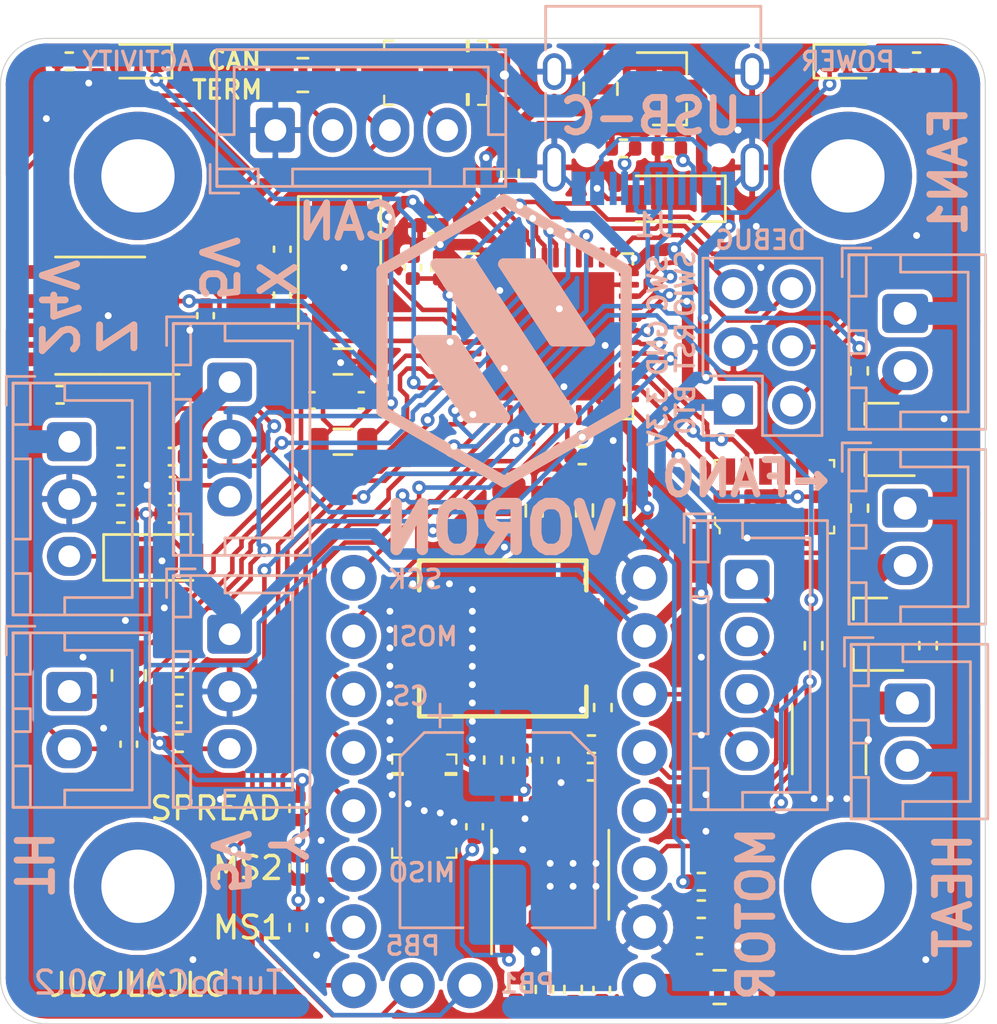
<source format=kicad_pcb>
(kicad_pcb (version 20171130) (host pcbnew "(5.1.9-0-10_14)")
  (layers (0 F.Cu signal) (31 B.Cu signal) (34 B.Paste user) (35 F.Paste user) (36 B.SilkS user) (37 F.SilkS user) (38 B.Mask user) (39 F.Mask user) (44 Edge.Cuts user))
  (net 0 "")
  (net 1 GND)
  (net 2 +3V3)
  (net 3 +24V)
  (net 4 "Net-(C6-Pad1)")
  (net 5 "Net-(C7-Pad1)")
  (net 6 "Net-(C8-Pad1)")
  (net 7 "Net-(C9-Pad2)")
  (net 8 "Net-(C10-Pad1)")
  (net 9 "Net-(C11-Pad1)")
  (net 10 TH0)
  (net 11 +5V)
  (net 12 XTAL0)
  (net 13 NRST)
  (net 14 XTAL1)
  (net 15 VDDA)
  (net 16 "Net-(D1-Pad2)")
  (net 17 "Net-(D2-PadA)")
  (net 18 PROBEZ)
  (net 19 "Net-(D5-Pad2)")
  (net 20 LED)
  (net 21 "Net-(D6-Pad2)")
  (net 22 "Net-(J1-PadA5)")
  (net 23 USBDM)
  (net 24 USBDP)
  (net 25 "Net-(J1-PadB5)")
  (net 26 "Net-(J2-Pad4)")
  (net 27 "Net-(J2-Pad3)")
  (net 28 "Net-(J2-Pad2)")
  (net 29 "Net-(J2-Pad1)")
  (net 30 SWDIO)
  (net 31 SWCLK)
  (net 32 BOOT0)
  (net 33 CANL)
  (net 34 CANH)
  (net 35 "Net-(J11-Pad2)")
  (net 36 "Net-(J12-Pad2)")
  (net 37 "Net-(R3-Pad1)")
  (net 38 "Net-(R4-Pad2)")
  (net 39 "Net-(R10-Pad2)")
  (net 40 ENDSTOPX)
  (net 41 ENDSTOPY)
  (net 42 "Net-(R14-Pad1)")
  (net 43 "Net-(R15-Pad1)")
  (net 44 "Net-(R16-Pad1)")
  (net 45 FAN0)
  (net 46 FAN1)
  (net 47 HEAT)
  (net 48 DIAG)
  (net 49 INDEX)
  (net 50 EN)
  (net 51 MISO)
  (net 52 INT2)
  (net 53 INT1_TX)
  (net 54 CS_RX)
  (net 55 MOSI_STEP)
  (net 56 SCK_DIR)
  (net 57 CANRX)
  (net 58 CANTX)
  (net 59 BOOT1)
  (net 60 /SWITCH)
  (net 61 "Net-(D4-Pad1)")
  (net 62 A_MISO)
  (net 63 A_MOSI)
  (net 64 A_SCK)
  (net 65 A_CS)
  (net 66 "Net-(R11-Pad2)")
  (net 67 "Net-(C20-Pad1)")
  (net 68 GNDA)
  (net 69 "Net-(J13-Pad1)")
  (net 70 "Net-(J1-PadB8)")
  (net 71 "Net-(J1-PadA8)")
  (net 72 "Net-(R29-Pad2)")
  (net 73 "Net-(U3-Pad5)")
  (net 74 "Net-(U8-Pad39)")
  (net 75 "Net-(U8-Pad38)")
  (net 76 "Net-(U8-Pad21)")
  (net 77 "Net-(U8-Pad18)")
  (net 78 "Net-(U8-Pad4)")
  (net 79 "Net-(U8-Pad3)")
  (net 80 "Net-(U8-Pad2)")
  (net 81 "Net-(U9-Pad11)")
  (net 82 "Net-(U9-Pad10)")
  (net 83 "Net-(U9-Pad9)")
  (net 84 "Net-(U9-Pad8)")
  (net 85 "Net-(U9-Pad3)")
  (module Resistor_SMD:R_0402_1005Metric (layer F.Cu) (at 27 47.6 270)
    (fp_text reference R31 hide)
    (fp_text value DNP)
    (pad 2 smd roundrect (at 0.51 0 270) (size 0.54 0.64) (layers F.Cu F.Paste F.Mask) (net 52 INT2))
    (pad 1 smd roundrect (at -0.51 0 270) (size 0.54 0.64) (layers F.Cu F.Paste F.Mask) (net 2 +3V3))
  )
  (module Resistor_SMD:R_0402_1005Metric (layer F.Cu) (at 27 50.2 270)
    (fp_text reference R30 hide)
    (fp_text value DNP)
    (pad 2 smd roundrect (at 0.51 0 270) (size 0.54 0.64) (layers F.Cu F.Paste F.Mask) (net 51 MISO))
    (pad 1 smd roundrect (at -0.51 0 270) (size 0.54 0.64) (layers F.Cu F.Paste F.Mask) (net 2 +3V3))
  )
  (module Resistor_SMD:R_0402_1005Metric (layer F.Cu) (at 27 52.8 270)
    (fp_text reference R29 hide)
    (fp_text value DNP)
    (pad 2 smd roundrect (at 0.51 0 270) (size 0.54 0.64) (layers F.Cu F.Paste F.Mask) (net 72 "Net-(R29-Pad2)"))
    (pad 1 smd roundrect (at -0.51 0 270) (size 0.54 0.64) (layers F.Cu F.Paste F.Mask) (net 2 +3V3))
  )
  (module turbocan:DFN-8-1EP_3x3mm_P0.65mm_EP1.7x2.05mm (layer F.Cu) (at 50.18 44.6 270)
    (fp_text reference U7 hide)
    (fp_text value AON7400A)
    (pad 1 smd roundrect (at -1.45 -0.975 270) (size 0.8 0.3) (layers F.Cu F.Paste F.Mask) (net 69 "Net-(J13-Pad1)"))
    (pad 1 smd roundrect (at -1.45 -0.325 270) (size 0.8 0.3) (layers F.Cu F.Paste F.Mask) (net 69 "Net-(J13-Pad1)"))
    (pad 1 smd roundrect (at -1.45 0.325 270) (size 0.8 0.3) (layers F.Cu F.Paste F.Mask) (net 69 "Net-(J13-Pad1)"))
    (pad 2 smd roundrect (at -1.45 0.975 270) (size 0.8 0.3) (layers F.Cu F.Paste F.Mask) (net 44 "Net-(R16-Pad1)"))
    (pad 3 smd roundrect (at 1.45 0.975 270) (size 0.8 0.3) (layers F.Cu F.Paste F.Mask) (net 1 GND))
    (pad 3 smd roundrect (at 1.45 0.325 270) (size 0.8 0.3) (layers F.Cu F.Paste F.Mask) (net 1 GND))
    (pad 3 smd roundrect (at 1.45 -0.325 270) (size 0.8 0.3) (layers F.Cu F.Paste F.Mask) (net 1 GND))
    (pad 3 smd roundrect (at 1.45 -0.975 270) (size 0.8 0.3) (layers F.Cu F.Paste F.Mask) (net 1 GND))
    (pad 3 smd rect (at 0 0 270) (size 1.7 2.05) (layers F.Cu F.Mask) (net 1 GND))
  )
  (module KiCAD-Components:L_SMD_7.3x6.8 (layer F.Cu) (at 35.9 40.15)
    (fp_text reference L1 hide)
    (fp_text value 10uH hide)
    (pad 2 smd rect (at 3.0805 0.0345) (size 2.35 3.5) (layers F.Cu F.Paste F.Mask) (net 11 +5V))
    (pad 1 smd rect (at -3.0195 0.0345) (size 2.35 3.5) (layers F.Cu F.Paste F.Mask) (net 60 /SWITCH))
  )
  (module Inductor_SMD:L_0805_2012Metric (layer F.Cu) (at 28.95 28.1 180)
    (fp_text reference L3 hide)
    (fp_text value "Ferrite bead")
    (pad 2 smd roundrect (at 1.0625 0 180) (size 0.875 1.2) (layers F.Cu F.Paste F.Mask) (net 68 GNDA))
    (pad 1 smd roundrect (at -1.0625 0 180) (size 0.875 1.2) (layers F.Cu F.Paste F.Mask) (net 1 GND))
  )
  (module Inductor_SMD:L_0805_2012Metric (layer F.Cu) (at 28.95 31.6 180)
    (fp_text reference L2 hide)
    (fp_text value "Ferrite bead")
    (pad 2 smd roundrect (at 1.0625 0 180) (size 0.875 1.2) (layers F.Cu F.Paste F.Mask) (net 15 VDDA))
    (pad 1 smd roundrect (at -1.0625 0 180) (size 0.875 1.2) (layers F.Cu F.Paste F.Mask) (net 2 +3V3))
  )
  (module Capacitor_SMD:C_0402_1005Metric (layer F.Cu) (at 27.6 29.8 180)
    (fp_text reference C23 hide)
    (fp_text value 1uF)
    (pad 2 smd roundrect (at 0.48 0 180) (size 0.56 0.62) (layers F.Cu F.Paste F.Mask) (net 68 GNDA))
    (pad 1 smd roundrect (at -0.48 0 180) (size 0.56 0.62) (layers F.Cu F.Paste F.Mask) (net 15 VDDA))
  )
  (module Capacitor_SMD:C_0402_1005Metric (layer F.Cu) (at 32.8 22.15)
    (fp_text reference C22 hide)
    (fp_text value 100nF)
    (pad 2 smd roundrect (at 0.48 0) (size 0.56 0.62) (layers F.Cu F.Paste F.Mask) (net 2 +3V3))
    (pad 1 smd roundrect (at -0.48 0) (size 0.56 0.62) (layers F.Cu F.Paste F.Mask) (net 1 GND))
  )
  (module Connector_JST:JST_XH_B3B-XH-A_1x03_P2.50mm_Vertical (layer B.Cu) (at 24 40 270)
    (fp_text reference J8 hide)
    (fp_text value ENDSTOPY hide)
    (pad 3 thru_hole oval (at 5 0 270) (size 1.7 1.95) (drill 0.95) (layers *.Cu *.Mask) (net 9 "Net-(C11-Pad1)"))
    (pad 2 thru_hole oval (at 2.5 0 270) (size 1.7 1.95) (drill 0.95) (layers *.Cu *.Mask) (net 1 GND))
    (pad 1 thru_hole roundrect (at 0 0 270) (size 1.7 1.95) (drill 0.95) (layers *.Cu *.Mask) (roundrect_rratio 0.1470588235294118) (net 11 +5V))
  )
  (module Capacitor_SMD:CP_Elec_8x10 (layer B.Cu) (at 35.7 48.55 270)
    (fp_text reference C21 hide)
    (fp_text value 100uF)
    (pad 2 smd roundrect (at 3.25 0 270) (size 3.5 2.5) (layers B.Cu B.Paste B.Mask) (roundrect_rratio 0.1) (net 3 +24V))
    (pad 1 smd roundrect (at -3.25 0 270) (size 3.5 2.5) (layers B.Cu B.Paste B.Mask) (roundrect_rratio 0.1) (net 1 GND))
  )
  (module Resistor_SMD:R_0402_1005Metric (layer F.Cu) (at 19.25 32.25 180)
    (fp_text reference R28 hide)
    (fp_text value 1k)
    (pad 2 smd roundrect (at 0.51 0 180) (size 0.54 0.64) (layers F.Cu F.Paste F.Mask) (net 67 "Net-(C20-Pad1)"))
    (pad 1 smd roundrect (at -0.51 0 180) (size 0.54 0.64) (layers F.Cu F.Paste F.Mask) (net 18 PROBEZ))
  )
  (module Resistor_SMD:R_0402_1005Metric (layer F.Cu) (at 19.25 34.75 180)
    (fp_text reference R27 hide)
    (fp_text value 10k)
    (pad 2 smd roundrect (at 0.51 0 180) (size 0.54 0.64) (layers F.Cu F.Paste F.Mask) (net 67 "Net-(C20-Pad1)"))
    (pad 1 smd roundrect (at -0.51 0 180) (size 0.54 0.64) (layers F.Cu F.Paste F.Mask) (net 2 +3V3))
  )
  (module Capacitor_SMD:C_0402_1005Metric (layer F.Cu) (at 19.25 33.5)
    (fp_text reference C20 hide)
    (fp_text value 100nF)
    (pad 2 smd roundrect (at 0.48 0) (size 0.56 0.62) (layers F.Cu F.Paste F.Mask) (net 1 GND))
    (pad 1 smd roundrect (at -0.48 0) (size 0.56 0.62) (layers F.Cu F.Paste F.Mask) (net 67 "Net-(C20-Pad1)"))
  )
  (module Resistor_SMD:R_0805_2012Metric (layer F.Cu) (at 27.2 15.6)
    (fp_text reference R26 hide)
    (fp_text value 120Ohm)
    (pad 2 smd roundrect (at 0.9125 0) (size 1.025 1.4) (layers F.Cu F.Paste F.Mask) (roundrect_rratio 0.2439014634146341) (net 33 CANL))
    (pad 1 smd roundrect (at -0.9125 0) (size 1.025 1.4) (layers F.Cu F.Paste F.Mask) (roundrect_rratio 0.2439014634146341) (net 34 CANH))
  )
  (module Resistor_SMD:R_0805_2012Metric (layer F.Cu) (at 19.6 41.8 270)
    (fp_text reference R9 hide)
    (fp_text value 4.7k)
    (pad 2 smd roundrect (at 0.9125 0 270) (size 1.025 1.4) (layers F.Cu F.Paste F.Mask) (roundrect_rratio 0.2439014634146341) (net 10 TH0))
    (pad 1 smd roundrect (at -0.9125 0 270) (size 1.025 1.4) (layers F.Cu F.Paste F.Mask) (roundrect_rratio 0.2439014634146341) (net 15 VDDA))
  )
  (module Capacitor_SMD:C_0402_1005Metric (layer F.Cu) (at 21.8 43.5 180)
    (fp_text reference C11 hide)
    (fp_text value 100nF hide)
    (pad 2 smd roundrect (at 0.48 0 180) (size 0.56 0.62) (layers F.Cu F.Paste F.Mask) (net 1 GND))
    (pad 1 smd roundrect (at -0.48 0 180) (size 0.56 0.62) (layers F.Cu F.Paste F.Mask) (net 9 "Net-(C11-Pad1)"))
  )
  (module Resistor_SMD:R_0402_1005Metric (layer F.Cu) (at 21.8 42.25)
    (fp_text reference R13 hide)
    (fp_text value 1k hide)
    (pad 2 smd roundrect (at 0.51 0) (size 0.54 0.64) (layers F.Cu F.Paste F.Mask) (net 9 "Net-(C11-Pad1)"))
    (pad 1 smd roundrect (at -0.51 0) (size 0.54 0.64) (layers F.Cu F.Paste F.Mask) (net 41 ENDSTOPY))
  )
  (module Resistor_SMD:R_0402_1005Metric (layer F.Cu) (at 21.8 44.75)
    (fp_text reference R8 hide)
    (fp_text value 10k hide)
    (pad 2 smd roundrect (at 0.51 0) (size 0.54 0.64) (layers F.Cu F.Paste F.Mask) (net 9 "Net-(C11-Pad1)"))
    (pad 1 smd roundrect (at -0.51 0) (size 0.54 0.64) (layers F.Cu F.Paste F.Mask) (net 2 +3V3))
  )
  (module Resistor_SMD:R_0402_1005Metric (layer F.Cu) (at 54.5 40.5 90)
    (fp_text reference R15 hide)
    (fp_text value 10k hide)
    (pad 2 smd roundrect (at 0.51 0 90) (size 0.54 0.64) (layers F.Cu F.Paste F.Mask) (net 1 GND))
    (pad 1 smd roundrect (at -0.51 0 90) (size 0.54 0.64) (layers F.Cu F.Paste F.Mask) (net 43 "Net-(R15-Pad1)"))
  )
  (module Resistor_SMD:R_0402_1005Metric (layer F.Cu) (at 49.5 40.5 270)
    (fp_text reference R18 hide)
    (fp_text value 100 hide)
    (pad 2 smd roundrect (at 0.51 0 270) (size 0.54 0.64) (layers F.Cu F.Paste F.Mask) (net 43 "Net-(R15-Pad1)"))
    (pad 1 smd roundrect (at -0.51 0 270) (size 0.54 0.64) (layers F.Cu F.Paste F.Mask) (net 46 FAN1))
  )
  (module Package_TO_SOT_SMD:SOT-23 (layer F.Cu) (at 52 40 180)
    (fp_text reference U6 hide)
    (fp_text value AO3400A hide)
    (pad 3 smd rect (at 1 0 180) (size 0.9 0.8) (layers F.Cu F.Paste F.Mask) (net 36 "Net-(J12-Pad2)"))
    (pad 2 smd rect (at -1 0.95 180) (size 0.9 0.8) (layers F.Cu F.Paste F.Mask) (net 1 GND))
    (pad 1 smd rect (at -1 -0.95 180) (size 0.9 0.8) (layers F.Cu F.Paste F.Mask) (net 43 "Net-(R15-Pad1)"))
  )
  (module Connector_JST:JST_XH_B2B-XH-A_1x02_P2.50mm_Vertical (layer B.Cu) (at 53.6 43 270)
    (fp_text reference J13 hide)
    (fp_text value HEAT)
    (pad 2 thru_hole oval (at 2.5 0 270) (size 1.7 2) (drill 1) (layers *.Cu *.Mask) (net 3 +24V))
    (pad 1 thru_hole roundrect (at 0 0 270) (size 1.7 2) (drill 1) (layers *.Cu *.Mask) (roundrect_rratio 0.1470588235294118) (net 69 "Net-(J13-Pad1)"))
  )
  (module Connector_USB:USB_C_Receptacle_HRO_TYPE-C-31-M-12 (layer B.Cu) (at 42.5 16.5)
    (fp_text reference J1 (at 0 5.645) (layer B.SilkS) (effects (justify mirror)))
    (fp_text value USB_C_Receptacle_USB2.0)
    (pad B1 smd rect (at 3.25 4.045) (size 0.6 1.45) (layers B.Cu B.Paste B.Mask) (net 1 GND))
    (pad A9 smd rect (at 2.45 4.045) (size 0.6 1.45) (layers B.Cu B.Paste B.Mask) (net 16 "Net-(D1-Pad2)"))
    (pad B9 smd rect (at -2.45 4.045) (size 0.6 1.45) (layers B.Cu B.Paste B.Mask) (net 16 "Net-(D1-Pad2)"))
    (pad B12 smd rect (at -3.25 4.045) (size 0.6 1.45) (layers B.Cu B.Paste B.Mask) (net 1 GND))
    (pad A1 smd rect (at -3.25 4.045) (size 0.6 1.45) (layers B.Cu B.Paste B.Mask) (net 1 GND))
    (pad A4 smd rect (at -2.45 4.045) (size 0.6 1.45) (layers B.Cu B.Paste B.Mask) (net 16 "Net-(D1-Pad2)"))
    (pad B4 smd rect (at 2.45 4.045) (size 0.6 1.45) (layers B.Cu B.Paste B.Mask) (net 16 "Net-(D1-Pad2)"))
    (pad A12 smd rect (at 3.25 4.045) (size 0.6 1.45) (layers B.Cu B.Paste B.Mask) (net 1 GND))
    (pad B8 smd rect (at -1.75 4.045) (size 0.3 1.45) (layers B.Cu B.Paste B.Mask) (net 70 "Net-(J1-PadB8)"))
    (pad A5 smd rect (at -1.25 4.045) (size 0.3 1.45) (layers B.Cu B.Paste B.Mask) (net 22 "Net-(J1-PadA5)"))
    (pad B7 smd rect (at -0.75 4.045) (size 0.3 1.45) (layers B.Cu B.Paste B.Mask) (net 23 USBDM))
    (pad A7 smd rect (at 0.25 4.045) (size 0.3 1.45) (layers B.Cu B.Paste B.Mask) (net 23 USBDM))
    (pad B6 smd rect (at 0.75 4.045) (size 0.3 1.45) (layers B.Cu B.Paste B.Mask) (net 24 USBDP))
    (pad A8 smd rect (at 1.25 4.045) (size 0.3 1.45) (layers B.Cu B.Paste B.Mask) (net 71 "Net-(J1-PadA8)"))
    (pad B5 smd rect (at 1.75 4.045) (size 0.3 1.45) (layers B.Cu B.Paste B.Mask) (net 25 "Net-(J1-PadB5)"))
    (pad A6 smd rect (at -0.25 4.045) (size 0.3 1.45) (layers B.Cu B.Paste B.Mask) (net 24 USBDP))
    (pad S1 thru_hole oval (at 4.32 3.13) (size 1 2.1) (drill oval 0.6 1.7) (layers *.Cu *.Mask) (net 1 GND))
    (pad S1 thru_hole oval (at -4.32 3.13) (size 1 2.1) (drill oval 0.6 1.7) (layers *.Cu *.Mask) (net 1 GND))
    (pad "" np_thru_hole circle (at -2.89 2.6) (size 0.65 0.65) (drill 0.65) (layers *.Cu *.Mask))
    (pad S1 thru_hole oval (at -4.32 -1.05) (size 1 1.6) (drill oval 0.6 1.2) (layers *.Cu *.Mask) (net 1 GND))
    (pad "" np_thru_hole circle (at 2.89 2.6) (size 0.65 0.65) (drill 0.65) (layers *.Cu *.Mask))
    (pad S1 thru_hole oval (at 4.32 -1.05) (size 1 1.6) (drill oval 0.6 1.2) (layers *.Cu *.Mask) (net 1 GND))
  )
  (module Resistor_SMD:R_0402_1005Metric (layer F.Cu) (at 39.8 46)
    (fp_text reference R10 hide)
    (fp_text value 10k hide)
    (pad 2 smd roundrect (at 0.51 0) (size 0.54 0.64) (layers F.Cu F.Paste F.Mask) (net 39 "Net-(R10-Pad2)"))
    (pad 1 smd roundrect (at -0.51 0) (size 0.54 0.64) (layers F.Cu F.Paste F.Mask) (net 11 +5V))
  )
  (module Resistor_SMD:R_0402_1005Metric (layer F.Cu) (at 40.3 43.2 90)
    (fp_text reference R25 hide)
    (fp_text value 680 hide)
    (pad 2 smd roundrect (at 0.51 0 90) (size 0.54 0.64) (layers F.Cu F.Paste F.Mask) (net 1 GND))
    (pad 1 smd roundrect (at -0.51 0 90) (size 0.54 0.64) (layers F.Cu F.Paste F.Mask) (net 66 "Net-(R11-Pad2)"))
  )
  (module user:VoronLogo (layer B.Cu) (at 36 28)
    (fp_text reference REF** hide)
    (fp_text value VoronLogo hide)
  )
  (module Resistor_SMD:R_0402_1005Metric (layer F.Cu) (at 43.2 18.8 180)
    (fp_text reference R2 hide)
    (fp_text value 5.1k hide)
    (pad 2 smd roundrect (at 0.51 0 180) (size 0.54 0.64) (layers F.Cu F.Paste F.Mask) (net 1 GND))
    (pad 1 smd roundrect (at -0.51 0 180) (size 0.54 0.64) (layers F.Cu F.Paste F.Mask) (net 25 "Net-(J1-PadB5)"))
  )
  (module Capacitor_SMD:C_0805_2012Metric (layer F.Cu) (at 40.2 16.2 90)
    (fp_text reference C1 hide)
    (fp_text value 10uF hide)
    (pad 2 smd roundrect (at 0.95 0 90) (size 1 1.45) (layers F.Cu F.Paste F.Mask) (net 1 GND))
    (pad 1 smd roundrect (at -0.95 0 90) (size 1 1.45) (layers F.Cu F.Paste F.Mask) (net 2 +3V3))
  )
  (module Package_TO_SOT_SMD:SOT-23 (layer F.Cu) (at 43.2 16.2)
    (fp_text reference U1 hide)
    (fp_text value AP2127N-3.3 hide)
    (pad 3 smd rect (at 1 0) (size 0.9 0.8) (layers F.Cu F.Paste F.Mask) (net 11 +5V))
    (pad 2 smd rect (at -1 0.95) (size 0.9 0.8) (layers F.Cu F.Paste F.Mask) (net 2 +3V3))
    (pad 1 smd rect (at -1 -0.95) (size 0.9 0.8) (layers F.Cu F.Paste F.Mask) (net 1 GND))
  )
  (module digikey-footprints:LGA-14_3x5mm_RevA (layer F.Cu) (at 47.8 34)
    (fp_text reference U9 hide)
    (fp_text value ADXL345BCCZ hide)
    (pad 7 smd rect (at 2.0975 0) (size 1.145 0.55) (layers F.Cu F.Paste F.Mask) (net 65 A_CS))
    (pad 14 smd rect (at -2.0975 0) (size 1.145 0.55) (layers F.Cu F.Paste F.Mask) (net 64 A_SCK))
    (pad 13 smd rect (at -2 -1.0975) (size 0.55 1.145) (layers F.Cu F.Paste F.Mask) (net 63 A_MOSI))
    (pad 12 smd rect (at -1.2 -1.0975) (size 0.55 1.145) (layers F.Cu F.Paste F.Mask) (net 62 A_MISO))
    (pad 11 smd rect (at -0.4 -1.0975) (size 0.55 1.145) (layers F.Cu F.Paste F.Mask) (net 81 "Net-(U9-Pad11)"))
    (pad 10 smd rect (at 0.4 -1.0975) (size 0.55 1.145) (layers F.Cu F.Paste F.Mask) (net 82 "Net-(U9-Pad10)"))
    (pad 9 smd rect (at 1.2 -1.0975) (size 0.55 1.145) (layers F.Cu F.Paste F.Mask) (net 83 "Net-(U9-Pad9)"))
    (pad 8 smd rect (at 2 -1.0975) (size 0.55 1.145) (layers F.Cu F.Paste F.Mask) (net 84 "Net-(U9-Pad8)"))
    (pad 6 smd rect (at 2 1.0975) (size 0.55 1.145) (layers F.Cu F.Paste F.Mask) (net 2 +3V3))
    (pad 5 smd rect (at 1.2 1.0975) (size 0.55 1.145) (layers F.Cu F.Paste F.Mask) (net 1 GND))
    (pad 4 smd rect (at 0.4 1.0975) (size 0.55 1.145) (layers F.Cu F.Paste F.Mask) (net 1 GND))
    (pad 3 smd rect (at -0.4 1.0975) (size 0.55 1.145) (layers F.Cu F.Paste F.Mask) (net 85 "Net-(U9-Pad3)"))
    (pad 2 smd rect (at -1.2 1.0975) (size 0.55 1.145) (layers F.Cu F.Paste F.Mask) (net 1 GND))
    (pad 1 smd rect (at -2 1.0975) (size 0.55 1.145) (layers F.Cu F.Paste F.Mask) (net 2 +3V3))
  )
  (module Resistor_SMD:R_0402_1005Metric (layer F.Cu) (at 33.2 24 270)
    (fp_text reference R20 hide)
    (fp_text value 10k hide)
    (pad 2 smd roundrect (at 0.51 0 270) (size 0.54 0.64) (layers F.Cu F.Paste F.Mask) (net 13 NRST))
    (pad 1 smd roundrect (at -0.51 0 270) (size 0.54 0.64) (layers F.Cu F.Paste F.Mask) (net 2 +3V3))
  )
  (module Capacitor_SMD:C_0402_1005Metric (layer F.Cu) (at 32 24 90)
    (fp_text reference C17 hide)
    (fp_text value 100nF hide)
    (pad 2 smd roundrect (at 0.48 0 90) (size 0.56 0.62) (layers F.Cu F.Paste F.Mask) (net 1 GND))
    (pad 1 smd roundrect (at -0.48 0 90) (size 0.56 0.62) (layers F.Cu F.Paste F.Mask) (net 13 NRST))
  )
  (module Diode_SMD:D_SOD-123 (layer F.Cu) (at 20.75 36.65)
    (fp_text reference D4 hide)
    (fp_text value BAT42W hide)
    (pad 2 smd rect (at 1.65 0) (size 0.9 1.2) (layers F.Cu F.Paste F.Mask) (net 67 "Net-(C20-Pad1)"))
    (pad 1 smd rect (at -1.65 0) (size 0.9 1.2) (layers F.Cu F.Paste F.Mask) (net 61 "Net-(D4-Pad1)"))
  )
  (module Capacitor_SMD:C_0805_2012Metric (layer F.Cu) (at 45.4 55.4)
    (fp_text reference C5 hide)
    (fp_text value 10uF hide)
    (pad 2 smd roundrect (at 0.95 0) (size 1 1.45) (layers F.Cu F.Paste F.Mask) (net 1 GND))
    (pad 1 smd roundrect (at -0.95 0) (size 1 1.45) (layers F.Cu F.Paste F.Mask) (net 3 +24V))
  )
  (module Capacitor_SMD:C_0805_2012Metric (layer F.Cu) (at 40.6 34.6 90)
    (fp_text reference C15 hide)
    (fp_text value 22uF hide)
    (pad 2 smd roundrect (at 0.95 0 90) (size 1 1.45) (layers F.Cu F.Paste F.Mask) (net 1 GND))
    (pad 1 smd roundrect (at -0.95 0 90) (size 1 1.45) (layers F.Cu F.Paste F.Mask) (net 11 +5V))
  )
  (module Capacitor_SMD:C_0805_2012Metric (layer F.Cu) (at 38.4 34.6 90)
    (fp_text reference C14 hide)
    (fp_text value 22uF hide)
    (pad 2 smd roundrect (at 0.95 0 90) (size 1 1.45) (layers F.Cu F.Paste F.Mask) (net 1 GND))
    (pad 1 smd roundrect (at -0.95 0 90) (size 1 1.45) (layers F.Cu F.Paste F.Mask) (net 11 +5V))
  )
  (module Capacitor_SMD:C_0805_2012Metric (layer F.Cu) (at 36.2 34.6 90)
    (fp_text reference C13 hide)
    (fp_text value 22uF hide)
    (pad 2 smd roundrect (at 0.95 0 90) (size 1 1.45) (layers F.Cu F.Paste F.Mask) (net 1 GND))
    (pad 1 smd roundrect (at -0.95 0 90) (size 1 1.45) (layers F.Cu F.Paste F.Mask) (net 11 +5V))
  )
  (module LED_SMD:LED_0603_1608Metric (layer F.Cu) (at 51 15)
    (fp_text reference D6 hide)
    (fp_text value LED_Green hide)
    (pad 2 smd roundrect (at 0.7875 0) (size 0.875 0.95) (layers F.Cu F.Paste F.Mask) (net 21 "Net-(D6-Pad2)"))
    (pad 1 smd roundrect (at -0.7875 0) (size 0.875 0.95) (layers F.Cu F.Paste F.Mask) (net 2 +3V3))
  )
  (module LED_SMD:LED_0603_1608Metric (layer F.Cu) (at 20 15 180)
    (fp_text reference D5 hide)
    (fp_text value LED_Red hide)
    (pad 2 smd roundrect (at 0.7875 0 180) (size 0.875 0.95) (layers F.Cu F.Paste F.Mask) (net 19 "Net-(D5-Pad2)"))
    (pad 1 smd roundrect (at -0.7875 0 180) (size 0.875 0.95) (layers F.Cu F.Paste F.Mask) (net 20 LED))
  )
  (module Resistor_SMD:R_0402_1005Metric (layer F.Cu) (at 54 15)
    (fp_text reference R24 hide)
    (fp_text value 1k hide)
    (pad 2 smd roundrect (at 0.51 0) (size 0.54 0.64) (layers F.Cu F.Paste F.Mask) (net 1 GND))
    (pad 1 smd roundrect (at -0.51 0) (size 0.54 0.64) (layers F.Cu F.Paste F.Mask) (net 21 "Net-(D6-Pad2)"))
  )
  (module Resistor_SMD:R_0402_1005Metric (layer F.Cu) (at 17 15 180)
    (fp_text reference R23 hide)
    (fp_text value 1k hide)
    (pad 2 smd roundrect (at 0.51 0 180) (size 0.54 0.64) (layers F.Cu F.Paste F.Mask) (net 1 GND))
    (pad 1 smd roundrect (at -0.51 0 180) (size 0.54 0.64) (layers F.Cu F.Paste F.Mask) (net 19 "Net-(D5-Pad2)"))
  )
  (module Resistor_SMD:R_0402_1005Metric (layer F.Cu) (at 39.4 32.2)
    (fp_text reference R22 hide)
    (fp_text value 10k hide)
    (pad 2 smd roundrect (at 0.51 0) (size 0.54 0.64) (layers F.Cu F.Paste F.Mask) (net 1 GND))
    (pad 1 smd roundrect (at -0.51 0) (size 0.54 0.64) (layers F.Cu F.Paste F.Mask) (net 59 BOOT1))
  )
  (module Resistor_SMD:R_0402_1005Metric (layer F.Cu) (at 36.25 19.89 90)
    (fp_text reference R21 hide)
    (fp_text value 10k hide)
    (pad 2 smd roundrect (at 0.51 0 90) (size 0.54 0.64) (layers F.Cu F.Paste F.Mask) (net 1 GND))
    (pad 1 smd roundrect (at -0.51 0 90) (size 0.54 0.64) (layers F.Cu F.Paste F.Mask) (net 32 BOOT0))
  )
  (module Resistor_SMD:R_0402_1005Metric (layer F.Cu) (at 44.6 50.8)
    (fp_text reference R19 hide)
    (fp_text value 100 hide)
    (pad 2 smd roundrect (at 0.51 0) (size 0.54 0.64) (layers F.Cu F.Paste F.Mask) (net 44 "Net-(R16-Pad1)"))
    (pad 1 smd roundrect (at -0.51 0) (size 0.54 0.64) (layers F.Cu F.Paste F.Mask) (net 47 HEAT))
  )
  (module Resistor_SMD:R_0402_1005Metric (layer F.Cu) (at 51.49 28.51 270)
    (fp_text reference R17 hide)
    (fp_text value 100 hide)
    (pad 2 smd roundrect (at 0.51 0 270) (size 0.54 0.64) (layers F.Cu F.Paste F.Mask) (net 42 "Net-(R14-Pad1)"))
    (pad 1 smd roundrect (at -0.51 0 270) (size 0.54 0.64) (layers F.Cu F.Paste F.Mask) (net 45 FAN0))
  )
  (module Resistor_SMD:R_0402_1005Metric (layer F.Cu) (at 44.6 52 180)
    (fp_text reference R16 hide)
    (fp_text value 10k hide)
    (pad 2 smd roundrect (at 0.51 0 180) (size 0.54 0.64) (layers F.Cu F.Paste F.Mask) (net 1 GND))
    (pad 1 smd roundrect (at -0.51 0 180) (size 0.54 0.64) (layers F.Cu F.Paste F.Mask) (net 44 "Net-(R16-Pad1)"))
  )
  (module Resistor_SMD:R_0402_1005Metric (layer F.Cu) (at 51.5 34.5 270)
    (fp_text reference R14 hide)
    (fp_text value 10k hide)
    (pad 2 smd roundrect (at 0.51 0 270) (size 0.54 0.64) (layers F.Cu F.Paste F.Mask) (net 1 GND))
    (pad 1 smd roundrect (at -0.51 0 270) (size 0.54 0.64) (layers F.Cu F.Paste F.Mask) (net 42 "Net-(R14-Pad1)"))
  )
  (module Resistor_SMD:R_0402_1005Metric (layer F.Cu) (at 21.5 32.25 180)
    (fp_text reference R12 hide)
    (fp_text value 1k hide)
    (pad 2 smd roundrect (at 0.51 0 180) (size 0.54 0.64) (layers F.Cu F.Paste F.Mask) (net 8 "Net-(C10-Pad1)"))
    (pad 1 smd roundrect (at -0.51 0 180) (size 0.54 0.64) (layers F.Cu F.Paste F.Mask) (net 40 ENDSTOPX))
  )
  (module Resistor_SMD:R_0402_1005Metric (layer F.Cu) (at 39.8 44.8 180)
    (fp_text reference R11 hide)
    (fp_text value 1.2k hide)
    (pad 2 smd roundrect (at 0.51 0 180) (size 0.54 0.64) (layers F.Cu F.Paste F.Mask) (net 66 "Net-(R11-Pad2)"))
    (pad 1 smd roundrect (at -0.51 0 180) (size 0.54 0.64) (layers F.Cu F.Paste F.Mask) (net 39 "Net-(R10-Pad2)"))
  )
  (module Resistor_SMD:R_0402_1005Metric (layer F.Cu) (at 21.5 34.75)
    (fp_text reference R7 hide)
    (fp_text value 10k hide)
    (pad 2 smd roundrect (at 0.51 0) (size 0.54 0.64) (layers F.Cu F.Paste F.Mask) (net 8 "Net-(C10-Pad1)"))
    (pad 1 smd roundrect (at -0.51 0) (size 0.54 0.64) (layers F.Cu F.Paste F.Mask) (net 2 +3V3))
  )
  (module Resistor_SMD:R_0402_1005Metric (layer F.Cu) (at 35.5 45.49 90)
    (fp_text reference R6 hide)
    (fp_text value 68k hide)
    (pad 2 smd roundrect (at 0.51 0 90) (size 0.54 0.64) (layers F.Cu F.Paste F.Mask) (net 5 "Net-(C7-Pad1)"))
    (pad 1 smd roundrect (at -0.51 0 90) (size 0.54 0.64) (layers F.Cu F.Paste F.Mask) (net 6 "Net-(C8-Pad1)"))
  )
  (module Resistor_SMD:R_0402_1005Metric (layer F.Cu) (at 39 55.5 270)
    (fp_text reference R5 hide)
    (fp_text value 68k hide)
    (pad 2 smd roundrect (at 0.51 0 270) (size 0.54 0.64) (layers F.Cu F.Paste F.Mask) (net 1 GND))
    (pad 1 smd roundrect (at -0.51 0 270) (size 0.54 0.64) (layers F.Cu F.Paste F.Mask) (net 38 "Net-(R4-Pad2)"))
  )
  (module Resistor_SMD:R_0402_1005Metric (layer F.Cu) (at 37.75 55.5 90)
    (fp_text reference R4 hide)
    (fp_text value 330k hide)
    (pad 2 smd roundrect (at 0.51 0 90) (size 0.54 0.64) (layers F.Cu F.Paste F.Mask) (net 38 "Net-(R4-Pad2)"))
    (pad 1 smd roundrect (at -0.51 0 90) (size 0.54 0.64) (layers F.Cu F.Paste F.Mask) (net 3 +24V))
  )
  (module Resistor_SMD:R_0402_1005Metric (layer F.Cu) (at 16.6 29.55)
    (fp_text reference R3 hide)
    (fp_text value 1k hide)
    (pad 2 smd roundrect (at 0.51 0) (size 0.54 0.64) (layers F.Cu F.Paste F.Mask) (net 1 GND))
    (pad 1 smd roundrect (at -0.51 0) (size 0.54 0.64) (layers F.Cu F.Paste F.Mask) (net 37 "Net-(R3-Pad1)"))
  )
  (module Resistor_SMD:R_0402_1005Metric (layer F.Cu) (at 41.2 18.8 180)
    (fp_text reference R1 hide)
    (fp_text value 5.1k hide)
    (pad 2 smd roundrect (at 0.51 0 180) (size 0.54 0.64) (layers F.Cu F.Paste F.Mask) (net 1 GND))
    (pad 1 smd roundrect (at -0.51 0 180) (size 0.54 0.64) (layers F.Cu F.Paste F.Mask) (net 22 "Net-(J1-PadA5)"))
  )
  (module Capacitor_SMD:C_0402_1005Metric (layer F.Cu) (at 29.75 29.8 180)
    (fp_text reference C19 hide)
    (fp_text value 10nF hide)
    (pad 2 smd roundrect (at 0.48 0 180) (size 0.56 0.62) (layers F.Cu F.Paste F.Mask) (net 68 GNDA))
    (pad 1 smd roundrect (at -0.48 0 180) (size 0.56 0.62) (layers F.Cu F.Paste F.Mask) (net 15 VDDA))
  )
  (module Capacitor_SMD:C_0402_1005Metric (layer F.Cu) (at 26.3 25.2 90)
    (fp_text reference C18 hide)
    (fp_text value 12pF hide)
    (pad 2 smd roundrect (at 0.48 0 90) (size 0.56 0.62) (layers F.Cu F.Paste F.Mask) (net 1 GND))
    (pad 1 smd roundrect (at -0.48 0 90) (size 0.56 0.62) (layers F.Cu F.Paste F.Mask) (net 14 XTAL1))
  )
  (module Capacitor_SMD:C_0402_1005Metric (layer F.Cu) (at 26.3 23.2 270)
    (fp_text reference C16 hide)
    (fp_text value 12pF hide)
    (pad 2 smd roundrect (at 0.48 0 270) (size 0.56 0.62) (layers F.Cu F.Paste F.Mask) (net 1 GND))
    (pad 1 smd roundrect (at -0.48 0 270) (size 0.56 0.62) (layers F.Cu F.Paste F.Mask) (net 12 XTAL0))
  )
  (module Capacitor_SMD:C_0402_1005Metric (layer F.Cu) (at 19.6 44.8 270)
    (fp_text reference C12 hide)
    (fp_text value 100nF hide)
    (pad 2 smd roundrect (at 0.48 0 270) (size 0.56 0.62) (layers F.Cu F.Paste F.Mask) (net 68 GNDA))
    (pad 1 smd roundrect (at -0.48 0 270) (size 0.56 0.62) (layers F.Cu F.Paste F.Mask) (net 10 TH0))
  )
  (module Capacitor_SMD:C_0402_1005Metric (layer F.Cu) (at 21.5 33.5 180)
    (fp_text reference C10 hide)
    (fp_text value 100nF hide)
    (pad 2 smd roundrect (at 0.48 0 180) (size 0.56 0.62) (layers F.Cu F.Paste F.Mask) (net 1 GND))
    (pad 1 smd roundrect (at -0.48 0 180) (size 0.56 0.62) (layers F.Cu F.Paste F.Mask) (net 8 "Net-(C10-Pad1)"))
  )
  (module Capacitor_SMD:C_0402_1005Metric (layer F.Cu) (at 34.7 48.4 270)
    (fp_text reference C9 hide)
    (fp_text value 100nF hide)
    (pad 2 smd roundrect (at 0.48 0 270) (size 0.56 0.62) (layers F.Cu F.Paste F.Mask) (net 7 "Net-(C9-Pad2)"))
    (pad 1 smd roundrect (at -0.48 0 270) (size 0.56 0.62) (layers F.Cu F.Paste F.Mask) (net 60 /SWITCH))
  )
  (module Capacitor_SMD:C_0402_1005Metric (layer F.Cu) (at 36.75 45.5 270)
    (fp_text reference C8 hide)
    (fp_text value 6.8nF hide)
    (pad 2 smd roundrect (at 0.48 0 270) (size 0.56 0.62) (layers F.Cu F.Paste F.Mask) (net 1 GND))
    (pad 1 smd roundrect (at -0.48 0 270) (size 0.56 0.62) (layers F.Cu F.Paste F.Mask) (net 6 "Net-(C8-Pad1)"))
  )
  (module Capacitor_SMD:C_0402_1005Metric (layer F.Cu) (at 38 45.5 270)
    (fp_text reference C7 hide)
    (fp_text value 1nF hide)
    (pad 2 smd roundrect (at 0.48 0 270) (size 0.56 0.62) (layers F.Cu F.Paste F.Mask) (net 1 GND))
    (pad 1 smd roundrect (at -0.48 0 270) (size 0.56 0.62) (layers F.Cu F.Paste F.Mask) (net 5 "Net-(C7-Pad1)"))
  )
  (module Capacitor_SMD:C_0402_1005Metric (layer F.Cu) (at 40.25 55.5 270)
    (fp_text reference C6 hide)
    (fp_text value 10nF hide)
    (pad 2 smd roundrect (at 0.48 0 270) (size 0.56 0.62) (layers F.Cu F.Paste F.Mask) (net 1 GND))
    (pad 1 smd roundrect (at -0.48 0 270) (size 0.56 0.62) (layers F.Cu F.Paste F.Mask) (net 4 "Net-(C6-Pad1)"))
  )
  (module Capacitor_SMD:C_0402_1005Metric (layer F.Cu) (at 36.5 55.48 270)
    (fp_text reference C4 hide)
    (fp_text value 100nF hide)
    (pad 2 smd roundrect (at 0.48 0 270) (size 0.56 0.62) (layers F.Cu F.Paste F.Mask) (net 1 GND))
    (pad 1 smd roundrect (at -0.48 0 270) (size 0.56 0.62) (layers F.Cu F.Paste F.Mask) (net 3 +24V))
  )
  (module Capacitor_SMD:C_0402_1005Metric (layer F.Cu) (at 22.95 26.1 270)
    (fp_text reference C3 hide)
    (fp_text value 100nF hide)
    (pad 2 smd roundrect (at 0.48 0 270) (size 0.56 0.62) (layers F.Cu F.Paste F.Mask) (net 1 GND))
    (pad 1 smd roundrect (at -0.48 0 270) (size 0.56 0.62) (layers F.Cu F.Paste F.Mask) (net 2 +3V3))
  )
  (module Capacitor_SMD:C_0402_1005Metric (layer F.Cu) (at 44.52 53.6 180)
    (fp_text reference C2 hide)
    (fp_text value 100nF hide)
    (pad 2 smd roundrect (at 0.48 0 180) (size 0.56 0.62) (layers F.Cu F.Paste F.Mask) (net 3 +24V))
    (pad 1 smd roundrect (at -0.48 0 180) (size 0.56 0.62) (layers F.Cu F.Paste F.Mask) (net 1 GND))
  )
  (module MountingHole:MountingHole_3.2mm_M3_DIN965_Pad (layer F.Cu) (at 51 51)
    (fp_text reference H4 hide)
    (fp_text value MountingHole hide)
    (pad 1 thru_hole circle (at 0 0) (size 5.6 5.6) (drill 3.2) (layers *.Cu *.Mask))
  )
  (module MountingHole:MountingHole_3.2mm_M3_DIN965_Pad (layer F.Cu) (at 51 20)
    (fp_text reference H3 hide)
    (fp_text value MountingHole hide)
    (pad 1 thru_hole circle (at 0 0) (size 5.6 5.6) (drill 3.2) (layers *.Cu *.Mask))
  )
  (module MountingHole:MountingHole_3.2mm_M3_DIN965_Pad (layer F.Cu) (at 20 51)
    (fp_text reference H2 hide)
    (fp_text value MountingHole hide)
    (pad 1 thru_hole circle (at 0 0) (size 5.6 5.6) (drill 3.2) (layers *.Cu *.Mask))
  )
  (module MountingHole:MountingHole_3.2mm_M3_DIN965_Pad (layer F.Cu) (at 20 20)
    (fp_text reference H1 hide)
    (fp_text value MountingHole hide)
    (pad 1 thru_hole circle (at 0 0) (size 5.6 5.6) (drill 3.2) (layers *.Cu *.Mask))
  )
  (module Crystal:Crystal_SMD_5032-2Pin_5.0x3.2mm (layer F.Cu) (at 28.8 23.95 270)
    (fp_text reference Y1 hide)
    (fp_text value Crystal hide)
    (pad 2 smd rect (at 1.85 0 270) (size 2 2.4) (layers F.Cu F.Paste F.Mask) (net 14 XTAL1))
    (pad 1 smd rect (at -1.85 0 270) (size 2 2.4) (layers F.Cu F.Paste F.Mask) (net 12 XTAL0))
  )
  (module Package_DFN_QFN:QFN-48-1EP_7x7mm_P0.5mm_EP5.6x5.6mm (layer F.Cu) (at 38 27)
    (fp_text reference U8 hide)
    (fp_text value STM32F072CBUx hide)
    (pad 49 smd rect (at 0 0) (size 5.6 5.6) (layers F.Cu F.Mask) (net 1 GND))
    (pad 48 smd roundrect (at -2.75 -3.4375) (size 0.25 0.875) (layers F.Cu F.Paste F.Mask) (net 2 +3V3))
    (pad 47 smd roundrect (at -2.25 -3.4375) (size 0.25 0.875) (layers F.Cu F.Paste F.Mask) (net 1 GND))
    (pad 46 smd roundrect (at -1.75 -3.4375) (size 0.25 0.875) (layers F.Cu F.Paste F.Mask) (net 58 CANTX))
    (pad 45 smd roundrect (at -1.25 -3.4375) (size 0.25 0.875) (layers F.Cu F.Paste F.Mask) (net 57 CANRX))
    (pad 44 smd roundrect (at -0.75 -3.4375) (size 0.25 0.875) (layers F.Cu F.Paste F.Mask) (net 32 BOOT0))
    (pad 43 smd roundrect (at -0.25 -3.4375) (size 0.25 0.875) (layers F.Cu F.Paste F.Mask) (net 41 ENDSTOPY))
    (pad 42 smd roundrect (at 0.25 -3.4375) (size 0.25 0.875) (layers F.Cu F.Paste F.Mask) (net 40 ENDSTOPX))
    (pad 41 smd roundrect (at 0.75 -3.4375) (size 0.25 0.875) (layers F.Cu F.Paste F.Mask) (net 48 DIAG))
    (pad 40 smd roundrect (at 1.25 -3.4375) (size 0.25 0.875) (layers F.Cu F.Paste F.Mask) (net 50 EN))
    (pad 39 smd roundrect (at 1.75 -3.4375) (size 0.25 0.875) (layers F.Cu F.Paste F.Mask) (net 74 "Net-(U8-Pad39)"))
    (pad 38 smd roundrect (at 2.25 -3.4375) (size 0.25 0.875) (layers F.Cu F.Paste F.Mask) (net 75 "Net-(U8-Pad38)"))
    (pad 37 smd roundrect (at 2.75 -3.4375) (size 0.25 0.875) (layers F.Cu F.Paste F.Mask) (net 31 SWCLK))
    (pad 36 smd roundrect (at 3.4375 -2.75) (size 0.875 0.25) (layers F.Cu F.Paste F.Mask) (net 2 +3V3))
    (pad 35 smd roundrect (at 3.4375 -2.25) (size 0.875 0.25) (layers F.Cu F.Paste F.Mask) (net 1 GND))
    (pad 34 smd roundrect (at 3.4375 -1.75) (size 0.875 0.25) (layers F.Cu F.Paste F.Mask) (net 30 SWDIO))
    (pad 33 smd roundrect (at 3.4375 -1.25) (size 0.875 0.25) (layers F.Cu F.Paste F.Mask) (net 24 USBDP))
    (pad 32 smd roundrect (at 3.4375 -0.75) (size 0.875 0.25) (layers F.Cu F.Paste F.Mask) (net 23 USBDM))
    (pad 31 smd roundrect (at 3.4375 -0.25) (size 0.875 0.25) (layers F.Cu F.Paste F.Mask) (net 54 CS_RX))
    (pad 30 smd roundrect (at 3.4375 0.25) (size 0.875 0.25) (layers F.Cu F.Paste F.Mask) (net 53 INT1_TX))
    (pad 29 smd roundrect (at 3.4375 0.75) (size 0.875 0.25) (layers F.Cu F.Paste F.Mask) (net 47 HEAT))
    (pad 28 smd roundrect (at 3.4375 1.25) (size 0.875 0.25) (layers F.Cu F.Paste F.Mask) (net 63 A_MOSI))
    (pad 27 smd roundrect (at 3.4375 1.75) (size 0.875 0.25) (layers F.Cu F.Paste F.Mask) (net 62 A_MISO))
    (pad 26 smd roundrect (at 3.4375 2.25) (size 0.875 0.25) (layers F.Cu F.Paste F.Mask) (net 64 A_SCK))
    (pad 25 smd roundrect (at 3.4375 2.75) (size 0.875 0.25) (layers F.Cu F.Paste F.Mask) (net 65 A_CS))
    (pad 24 smd roundrect (at 2.75 3.4375) (size 0.25 0.875) (layers F.Cu F.Paste F.Mask) (net 2 +3V3))
    (pad 23 smd roundrect (at 2.25 3.4375) (size 0.25 0.875) (layers F.Cu F.Paste F.Mask) (net 1 GND))
    (pad 22 smd roundrect (at 1.75 3.4375) (size 0.25 0.875) (layers F.Cu F.Paste F.Mask) (net 18 PROBEZ))
    (pad 21 smd roundrect (at 1.25 3.4375) (size 0.25 0.875) (layers F.Cu F.Paste F.Mask) (net 76 "Net-(U8-Pad21)"))
    (pad 20 smd roundrect (at 0.75 3.4375) (size 0.25 0.875) (layers F.Cu F.Paste F.Mask) (net 59 BOOT1))
    (pad 19 smd roundrect (at 0.25 3.4375) (size 0.25 0.875) (layers F.Cu F.Paste F.Mask) (net 49 INDEX))
    (pad 18 smd roundrect (at -0.25 3.4375) (size 0.25 0.875) (layers F.Cu F.Paste F.Mask) (net 77 "Net-(U8-Pad18)"))
    (pad 17 smd roundrect (at -0.75 3.4375) (size 0.25 0.875) (layers F.Cu F.Paste F.Mask) (net 55 MOSI_STEP))
    (pad 16 smd roundrect (at -1.25 3.4375) (size 0.25 0.875) (layers F.Cu F.Paste F.Mask) (net 51 MISO))
    (pad 15 smd roundrect (at -1.75 3.4375) (size 0.25 0.875) (layers F.Cu F.Paste F.Mask) (net 56 SCK_DIR))
    (pad 14 smd roundrect (at -2.25 3.4375) (size 0.25 0.875) (layers F.Cu F.Paste F.Mask) (net 52 INT2))
    (pad 13 smd roundrect (at -2.75 3.4375) (size 0.25 0.875) (layers F.Cu F.Paste F.Mask) (net 46 FAN1))
    (pad 12 smd roundrect (at -3.4375 2.75) (size 0.875 0.25) (layers F.Cu F.Paste F.Mask) (net 45 FAN0))
    (pad 11 smd roundrect (at -3.4375 2.25) (size 0.875 0.25) (layers F.Cu F.Paste F.Mask) (net 20 LED))
    (pad 10 smd roundrect (at -3.4375 1.75) (size 0.875 0.25) (layers F.Cu F.Paste F.Mask) (net 10 TH0))
    (pad 9 smd roundrect (at -3.4375 1.25) (size 0.875 0.25) (layers F.Cu F.Paste F.Mask) (net 15 VDDA))
    (pad 8 smd roundrect (at -3.4375 0.75) (size 0.875 0.25) (layers F.Cu F.Paste F.Mask) (net 68 GNDA))
    (pad 7 smd roundrect (at -3.4375 0.25) (size 0.875 0.25) (layers F.Cu F.Paste F.Mask) (net 13 NRST))
    (pad 6 smd roundrect (at -3.4375 -0.25) (size 0.875 0.25) (layers F.Cu F.Paste F.Mask) (net 14 XTAL1))
    (pad 5 smd roundrect (at -3.4375 -0.75) (size 0.875 0.25) (layers F.Cu F.Paste F.Mask) (net 12 XTAL0))
    (pad 4 smd roundrect (at -3.4375 -1.25) (size 0.875 0.25) (layers F.Cu F.Paste F.Mask) (net 78 "Net-(U8-Pad4)"))
    (pad 3 smd roundrect (at -3.4375 -1.75) (size 0.875 0.25) (layers F.Cu F.Paste F.Mask) (net 79 "Net-(U8-Pad3)"))
    (pad 2 smd roundrect (at -3.4375 -2.25) (size 0.875 0.25) (layers F.Cu F.Paste F.Mask) (net 80 "Net-(U8-Pad2)"))
    (pad 1 smd roundrect (at -3.4375 -2.75) (size 0.875 0.25) (layers F.Cu F.Paste F.Mask) (net 2 +3V3))
  )
  (module Package_TO_SOT_SMD:SOT-23 (layer F.Cu) (at 52.5 31.5 180)
    (fp_text reference U5 hide)
    (fp_text value AO3400A hide)
    (pad 3 smd rect (at 1 0 180) (size 0.9 0.8) (layers F.Cu F.Paste F.Mask) (net 35 "Net-(J11-Pad2)"))
    (pad 2 smd rect (at -1 0.95 180) (size 0.9 0.8) (layers F.Cu F.Paste F.Mask) (net 1 GND))
    (pad 1 smd rect (at -1 -0.95 180) (size 0.9 0.8) (layers F.Cu F.Paste F.Mask) (net 42 "Net-(R14-Pad1)"))
  )
  (module Package_SO:SOIC-8_3.9x4.9mm_P1.27mm (layer F.Cu) (at 38 50.5 90)
    (fp_text reference U4 hide)
    (fp_text value TPS54331 hide)
    (pad 8 smd roundrect (at 2.475 -1.905 90) (size 1.95 0.6) (layers F.Cu F.Paste F.Mask) (net 60 /SWITCH))
    (pad 7 smd roundrect (at 2.475 -0.635 90) (size 1.95 0.6) (layers F.Cu F.Paste F.Mask) (net 1 GND))
    (pad 6 smd roundrect (at 2.475 0.635 90) (size 1.95 0.6) (layers F.Cu F.Paste F.Mask) (net 6 "Net-(C8-Pad1)"))
    (pad 5 smd roundrect (at 2.475 1.905 90) (size 1.95 0.6) (layers F.Cu F.Paste F.Mask) (net 39 "Net-(R10-Pad2)"))
    (pad 4 smd roundrect (at -2.475 1.905 90) (size 1.95 0.6) (layers F.Cu F.Paste F.Mask) (net 4 "Net-(C6-Pad1)"))
    (pad 3 smd roundrect (at -2.475 0.635 90) (size 1.95 0.6) (layers F.Cu F.Paste F.Mask) (net 38 "Net-(R4-Pad2)"))
    (pad 2 smd roundrect (at -2.475 -0.635 90) (size 1.95 0.6) (layers F.Cu F.Paste F.Mask) (net 3 +24V))
    (pad 1 smd roundrect (at -2.475 -1.905 90) (size 1.95 0.6) (layers F.Cu F.Paste F.Mask) (net 7 "Net-(C9-Pad2)"))
  )
  (module Package_SO:SOIC-8_3.9x4.9mm_P1.27mm (layer F.Cu) (at 18.35 26.1 180)
    (fp_text reference U3 hide)
    (fp_text value SN65HVD230 hide)
    (pad 8 smd roundrect (at 2.475 -1.905 180) (size 1.95 0.6) (layers F.Cu F.Paste F.Mask) (net 37 "Net-(R3-Pad1)"))
    (pad 7 smd roundrect (at 2.475 -0.635 180) (size 1.95 0.6) (layers F.Cu F.Paste F.Mask) (net 34 CANH))
    (pad 6 smd roundrect (at 2.475 0.635 180) (size 1.95 0.6) (layers F.Cu F.Paste F.Mask) (net 33 CANL))
    (pad 5 smd roundrect (at 2.475 1.905 180) (size 1.95 0.6) (layers F.Cu F.Paste F.Mask) (net 73 "Net-(U3-Pad5)"))
    (pad 4 smd roundrect (at -2.475 1.905 180) (size 1.95 0.6) (layers F.Cu F.Paste F.Mask) (net 57 CANRX))
    (pad 3 smd roundrect (at -2.475 0.635 180) (size 1.95 0.6) (layers F.Cu F.Paste F.Mask) (net 2 +3V3))
    (pad 2 smd roundrect (at -2.475 -0.635 180) (size 1.95 0.6) (layers F.Cu F.Paste F.Mask) (net 1 GND))
    (pad 1 smd roundrect (at -2.475 -1.905 180) (size 1.95 0.6) (layers F.Cu F.Paste F.Mask) (net 58 CANTX))
  )
  (module user:TMC2209StepStick (layer B.Cu) (at 34.5 35 180)
    (fp_text reference U2 hide)
    (fp_text value TMC2209StepStick hide)
    (pad 18 thru_hole circle (at 2.54 -20.32 180) (size 2 2) (drill 1) (layers *.Cu *.Mask) (net 48 DIAG))
    (pad 17 thru_hole circle (at 0 -20.32 180) (size 2 2) (drill 1) (layers *.Cu *.Mask) (net 49 INDEX))
    (pad 16 thru_hole circle (at 5.08 -20.32 180) (size 2 2) (drill 1) (layers *.Cu *.Mask) (net 50 EN))
    (pad 15 thru_hole circle (at 5.08 -17.78 180) (size 2 2) (drill 1) (layers *.Cu *.Mask) (net 72 "Net-(R29-Pad2)"))
    (pad 14 thru_hole circle (at 5.08 -15.24 180) (size 2 2) (drill 1) (layers *.Cu *.Mask) (net 51 MISO))
    (pad 13 thru_hole circle (at 5.08 -12.7 180) (size 2 2) (drill 1) (layers *.Cu *.Mask) (net 52 INT2))
    (pad 12 thru_hole circle (at 5.08 -10.16 180) (size 2 2) (drill 1) (layers *.Cu *.Mask) (net 53 INT1_TX))
    (pad 11 thru_hole circle (at 5.08 -7.62 180) (size 2 2) (drill 1) (layers *.Cu *.Mask) (net 54 CS_RX))
    (pad 10 thru_hole circle (at 5.08 -5.08 180) (size 2 2) (drill 1) (layers *.Cu *.Mask) (net 55 MOSI_STEP))
    (pad 9 thru_hole circle (at 5.08 -2.54 180) (size 2 2) (drill 1) (layers *.Cu *.Mask) (net 56 SCK_DIR))
    (pad 8 thru_hole circle (at -7.62 -20.32 180) (size 2 2) (drill 1) (layers *.Cu *.Mask) (net 3 +24V))
    (pad 7 thru_hole circle (at -7.62 -17.78 180) (size 2 2) (drill 1) (layers *.Cu *.Mask) (net 1 GND))
    (pad 6 thru_hole circle (at -7.62 -15.24 180) (size 2 2) (drill 1) (layers *.Cu *.Mask) (net 29 "Net-(J2-Pad1)"))
    (pad 5 thru_hole circle (at -7.62 -12.7 180) (size 2 2) (drill 1) (layers *.Cu *.Mask) (net 28 "Net-(J2-Pad2)"))
    (pad 4 thru_hole circle (at -7.62 -10.16 180) (size 2 2) (drill 1) (layers *.Cu *.Mask) (net 27 "Net-(J2-Pad3)"))
    (pad 3 thru_hole circle (at -7.62 -7.62 180) (size 2 2) (drill 1) (layers *.Cu *.Mask) (net 26 "Net-(J2-Pad4)"))
    (pad 2 thru_hole circle (at -7.62 -5.08 180) (size 2 2) (drill 1) (layers *.Cu *.Mask) (net 2 +3V3))
    (pad 1 thru_hole circle (at -7.62 -2.54 180) (size 2 2) (drill 1) (layers *.Cu *.Mask) (net 1 GND))
  )
  (module Connector_JST:JST_XH_B3B-XH-A_1x03_P2.50mm_Vertical (layer B.Cu) (at 17 31.6 270)
    (fp_text reference J14 hide)
    (fp_text value PROBE hide)
    (pad 3 thru_hole oval (at 5 0 270) (size 1.7 1.95) (drill 0.95) (layers *.Cu *.Mask) (net 61 "Net-(D4-Pad1)"))
    (pad 2 thru_hole oval (at 2.5 0 270) (size 1.7 1.95) (drill 0.95) (layers *.Cu *.Mask) (net 1 GND))
    (pad 1 thru_hole roundrect (at 0 0 270) (size 1.7 1.95) (drill 0.95) (layers *.Cu *.Mask) (roundrect_rratio 0.1470588235294118) (net 3 +24V))
  )
  (module Connector_JST:JST_XH_B2B-XH-A_1x02_P2.50mm_Vertical (layer B.Cu) (at 53.5 34.5 270)
    (fp_text reference J12 hide)
    (fp_text value FAN1 hide)
    (pad 2 thru_hole oval (at 2.5 0 270) (size 1.7 2) (drill 1) (layers *.Cu *.Mask) (net 36 "Net-(J12-Pad2)"))
    (pad 1 thru_hole roundrect (at 0 0 270) (size 1.7 2) (drill 1) (layers *.Cu *.Mask) (roundrect_rratio 0.1470588235294118) (net 3 +24V))
  )
  (module Connector_JST:JST_XH_B2B-XH-A_1x02_P2.50mm_Vertical (layer B.Cu) (at 53.5 26 270)
    (fp_text reference J11 hide)
    (fp_text value FAN0 hide)
    (pad 2 thru_hole oval (at 2.5 0 270) (size 1.7 2) (drill 1) (layers *.Cu *.Mask) (net 35 "Net-(J11-Pad2)"))
    (pad 1 thru_hole roundrect (at 0 0 270) (size 1.7 2) (drill 1) (layers *.Cu *.Mask) (roundrect_rratio 0.1470588235294118) (net 3 +24V))
  )
  (module Connector_JST:JST_XH_B4B-XH-A_1x04_P2.50mm_Vertical (layer B.Cu) (at 26 18)
    (fp_text reference J10 hide)
    (fp_text value CAN_PORT hide)
    (pad 4 thru_hole oval (at 7.5 0) (size 1.7 1.95) (drill 0.95) (layers *.Cu *.Mask) (net 17 "Net-(D2-PadA)"))
    (pad 3 thru_hole oval (at 5 0) (size 1.7 1.95) (drill 0.95) (layers *.Cu *.Mask) (net 33 CANL))
    (pad 2 thru_hole oval (at 2.5 0) (size 1.7 1.95) (drill 0.95) (layers *.Cu *.Mask) (net 34 CANH))
    (pad 1 thru_hole roundrect (at 0 0) (size 1.7 1.95) (drill 0.95) (layers *.Cu *.Mask) (roundrect_rratio 0.1470588235294118) (net 1 GND))
  )
  (module Connector_JST:JST_XH_B2B-XH-A_1x02_P2.50mm_Vertical (layer B.Cu) (at 17 42.5 270)
    (fp_text reference J9 hide)
    (fp_text value TH0 hide)
    (pad 2 thru_hole oval (at 2.5 0 270) (size 1.7 2) (drill 1) (layers *.Cu *.Mask) (net 68 GNDA))
    (pad 1 thru_hole roundrect (at 0 0 270) (size 1.7 2) (drill 1) (layers *.Cu *.Mask) (roundrect_rratio 0.1470588235294118) (net 10 TH0))
  )
  (module Connector_JST:JST_XH_B3B-XH-A_1x03_P2.50mm_Vertical (layer B.Cu) (at 24 29 270)
    (fp_text reference J7 hide)
    (fp_text value ENDSTOPX hide)
    (pad 3 thru_hole oval (at 5 0 270) (size 1.7 1.95) (drill 0.95) (layers *.Cu *.Mask) (net 8 "Net-(C10-Pad1)"))
    (pad 2 thru_hole oval (at 2.5 0 270) (size 1.7 1.95) (drill 0.95) (layers *.Cu *.Mask) (net 1 GND))
    (pad 1 thru_hole roundrect (at 0 0 270) (size 1.7 1.95) (drill 0.95) (layers *.Cu *.Mask) (roundrect_rratio 0.1470588235294118) (net 11 +5V))
  )
  (module Connector_PinHeader_2.54mm:PinHeader_2x03_P2.54mm_Vertical (layer B.Cu) (at 46 30)
    (fp_text reference J5 hide)
    (fp_text value DEBUG hide)
    (pad 6 thru_hole oval (at 2.54 -5.08) (size 1.7 1.7) (drill 1) (layers *.Cu *.Mask) (net 30 SWDIO))
    (pad 5 thru_hole oval (at 0 -5.08) (size 1.7 1.7) (drill 1) (layers *.Cu *.Mask) (net 31 SWCLK))
    (pad 4 thru_hole oval (at 2.54 -2.54) (size 1.7 1.7) (drill 1) (layers *.Cu *.Mask) (net 13 NRST))
    (pad 3 thru_hole oval (at 0 -2.54) (size 1.7 1.7) (drill 1) (layers *.Cu *.Mask) (net 1 GND))
    (pad 2 thru_hole oval (at 2.54 0) (size 1.7 1.7) (drill 1) (layers *.Cu *.Mask) (net 32 BOOT0))
    (pad 1 thru_hole rect (at 0 0) (size 1.7 1.7) (drill 1) (layers *.Cu *.Mask) (net 2 +3V3))
  )
  (module Connector_JST:JST_XH_B4B-XH-A_1x04_P2.50mm_Vertical (layer B.Cu) (at 46.6 37.6 270)
    (fp_text reference J2 hide)
    (fp_text value STEPPER hide)
    (pad 4 thru_hole oval (at 7.5 0 270) (size 1.7 1.95) (drill 0.95) (layers *.Cu *.Mask) (net 26 "Net-(J2-Pad4)"))
    (pad 3 thru_hole oval (at 5 0 270) (size 1.7 1.95) (drill 0.95) (layers *.Cu *.Mask) (net 27 "Net-(J2-Pad3)"))
    (pad 2 thru_hole oval (at 2.5 0 270) (size 1.7 1.95) (drill 0.95) (layers *.Cu *.Mask) (net 28 "Net-(J2-Pad2)"))
    (pad 1 thru_hole roundrect (at 0 0 270) (size 1.7 1.95) (drill 0.95) (layers *.Cu *.Mask) (roundrect_rratio 0.1470588235294118) (net 29 "Net-(J2-Pad1)"))
  )
  (module digikey-footprints:DO-214AC (layer F.Cu) (at 32.5 47.5 270)
    (fp_text reference D3 hide)
    (fp_text value SS54 hide)
    (pad K smd rect (at -2 0 270) (size 2.5 1.7) (layers F.Cu F.Paste F.Mask) (net 60 /SWITCH))
    (pad A smd rect (at 2 0 270) (size 2.5 1.7) (layers F.Cu F.Paste F.Mask) (net 1 GND))
  )
  (module digikey-footprints:DO-214AC (layer F.Cu) (at 33 15.5 180)
    (fp_text reference D2 hide)
    (fp_text value SS54 hide)
    (pad K smd rect (at -2 0 180) (size 2.5 1.7) (layers F.Cu F.Paste F.Mask) (net 3 +24V))
    (pad A smd rect (at 2 0 180) (size 2.5 1.7) (layers F.Cu F.Paste F.Mask) (net 17 "Net-(D2-PadA)"))
  )
  (module Diode_SMD:D_SOD-123 (layer F.Cu) (at 43.4 21 180)
    (fp_text reference D1 hide)
    (fp_text value BAT42W-V hide)
    (pad 2 smd rect (at 1.65 0 180) (size 0.9 1.2) (layers F.Cu F.Paste F.Mask) (net 16 "Net-(D1-Pad2)"))
    (pad 1 smd rect (at -1.65 0 180) (size 0.9 1.2) (layers F.Cu F.Paste F.Mask) (net 11 +5V))
  )
  (gr_text MS2 (at 24.8 50.2) (layer F.SilkS) (effects (font (size 1 1))))
  (gr_text SPREAD (at 23.4 47.6) (layer F.SilkS) (effects (font (size 1 1))))
  (gr_text MS1 (at 24.8 52.8) (layer F.SilkS) (effects (font (size 1 1))))
  (gr_text " CAN\nTERM" (at 23.9 15.6) (layer F.SilkS) (effects (font (size 0.8 0.8))))
  (gr_text 5V (at 24 51.5 -90) (layer B.SilkS) (effects (font (size 1.5 1.5) (thickness 0.3)) (justify left mirror)))
  (gr_text 5V (at 23.5 22.5 -90) (layer B.SilkS) (effects (font (size 1.5 1.5) (thickness 0.3)) (justify right mirror)))
  (gr_text 24V (at 16.5 23.5 -90) (layer B.SilkS) (effects (font (size 1.5 1.5) (thickness 0.3)) (justify right mirror)))
  (gr_text PB1 (at 37 55.25) (layer B.SilkS) (effects (font (size 0.8 0.8)) (justify mirror)))
  (gr_text PB5 (at 32 53.6) (layer B.SilkS) (effects (font (size 0.8 0.8)) (justify mirror)))
  (gr_text MISO (at 32.4 50.4) (layer B.SilkS) (effects (font (size 0.8 0.8)) (justify mirror)))
  (gr_text CS (at 31.9 42.7) (layer B.SilkS) (effects (font (size 0.8 0.8)) (justify mirror)))
  (gr_text MOSI (at 32.5 40.1) (layer B.SilkS) (effects (font (size 0.8 0.8)) (justify mirror)))
  (gr_text SCK (at 32.1 37.6) (layer B.SilkS) (effects (font (size 0.8 0.8)) (justify mirror)))
  (gr_text JLCJLCJLC (at 20 55.3) (layer F.SilkS) (effects (font (size 1 1))))
  (gr_text DEBUG (at 47.2 22.8) (layer B.SilkS) (effects (font (size 0.8 0.8)) (justify mirror)))
  (gr_text 3.3V (at 42.7 30.5 90) (layer B.SilkS) (effects (font (size 0.8 0.8)) (justify mirror)))
  (gr_text BT0 (at 43.9 30.2 90) (layer B.SilkS) (effects (font (size 0.8 0.8)) (justify mirror)))
  (gr_text GND (at 42.7 27.5 90) (layer B.SilkS) (effects (font (size 0.8 0.8)) (justify mirror)))
  (gr_text RST (at 43.9 27.5 90) (layer B.SilkS) (effects (font (size 0.8 0.8)) (justify mirror)))
  (gr_text SWC (at 42.7 24.7 90) (layer B.SilkS) (effects (font (size 0.8 0.8)) (justify mirror)))
  (gr_text "TurboCAN v0.2" (at 20.9 55.2) (layer B.SilkS) (effects (font (size 1 1)) (justify mirror)))
  (gr_text ACTIVITY (at 20 15) (layer B.SilkS) (effects (font (size 0.8 0.8)) (justify mirror)))
  (gr_text POWER (at 51 15) (layer B.SilkS) (effects (font (size 0.8 0.8)) (justify mirror)))
  (gr_text USB-C (at 42.4 17.4) (layer B.SilkS) (effects (font (size 1.5 1.5) (thickness 0.3)) (justify mirror)))
  (gr_text CAN (at 29.2 22) (layer B.SilkS) (effects (font (size 1.5 1.5) (thickness 0.3)) (justify mirror)))
  (gr_text SWIO (at 43.9 24.7 90) (layer B.SilkS) (effects (font (size 0.8 0.8)) (justify mirror)))
  (gr_text FAN1 (at 55.4 19.8 90) (layer B.SilkS) (effects (font (size 1.5 1.5) (thickness 0.3)) (justify mirror)))
  (gr_text ←FAN0 (at 46.6 33.2) (layer B.SilkS) (effects (font (size 1.5 1.5) (thickness 0.3)) (justify mirror)))
  (gr_text HEAT (at 55.6 51.4 90) (layer B.SilkS) (effects (font (size 1.5 1.5) (thickness 0.3)) (justify mirror)))
  (gr_text MOTOR (at 47 52.2 90) (layer B.SilkS) (effects (font (size 1.5 1.5) (thickness 0.3)) (justify mirror)))
  (gr_text X (at 26 24.5 -90) (layer B.SilkS) (effects (font (size 1.5 1.5) (thickness 0.3)) (justify mirror)))
  (gr_text Y (at 26.5 49.2 270) (layer B.SilkS) (effects (font (size 1.5 1.5) (thickness 0.3)) (justify mirror)))
  (gr_text Z (at 19 27 -90) (layer B.SilkS) (effects (font (size 1.5 1.5) (thickness 0.3)) (justify mirror)))
  (gr_text TH (at 15.4 50 -90) (layer B.SilkS) (effects (font (size 1.5 1.5) (thickness 0.3)) (justify mirror)))
  (gr_text VORON (at 35.8 35.4) (layer B.SilkS) (effects (font (size 2 2) (thickness 0.5)) (justify mirror)))
  (gr_line (start 16 14) (end 55 14) (layer Edge.Cuts) (width 0.05))
  (gr_line (start 57 16) (end 57 55) (layer Edge.Cuts) (width 0.05))
  (gr_line (start 55 57) (end 16 57) (layer Edge.Cuts) (width 0.05))
  (gr_line (start 14 55) (end 14 16) (layer Edge.Cuts) (width 0.05))
  (gr_arc (start 16 16) (end 16 14) (angle -90) (layer Edge.Cuts) (width 0.05))
  (gr_arc (start 55 16) (end 57 16) (angle -90) (layer Edge.Cuts) (width 0.05))
  (gr_arc (start 55 55) (end 55 57) (angle -90) (layer Edge.Cuts) (width 0.05))
  (gr_arc (start 16 55) (end 14 55) (angle -90) (layer Edge.Cuts) (width 0.05))
  (via (at 34.6 38.05) (size 0.6) (drill 0.3) (layers F.Cu B.Cu) (net 1))
  (via (at 40.4 27.4) (size 0.6) (drill 0.3) (layers F.Cu B.Cu) (net 1))
  (via (at 38.6 29.2) (size 0.6) (drill 0.3) (layers F.Cu B.Cu) (net 1))
  (via (at 38.4 25.8) (size 0.6) (drill 0.3) (layers F.Cu B.Cu) (net 1))
  (via (at 36 28.4) (size 0.6) (drill 0.3) (layers F.Cu B.Cu) (net 1))
  (via (at 35.8 25) (size 0.6) (drill 0.3) (layers F.Cu B.Cu) (net 1))
  (via (at 34.6 45.4) (size 0.6) (drill 0.3) (layers F.Cu B.Cu) (net 1))
  (via (at 34.6 44.6) (size 0.6) (drill 0.3) (layers F.Cu B.Cu) (net 1))
  (via (at 34.6 43.8) (size 0.6) (drill 0.3) (layers F.Cu B.Cu) (net 1))
  (via (at 34.6 43) (size 0.6) (drill 0.3) (layers F.Cu B.Cu) (net 1))
  (via (at 34.6 42.2) (size 0.6) (drill 0.3) (layers F.Cu B.Cu) (net 1))
  (via (at 34.6 41.4) (size 0.6) (drill 0.3) (layers F.Cu B.Cu) (net 1))
  (via (at 34.6 40.6) (size 0.6) (drill 0.3) (layers F.Cu B.Cu) (net 1))
  (via (at 34.6 39.8) (size 0.6) (drill 0.3) (layers F.Cu B.Cu) (net 1))
  (via (at 34.6 39) (size 0.6) (drill 0.3) (layers F.Cu B.Cu) (net 1))
  (via (at 33.6 37.8) (size 0.6) (drill 0.3) (layers F.Cu B.Cu) (net 1))
  (via (at 32.8 37.8) (size 0.6) (drill 0.3) (layers F.Cu B.Cu) (net 1))
  (via (at 32 37.8) (size 0.6) (drill 0.3) (layers F.Cu B.Cu) (net 1))
  (via (at 31 39) (size 0.6) (drill 0.3) (layers F.Cu B.Cu) (net 1))
  (via (at 31 39.8) (size 0.6) (drill 0.3) (layers F.Cu B.Cu) (net 1))
  (via (at 31 40.6) (size 0.6) (drill 0.3) (layers F.Cu B.Cu) (net 1))
  (via (at 31 41.4) (size 0.6) (drill 0.3) (layers F.Cu B.Cu) (net 1))
  (via (at 31 42.2) (size 0.6) (drill 0.3) (layers F.Cu B.Cu) (net 1))
  (via (at 31 43) (size 0.6) (drill 0.3) (layers F.Cu B.Cu) (net 1))
  (via (at 31 43.8) (size 0.6) (drill 0.3) (layers F.Cu B.Cu) (net 1))
  (via (at 31 44.6) (size 0.6) (drill 0.3) (layers F.Cu B.Cu) (net 1))
  (via (at 31 45.4) (size 0.6) (drill 0.3) (layers F.Cu B.Cu) (net 1))
  (via (at 31 46.2) (size 0.6) (drill 0.3) (layers F.Cu B.Cu) (net 1))
  (via (at 55.2 30.6) (size 0.6) (drill 0.3) (layers F.Cu B.Cu) (net 1))
  (segment (start 55.25 30.55) (end 55.2 30.6) (width 0.2) (layer F.Cu) (net 1))
  (segment (start 56 30.55) (end 55.25 30.55) (width 0.2) (layer F.Cu) (net 1))
  (via (at 46.2 18) (size 0.6) (drill 0.3) (layers F.Cu B.Cu) (net 1))
  (via (at 18.7 26.1) (size 0.6) (drill 0.3) (layers F.Cu B.Cu) (net 1))
  (via (at 22.4 54.2) (size 0.6) (drill 0.3) (layers F.Cu B.Cu) (net 1))
  (via (at 46.2 53.6) (size 0.6) (drill 0.3) (layers F.Cu B.Cu) (net 1))
  (via (at 54.4 54.2) (size 0.6) (drill 0.3) (layers F.Cu B.Cu) (net 1))
  (via (at 54 22.6) (size 0.6) (drill 0.3) (layers F.Cu B.Cu) (net 1))
  (via (at 47 22.2) (size 0.6) (drill 0.3) (layers F.Cu B.Cu) (net 1))
  (segment (start 35.75 24.75) (end 38 27) (width 0.2) (layer F.Cu) (net 1))
  (segment (start 35.75 23.5625) (end 35.75 24.75) (width 0.2) (layer F.Cu) (net 1))
  (segment (start 45.905 20.545) (end 46.82 19.63) (width 0.2) (layer B.Cu) (net 1))
  (segment (start 45.75 20.545) (end 45.905 20.545) (width 0.2) (layer B.Cu) (net 1))
  (segment (start 39.095 20.545) (end 38.18 19.63) (width 0.2) (layer B.Cu) (net 1))
  (segment (start 39.25 20.545) (end 39.095 20.545) (width 0.2) (layer B.Cu) (net 1))
  (segment (start 40.25 24.75) (end 38 27) (width 0.2) (layer F.Cu) (net 1))
  (segment (start 41.4375 24.75) (end 40.25 24.75) (width 0.2) (layer F.Cu) (net 1))
  (segment (start 38 27.737332) (end 38 27) (width 0.2) (layer F.Cu) (net 1))
  (segment (start 40.25 29.987332) (end 38 27.737332) (width 0.2) (layer F.Cu) (net 1))
  (segment (start 40.25 30.4375) (end 40.25 29.987332) (width 0.2) (layer F.Cu) (net 1))
  (via (at 47.2 24) (size 0.6) (drill 0.3) (layers F.Cu B.Cu) (net 1))
  (segment (start 40.25 31.86) (end 39.91 32.2) (width 0.2) (layer F.Cu) (net 1))
  (segment (start 40.25 30.4375) (end 40.25 31.86) (width 0.2) (layer F.Cu) (net 1))
  (via (at 46.6 35.8) (size 0.6) (drill 0.3) (layers F.Cu B.Cu) (net 1))
  (via (at 39.4 43.3) (size 0.6) (drill 0.3) (layers F.Cu B.Cu) (net 1))
  (segment (start 44.09 52) (end 44 52) (width 0.2) (layer F.Cu) (net 1))
  (via (at 23.6 47.2) (size 0.6) (drill 0.3) (layers F.Cu B.Cu) (net 1))
  (via (at 44.8 48.6) (size 0.6) (drill 0.3) (layers F.Cu B.Cu) (net 1))
  (via (at 44.8 47) (size 0.6) (drill 0.3) (layers F.Cu B.Cu) (net 1))
  (via (at 44.6 44.4) (size 0.6) (drill 0.3) (layers F.Cu B.Cu) (net 1))
  (via (at 44.6 41) (size 0.6) (drill 0.3) (layers F.Cu B.Cu) (net 1))
  (segment (start 38 45.98) (end 38 46) (width 0.2) (layer F.Cu) (net 1))
  (segment (start 38 46) (end 38.475 46.475) (width 0.2) (layer F.Cu) (net 1))
  (via (at 20.4 33.5) (size 0.6) (drill 0.3) (layers F.Cu B.Cu) (net 1))
  (segment (start 19.73 33.5) (end 20.4 33.5) (width 0.2) (layer F.Cu) (net 1))
  (segment (start 21.02 33.5) (end 20.4 33.5) (width 0.2) (layer F.Cu) (net 1))
  (via (at 31.1 47) (size 0.6) (drill 0.3) (layers F.Cu B.Cu) (net 1))
  (via (at 31.8 47.4) (size 0.6) (drill 0.3) (layers F.Cu B.Cu) (net 1))
  (via (at 32.5 47.7) (size 0.6) (drill 0.3) (layers F.Cu B.Cu) (net 1))
  (via (at 33.2 47.8) (size 0.6) (drill 0.3) (layers F.Cu B.Cu) (net 1))
  (via (at 33.8 48.2) (size 0.6) (drill 0.3) (layers F.Cu B.Cu) (net 1))
  (via (at 36.9 48.05) (size 0.6) (drill 0.3) (layers F.Cu B.Cu) (net 1))
  (via (at 36.85 46.8) (size 0.6) (drill 0.3) (layers F.Cu B.Cu) (net 1))
  (segment (start 22.795 26.735) (end 22.95 26.58) (width 0.2) (layer F.Cu) (net 1))
  (segment (start 20.825 26.735) (end 22.265 26.735) (width 0.2) (layer F.Cu) (net 1))
  (segment (start 22.265 26.735) (end 22.795 26.735) (width 0.2) (layer F.Cu) (net 1))
  (via (at 22.265 26.735) (size 0.6) (drill 0.3) (layers F.Cu B.Cu) (net 1))
  (via (at 28.85 28.15) (size 0.6) (drill 0.3) (layers F.Cu B.Cu) (net 1))
  (via (at 29 24) (size 0.6) (drill 0.3) (layers F.Cu B.Cu) (net 1))
  (via (at 19.45 39.4) (size 0.6) (drill 0.3) (layers F.Cu B.Cu) (net 1))
  (via (at 17.6 41) (size 0.6) (drill 0.3) (layers F.Cu B.Cu) (net 1))
  (via (at 18.5 44.1) (size 0.6) (drill 0.3) (layers F.Cu B.Cu) (net 1))
  (via (at 21.15 38.85) (size 0.6) (drill 0.3) (layers F.Cu B.Cu) (net 1))
  (via (at 21.05 36.8) (size 0.6) (drill 0.3) (layers F.Cu B.Cu) (net 1))
  (segment (start 34.33999 21.53999) (end 35.75 22.95) (width 0.2) (layer F.Cu) (net 1))
  (segment (start 32.93001 21.53999) (end 34.33999 21.53999) (width 0.2) (layer F.Cu) (net 1))
  (segment (start 35.75 22.95) (end 35.75 23.5625) (width 0.2) (layer F.Cu) (net 1))
  (segment (start 32.32 22.15) (end 32.93001 21.53999) (width 0.2) (layer F.Cu) (net 1))
  (via (at 40.75 31.55) (size 0.6) (drill 0.3) (layers F.Cu B.Cu) (net 1))
  (via (at 17.85 15.95) (size 0.6) (drill 0.3) (layers F.Cu B.Cu) (net 1))
  (via (at 16 17.5) (size 0.6) (drill 0.3) (layers F.Cu B.Cu) (net 1))
  (segment (start 38.475 46.475) (end 38.6 46.6) (width 0.2) (layer F.Cu) (net 1))
  (via (at 38.475 46.475) (size 0.6) (drill 0.3) (layers F.Cu B.Cu) (net 1))
  (via (at 40 51) (size 0.6) (drill 0.3) (layers F.Cu B.Cu) (net 1))
  (via (at 39 51) (size 0.6) (drill 0.3) (layers F.Cu B.Cu) (net 1))
  (via (at 38 51) (size 0.6) (drill 0.3) (layers F.Cu B.Cu) (net 1))
  (via (at 40 50) (size 0.6) (drill 0.3) (layers F.Cu B.Cu) (net 1))
  (via (at 39 50) (size 0.6) (drill 0.3) (layers F.Cu B.Cu) (net 1))
  (via (at 38 50) (size 0.6) (drill 0.3) (layers F.Cu B.Cu) (net 1))
  (via (at 35.6 49.45) (size 0.6) (drill 0.3) (layers F.Cu B.Cu) (net 1))
  (via (at 36.8 49.4) (size 0.6) (drill 0.3) (layers F.Cu B.Cu) (net 1))
  (segment (start 49.205 46.05) (end 51.155 46.05) (width 0.5) (layer F.Cu) (net 1))
  (segment (start 49.855 44.925) (end 50.18 44.6) (width 0.5) (layer F.Cu) (net 1))
  (segment (start 49.855 46.05) (end 49.855 44.925) (width 0.5) (layer F.Cu) (net 1))
  (segment (start 50.505 44.925) (end 50.18 44.6) (width 0.5) (layer F.Cu) (net 1))
  (segment (start 50.505 46.05) (end 50.505 44.925) (width 0.5) (layer F.Cu) (net 1))
  (segment (start 50.18 44.6) (end 51.9 44.6) (width 1) (layer F.Cu) (net 1))
  (segment (start 51.9 44.6) (end 51.9 44.6) (width 1) (layer F.Cu) (net 1))
  (via (at 51.9 44.6) (size 0.6) (drill 0.3) (layers F.Cu B.Cu) (net 1))
  (via (at 49.525 47.175) (size 0.6) (drill 0.3) (layers F.Cu B.Cu) (net 1))
  (via (at 50.225 47.175) (size 0.6) (drill 0.3) (layers F.Cu B.Cu) (net 1))
  (via (at 50.95 47.175) (size 0.6) (drill 0.3) (layers F.Cu B.Cu) (net 1))
  (via (at 28 51.6) (size 0.6) (drill 0.3) (layers F.Cu B.Cu) (net 1))
  (via (at 27.8 54) (size 0.6) (drill 0.3) (layers F.Cu B.Cu) (net 1))
  (via (at 28 49) (size 0.6) (drill 0.3) (layers F.Cu B.Cu) (net 1))
  (segment (start 33.2 23) (end 33.2 23.49) (width 0.2) (layer F.Cu) (net 2))
  (segment (start 41.593755 31.206245) (end 40.82501 30.4375) (width 0.5) (layer F.Cu) (net 2))
  (segment (start 43.942888 23.942888) (end 43.8 23.8) (width 0.5) (layer B.Cu) (net 2))
  (via (at 50.2 16) (size 0.6) (drill 0.3) (layers F.Cu B.Cu) (net 2))
  (segment (start 50.2 15.0125) (end 50.2125 15) (width 0.2) (layer F.Cu) (net 2))
  (segment (start 50.2 16) (end 50.2 15.0125) (width 0.2) (layer F.Cu) (net 2))
  (segment (start 34.37499 24.17499) (end 34.5625 24.17499) (width 0.5) (layer F.Cu) (net 2))
  (segment (start 33.2 23) (end 34.37499 24.17499) (width 0.5) (layer F.Cu) (net 2))
  (segment (start 34.61249 23) (end 35.17499 23.5625) (width 0.5) (layer F.Cu) (net 2))
  (via (at 33.2 23) (size 0.6) (drill 0.3) (layers F.Cu B.Cu) (net 2))
  (segment (start 38.506012 21.506012) (end 38.6 21.6) (width 0.5) (layer B.Cu) (net 2))
  (via (at 41.660841 23.6) (size 0.6) (drill 0.3) (layers F.Cu B.Cu) (net 2))
  (segment (start 38.506012 21.506012) (end 38.775729 21.775729) (width 0.5) (layer B.Cu) (net 2))
  (segment (start 39.83657 21.775729) (end 41.660841 23.6) (width 0.5) (layer B.Cu) (net 2))
  (segment (start 38.775729 21.775729) (end 39.83657 21.775729) (width 0.5) (layer B.Cu) (net 2))
  (segment (start 42.2 17.15) (end 40.2 17.15) (width 0.5) (layer F.Cu) (net 2))
  (segment (start 37.25 17.15) (end 35.2 19.2) (width 0.5) (layer F.Cu) (net 2))
  (via (at 35.2 19.2) (size 0.6) (drill 0.3) (layers F.Cu B.Cu) (net 2))
  (segment (start 40.2 17.15) (end 37.25 17.15) (width 0.5) (layer F.Cu) (net 2))
  (segment (start 35.2 19.2) (end 35.2 21) (width 0.5) (layer B.Cu) (net 2))
  (segment (start 33.2 23) (end 35.2 21) (width 0.5) (layer B.Cu) (net 2))
  (segment (start 41.593755 32.393755) (end 41.593755 31.206245) (width 0.5) (layer F.Cu) (net 2))
  (segment (start 43.649999 34.449999) (end 41.593755 32.393755) (width 0.5) (layer F.Cu) (net 2))
  (segment (start 42.12 40.08) (end 43.649999 38.550001) (width 0.5) (layer F.Cu) (net 2))
  (segment (start 46 30) (end 46.2 30.2) (width 0.5) (layer F.Cu) (net 2))
  (via (at 44.6 38.2) (size 0.6) (drill 0.3) (layers F.Cu B.Cu) (net 2))
  (segment (start 44 38.2) (end 42.12 40.08) (width 0.5) (layer F.Cu) (net 2))
  (segment (start 44.6 38.2) (end 44 38.2) (width 0.5) (layer F.Cu) (net 2))
  (segment (start 43.942888 23.942888) (end 43.999988 23.999988) (width 0.5) (layer B.Cu) (net 2))
  (segment (start 43.999988 25.436063) (end 43.963658 25.472393) (width 0.5) (layer B.Cu) (net 2))
  (segment (start 43.999988 23.999988) (end 43.999988 25.436063) (width 0.5) (layer B.Cu) (net 2))
  (segment (start 43.06443 23.184805) (end 43.417951 23.184805) (width 0.5) (layer F.Cu) (net 2))
  (segment (start 42.362456 23.250034) (end 42.999201 23.250034) (width 0.5) (layer F.Cu) (net 2))
  (segment (start 47.62001 20.511374) (end 46.531397 21.599987) (width 0.2) (layer B.Cu) (net 2))
  (segment (start 42.999201 23.250034) (end 43.06443 23.184805) (width 0.5) (layer F.Cu) (net 2))
  (segment (start 41.4375 24.17499) (end 42.362456 23.250034) (width 0.5) (layer F.Cu) (net 2))
  (segment (start 47.62001 18.57999) (end 47.62001 20.511374) (width 0.2) (layer B.Cu) (net 2))
  (segment (start 46.531397 21.599987) (end 45.002769 21.599987) (width 0.2) (layer B.Cu) (net 2))
  (via (at 43.963658 25.472393) (size 0.6) (drill 0.3) (layers F.Cu B.Cu) (net 2))
  (segment (start 45.002769 21.599987) (end 43.417951 23.184805) (width 0.2) (layer B.Cu) (net 2))
  (segment (start 50.2 16) (end 47.62001 18.57999) (width 0.2) (layer B.Cu) (net 2))
  (via (at 43.417951 23.184805) (size 0.6) (drill 0.3) (layers F.Cu B.Cu) (net 2))
  (segment (start 43.942888 23.942888) (end 43.417951 23.417951) (width 0.5) (layer B.Cu) (net 2))
  (segment (start 43.417951 23.417951) (end 43.417951 23.184805) (width 0.5) (layer B.Cu) (net 2))
  (segment (start 44.743532 30) (end 43.999988 29.256456) (width 0.5) (layer F.Cu) (net 2))
  (segment (start 46 30) (end 44.743532 30) (width 0.5) (layer F.Cu) (net 2))
  (segment (start 43.999988 29.256456) (end 43.999988 25.508723) (width 0.5) (layer F.Cu) (net 2))
  (segment (start 43.999988 25.508723) (end 43.963658 25.472393) (width 0.5) (layer F.Cu) (net 2))
  (segment (start 45.8 35.0975) (end 43.6975 35.0975) (width 0.2) (layer F.Cu) (net 2))
  (segment (start 43.6975 35.0975) (end 43.649999 35.049999) (width 0.2) (layer F.Cu) (net 2))
  (segment (start 43.649999 35.049999) (end 43.649999 34.449999) (width 0.5) (layer F.Cu) (net 2))
  (segment (start 43.649999 38.550001) (end 43.649999 35.049999) (width 0.5) (layer F.Cu) (net 2))
  (segment (start 49.8 36.4) (end 49.8 35.0975) (width 0.2) (layer F.Cu) (net 2))
  (segment (start 49.75001 36.44999) (end 49.8 36.4) (width 0.2) (layer F.Cu) (net 2))
  (segment (start 45.8 36.44999) (end 49.75001 36.44999) (width 0.2) (layer F.Cu) (net 2))
  (segment (start 45.8 35.0975) (end 45.8 36.44999) (width 0.2) (layer F.Cu) (net 2))
  (segment (start 42.8 33.031887) (end 44.6 34.831887) (width 0.5) (layer B.Cu) (net 2))
  (segment (start 42.8 31.507314) (end 42.8 33.031887) (width 0.5) (layer B.Cu) (net 2))
  (segment (start 44.307314 30) (end 42.8 31.507314) (width 0.5) (layer B.Cu) (net 2))
  (segment (start 44.6 34.831887) (end 44.6 38.2) (width 0.5) (layer B.Cu) (net 2))
  (segment (start 46 30) (end 44.307314 30) (width 0.5) (layer B.Cu) (net 2))
  (segment (start 20.99 34.75) (end 20.35 34.75) (width 0.2) (layer F.Cu) (net 2))
  (via (at 20.35 34.75) (size 0.6) (drill 0.3) (layers F.Cu B.Cu) (net 2))
  (segment (start 19.76 34.75) (end 20.35 34.75) (width 0.2) (layer F.Cu) (net 2))
  (via (at 20.94999 44.75) (size 0.6) (drill 0.3) (layers F.Cu B.Cu) (net 2))
  (segment (start 21.29 44.75) (end 20.94999 44.75) (width 0.2) (layer F.Cu) (net 2))
  (segment (start 39.239999 37.199999) (end 31.000001 37.199999) (width 0.2) (layer B.Cu) (net 2))
  (segment (start 42.12 40.08) (end 39.239999 37.199999) (width 0.2) (layer B.Cu) (net 2))
  (segment (start 20.94999 44.75) (end 20.35 44.15001) (width 0.2) (layer B.Cu) (net 2))
  (segment (start 25.27501 39.50282) (end 25.27501 40.827824) (width 0.2) (layer B.Cu) (net 2))
  (segment (start 28.537831 36.239999) (end 25.27501 39.50282) (width 0.2) (layer B.Cu) (net 2))
  (segment (start 25.27501 40.827824) (end 24.752834 41.35) (width 0.2) (layer B.Cu) (net 2))
  (segment (start 30.044001 36.239999) (end 28.537831 36.239999) (width 0.2) (layer B.Cu) (net 2))
  (segment (start 24.752834 41.35) (end 20.35 41.35) (width 0.2) (layer B.Cu) (net 2))
  (segment (start 31.000001 37.199999) (end 31.000001 37.195999) (width 0.2) (layer B.Cu) (net 2))
  (segment (start 20.35 41.35) (end 20.35 34.75) (width 0.2) (layer B.Cu) (net 2))
  (segment (start 31.000001 37.195999) (end 30.044001 36.239999) (width 0.2) (layer B.Cu) (net 2))
  (segment (start 20.35 44.15001) (end 20.35 41.35) (width 0.2) (layer B.Cu) (net 2))
  (segment (start 22.795 25.465) (end 22.95 25.62) (width 0.2) (layer F.Cu) (net 2))
  (segment (start 20.825 25.465) (end 22.235 25.465) (width 0.2) (layer F.Cu) (net 2))
  (segment (start 22.235 25.465) (end 22.795 25.465) (width 0.2) (layer F.Cu) (net 2))
  (via (at 22.235 25.465) (size 0.6) (drill 0.3) (layers F.Cu B.Cu) (net 2))
  (via (at 31.050797 29.904646) (size 0.6) (drill 0.3) (layers F.Cu B.Cu) (net 2))
  (segment (start 30.0125 31.6) (end 31.050797 30.561703) (width 0.2) (layer F.Cu) (net 2))
  (segment (start 31.050797 30.561703) (end 31.050797 29.904646) (width 0.2) (layer F.Cu) (net 2))
  (segment (start 31.050797 29.350797) (end 31.050797 29.904646) (width 0.2) (layer B.Cu) (net 2))
  (segment (start 27.165 25.465) (end 31.050797 29.350797) (width 0.2) (layer B.Cu) (net 2))
  (segment (start 22.235 25.465) (end 27.165 25.465) (width 0.2) (layer B.Cu) (net 2))
  (segment (start 34.35 23) (end 34.61249 23) (width 0.5) (layer F.Cu) (net 2))
  (segment (start 33.2 23) (end 34.35 23) (width 0.5) (layer F.Cu) (net 2))
  (segment (start 35.2 21) (end 35.662095 20.537905) (width 0.5) (layer B.Cu) (net 2))
  (segment (start 37.194388 20.537905) (end 38.162495 21.506012) (width 0.5) (layer B.Cu) (net 2))
  (segment (start 35.662095 20.537905) (end 37.194388 20.537905) (width 0.5) (layer B.Cu) (net 2))
  (segment (start 38.162495 21.506012) (end 38.506012 21.506012) (width 0.5) (layer B.Cu) (net 2))
  (segment (start 33.28 22.92) (end 33.2 23) (width 0.2) (layer F.Cu) (net 2))
  (segment (start 33.28 22.15) (end 33.28 22.92) (width 0.2) (layer F.Cu) (net 2))
  (segment (start 31.050797 29.904646) (end 31.050797 21.904301) (width 0.2) (layer B.Cu) (net 2))
  (segment (start 31.050797 21.904301) (end 30.94134 21.794844) (width 0.2) (layer B.Cu) (net 2))
  (via (at 30.94134 21.794844) (size 0.6) (drill 0.3) (layers F.Cu B.Cu) (net 2))
  (via (at 32.000012 21.12) (size 0.6) (drill 0.3) (layers F.Cu B.Cu) (net 2))
  (segment (start 33.2 22.319988) (end 32.000012 21.12) (width 0.5) (layer B.Cu) (net 2))
  (segment (start 33.2 23) (end 33.2 22.319988) (width 0.5) (layer B.Cu) (net 2))
  (segment (start 31.616184 21.12) (end 32.000012 21.12) (width 0.5) (layer F.Cu) (net 2))
  (segment (start 30.94134 21.794844) (end 31.616184 21.12) (width 0.5) (layer F.Cu) (net 2))
  (via (at 27 51.6) (size 0.6) (drill 0.3) (layers F.Cu B.Cu) (net 2))
  (segment (start 27 52.29) (end 27 51.6) (width 0.2) (layer F.Cu) (net 2))
  (segment (start 22.563396 46.363406) (end 27.179104 46.363406) (width 0.2) (layer B.Cu) (net 2))
  (via (at 27.179104 46.363406) (size 0.6) (drill 0.3) (layers F.Cu B.Cu) (net 2))
  (segment (start 27 46.54251) (end 27.179104 46.363406) (width 0.2) (layer F.Cu) (net 2))
  (segment (start 20.94999 44.75) (end 22.563396 46.363406) (width 0.2) (layer B.Cu) (net 2))
  (segment (start 27 47.09) (end 27 46.54251) (width 0.2) (layer F.Cu) (net 2))
  (segment (start 27.179104 46.363406) (end 27.179104 48.820896) (width 0.2) (layer B.Cu) (net 2))
  (segment (start 27 49) (end 27.000003 48.999997) (width 0.2) (layer B.Cu) (net 2))
  (segment (start 27 49.69) (end 27 49) (width 0.2) (layer F.Cu) (net 2))
  (segment (start 27 51.6) (end 27 49) (width 0.2) (layer B.Cu) (net 2))
  (via (at 27.000003 48.999997) (size 0.6) (drill 0.3) (layers F.Cu B.Cu) (net 2))
  (segment (start 27 49) (end 27.000003 48.999997) (width 0.2) (layer F.Cu) (net 2))
  (segment (start 27.179104 48.820896) (end 27.000003 48.999997) (width 0.2) (layer B.Cu) (net 2))
  (segment (start 37.365 54.135) (end 36.5 55) (width 0.2) (layer F.Cu) (net 3))
  (segment (start 37.51 56.01) (end 36.5 55) (width 0.2) (layer F.Cu) (net 3))
  (segment (start 37.75 56.01) (end 37.51 56.01) (width 0.2) (layer F.Cu) (net 3))
  (via (at 36 15.6) (size 0.8) (drill 0.4) (layers F.Cu B.Cu) (net 3))
  (segment (start 35.9 15.5) (end 36 15.6) (width 1) (layer F.Cu) (net 3))
  (segment (start 35 15.5) (end 35.9 15.5) (width 1) (layer F.Cu) (net 3))
  (segment (start 54.991915 56.27499) (end 43.07499 56.27499) (width 1) (layer B.Cu) (net 3))
  (segment (start 55.171125 56.26327) (end 55.114273 56.269676) (width 1) (layer B.Cu) (net 3))
  (segment (start 55.283675 56.242845) (end 55.227639 56.254319) (width 1) (layer B.Cu) (net 3))
  (segment (start 55.339154 56.228865) (end 55.283675 56.242845) (width 1) (layer B.Cu) (net 3))
  (segment (start 55.393947 56.212412) (end 55.339154 56.228865) (width 1) (layer B.Cu) (net 3))
  (segment (start 55.447951 56.193514) (end 55.393947 56.212412) (width 1) (layer B.Cu) (net 3))
  (segment (start 55.604095 56.122588) (end 55.553125 56.148558) (width 1) (layer B.Cu) (net 3))
  (segment (start 55.70228 56.063925) (end 55.653846 56.094358) (width 1) (layer B.Cu) (net 3))
  (segment (start 55.794833 55.996681) (end 55.749308 56.031344) (width 1) (layer B.Cu) (net 3))
  (segment (start 55.853115 55.946886) (end 55.838739 55.960026) (width 1) (layer B.Cu) (net 3))
  (segment (start 55.946882 55.853119) (end 55.853115 55.946886) (width 1) (layer B.Cu) (net 3))
  (segment (start 55.996681 55.794833) (end 55.960027 55.838737) (width 1) (layer B.Cu) (net 3))
  (segment (start 56.063925 55.70228) (end 56.031342 55.749311) (width 1) (layer B.Cu) (net 3))
  (segment (start 56.094358 55.653846) (end 56.063925 55.70228) (width 1) (layer B.Cu) (net 3))
  (segment (start 55.114273 56.269676) (end 55.057199 56.273525) (width 1) (layer B.Cu) (net 3))
  (segment (start 56.122584 55.604103) (end 56.094358 55.653846) (width 1) (layer B.Cu) (net 3))
  (segment (start 55.501011 56.17223) (end 55.447951 56.193514) (width 1) (layer B.Cu) (net 3))
  (segment (start 56.14856 55.553121) (end 56.122584 55.604103) (width 1) (layer B.Cu) (net 3))
  (segment (start 56.273523 55.057196) (end 56.269673 55.114293) (width 1) (layer B.Cu) (net 3))
  (segment (start 56.273525 15.9428) (end 56.27499 16.008084) (width 1) (layer B.Cu) (net 3))
  (segment (start 55.227639 56.254319) (end 55.171125 56.26327) (width 1) (layer B.Cu) (net 3))
  (segment (start 56.172221 55.50103) (end 56.14856 55.553121) (width 1) (layer B.Cu) (net 3))
  (segment (start 56.26327 55.171117) (end 56.254318 55.227637) (width 1) (layer B.Cu) (net 3))
  (segment (start 55.838739 55.960026) (end 55.794833 55.996681) (width 1) (layer B.Cu) (net 3))
  (segment (start 56.26327 15.828874) (end 56.269676 15.885726) (width 1) (layer B.Cu) (net 3))
  (segment (start 56.254323 15.772382) (end 56.26327 15.828874) (width 1) (layer B.Cu) (net 3))
  (segment (start 56.242844 15.716319) (end 56.254323 15.772382) (width 1) (layer B.Cu) (net 3))
  (segment (start 56.212412 15.606053) (end 56.228868 15.660854) (width 1) (layer B.Cu) (net 3))
  (segment (start 56.094357 15.34615) (end 56.122583 15.395895) (width 1) (layer B.Cu) (net 3))
  (segment (start 56.148565 15.446889) (end 56.172229 15.498986) (width 1) (layer B.Cu) (net 3))
  (segment (start 56.228868 15.660854) (end 56.242844 15.716319) (width 1) (layer B.Cu) (net 3))
  (segment (start 56.122583 15.395895) (end 56.148565 15.446889) (width 1) (layer B.Cu) (net 3))
  (segment (start 47.4 17) (end 49.6 14.8) (width 1) (layer B.Cu) (net 3))
  (segment (start 43.07499 56.27499) (end 42.12 55.32) (width 1) (layer B.Cu) (net 3))
  (segment (start 56.031338 15.250683) (end 56.063929 15.297725) (width 1) (layer B.Cu) (net 3))
  (segment (start 55.653843 14.905639) (end 55.702279 14.936074) (width 1) (layer B.Cu) (net 3))
  (segment (start 55.996677 15.20516) (end 56.031338 15.250683) (width 1) (layer B.Cu) (net 3))
  (segment (start 55.447941 14.806482) (end 55.501018 14.827773) (width 1) (layer B.Cu) (net 3))
  (segment (start 55.880981 15.078584) (end 55.921417 15.11902) (width 1) (layer B.Cu) (net 3))
  (segment (start 56.269676 15.885726) (end 56.273525 15.9428) (width 1) (layer B.Cu) (net 3))
  (segment (start 55.794841 15.003325) (end 55.838742 15.039976) (width 1) (layer B.Cu) (net 3))
  (segment (start 55.702279 14.936074) (end 55.749319 14.968664) (width 1) (layer B.Cu) (net 3))
  (segment (start 41.07499 14.72501) (end 43.92501 14.72501) (width 1) (layer B.Cu) (net 3))
  (segment (start 55.604098 14.877412) (end 55.653843 14.905639) (width 1) (layer B.Cu) (net 3))
  (segment (start 56.269673 55.114293) (end 56.26327 55.171117) (width 1) (layer B.Cu) (net 3))
  (segment (start 56.063929 15.297725) (end 56.094357 15.34615) (width 1) (layer B.Cu) (net 3))
  (segment (start 55.057199 56.273525) (end 54.991915 56.27499) (width 1) (layer B.Cu) (net 3))
  (segment (start 55.501018 14.827773) (end 55.553127 14.851442) (width 1) (layer B.Cu) (net 3))
  (segment (start 55.553127 14.851442) (end 55.604098 14.877412) (width 1) (layer B.Cu) (net 3))
  (segment (start 55.838742 15.039976) (end 55.880981 15.078584) (width 1) (layer B.Cu) (net 3))
  (segment (start 56.193514 55.447947) (end 56.172221 55.50103) (width 1) (layer B.Cu) (net 3))
  (segment (start 56.228867 55.339143) (end 56.21241 55.393948) (width 1) (layer B.Cu) (net 3))
  (segment (start 56.193516 15.552053) (end 56.212412 15.606053) (width 1) (layer B.Cu) (net 3))
  (segment (start 43.92501 14.72501) (end 46.2 17) (width 1) (layer B.Cu) (net 3))
  (segment (start 55.429417 14.8) (end 55.447941 14.806482) (width 1) (layer B.Cu) (net 3))
  (segment (start 56.27499 54.991881) (end 56.273523 55.057196) (width 1) (layer B.Cu) (net 3))
  (segment (start 49.6 14.8) (end 55.429417 14.8) (width 1) (layer B.Cu) (net 3))
  (segment (start 55.553125 56.148558) (end 55.501011 56.17223) (width 1) (layer B.Cu) (net 3))
  (segment (start 56.21241 55.393948) (end 56.193514 55.447947) (width 1) (layer B.Cu) (net 3))
  (segment (start 56.254318 55.227637) (end 56.242842 55.283683) (width 1) (layer B.Cu) (net 3))
  (segment (start 56.031342 55.749311) (end 55.996681 55.794833) (width 1) (layer B.Cu) (net 3))
  (segment (start 38.84999 16.95001) (end 41.07499 14.72501) (width 1) (layer B.Cu) (net 3))
  (segment (start 46.2 17) (end 47.4 17) (width 1) (layer B.Cu) (net 3))
  (segment (start 55.960027 55.838737) (end 55.946882 55.853119) (width 1) (layer B.Cu) (net 3))
  (segment (start 55.749319 14.968664) (end 55.794841 15.003325) (width 1) (layer B.Cu) (net 3))
  (segment (start 36 15.6) (end 37.35001 16.95001) (width 1) (layer B.Cu) (net 3))
  (segment (start 55.653846 56.094358) (end 55.604095 56.122588) (width 1) (layer B.Cu) (net 3))
  (segment (start 55.921417 15.11902) (end 55.960029 15.161263) (width 1) (layer B.Cu) (net 3))
  (segment (start 55.749308 56.031344) (end 55.70228 56.063925) (width 1) (layer B.Cu) (net 3))
  (segment (start 56.172229 15.498986) (end 56.193516 15.552053) (width 1) (layer B.Cu) (net 3))
  (segment (start 55.960029 15.161263) (end 55.996677 15.20516) (width 1) (layer B.Cu) (net 3))
  (segment (start 56.242842 55.283683) (end 56.228867 55.339143) (width 1) (layer B.Cu) (net 3))
  (segment (start 37.35001 16.95001) (end 38.84999 16.95001) (width 1) (layer B.Cu) (net 3))
  (segment (start 56.27499 43.12501) (end 56.27499 54.991881) (width 1) (layer B.Cu) (net 3))
  (segment (start 53.5 34.5) (end 56.04998 34.5) (width 1) (layer B.Cu) (net 3))
  (segment (start 56.04998 34.5) (end 56.27499 34.72501) (width 1) (layer B.Cu) (net 3))
  (segment (start 56.27499 34.72501) (end 56.27499 43.12501) (width 1) (layer B.Cu) (net 3))
  (segment (start 55.94998 26) (end 56.27499 26.32501) (width 1) (layer B.Cu) (net 3))
  (segment (start 56.27499 26.32501) (end 56.27499 34.72501) (width 1) (layer B.Cu) (net 3))
  (segment (start 53.5 26) (end 55.94998 26) (width 1) (layer B.Cu) (net 3))
  (segment (start 56.27499 16.008084) (end 56.27499 26.32501) (width 1) (layer B.Cu) (net 3))
  (via (at 37.365 53.835) (size 0.8) (drill 0.4) (layers F.Cu B.Cu) (net 3))
  (segment (start 37.365 52.975) (end 37.365 53.835) (width 1) (layer F.Cu) (net 3))
  (segment (start 37.365 53.835) (end 37.365 54.135) (width 0.2) (layer F.Cu) (net 3))
  (segment (start 37.365 56.035) (end 37.12501 56.27499) (width 1) (layer B.Cu) (net 3))
  (segment (start 37.365 53.835) (end 37.365 56.035) (width 1) (layer B.Cu) (net 3))
  (segment (start 37.12501 56.27499) (end 36.4 56.27499) (width 1) (layer B.Cu) (net 3))
  (segment (start 43.07499 56.27499) (end 37.12501 56.27499) (width 1) (layer B.Cu) (net 3))
  (segment (start 44.37 55.32) (end 44.45 55.4) (width 1) (layer F.Cu) (net 3))
  (segment (start 43.8 53.48) (end 43.8 55.24) (width 0.2) (layer F.Cu) (net 3))
  (segment (start 43.8 55.24) (end 43.72 55.32) (width 0.2) (layer F.Cu) (net 3))
  (segment (start 43.72 55.32) (end 44.37 55.32) (width 1) (layer F.Cu) (net 3))
  (segment (start 42.12 55.32) (end 43.72 55.32) (width 1) (layer F.Cu) (net 3))
  (segment (start 15.570585 56.2) (end 26.980614 56.2) (width 1) (layer B.Cu) (net 3))
  (segment (start 15.552058 56.193517) (end 15.570585 56.2) (width 1) (layer B.Cu) (net 3))
  (segment (start 15.446881 56.148561) (end 15.498983 56.172227) (width 1) (layer B.Cu) (net 3))
  (segment (start 15.395902 56.122587) (end 15.446881 56.148561) (width 1) (layer B.Cu) (net 3))
  (segment (start 15.297718 56.063924) (end 15.346155 56.094359) (width 1) (layer B.Cu) (net 3))
  (segment (start 15.250684 56.031339) (end 15.297718 56.063924) (width 1) (layer B.Cu) (net 3))
  (segment (start 15.205159 55.996676) (end 15.250684 56.031339) (width 1) (layer B.Cu) (net 3))
  (segment (start 15.161263 55.960029) (end 15.205159 55.996676) (width 1) (layer B.Cu) (net 3))
  (segment (start 15.078582 55.880979) (end 15.119019 55.921416) (width 1) (layer B.Cu) (net 3))
  (segment (start 15.039975 55.838741) (end 15.078582 55.880979) (width 1) (layer B.Cu) (net 3))
  (segment (start 15.00332 55.794835) (end 15.039975 55.838741) (width 1) (layer B.Cu) (net 3))
  (segment (start 15.119019 55.921416) (end 15.161263 55.960029) (width 1) (layer B.Cu) (net 3))
  (segment (start 14.936066 55.702268) (end 14.968659 55.749313) (width 1) (layer B.Cu) (net 3))
  (segment (start 14.905642 55.653849) (end 14.936066 55.702268) (width 1) (layer B.Cu) (net 3))
  (segment (start 14.877408 55.60409) (end 14.905642 55.653849) (width 1) (layer B.Cu) (net 3))
  (segment (start 14.851437 55.553118) (end 14.877408 55.60409) (width 1) (layer B.Cu) (net 3))
  (segment (start 14.806478 55.447931) (end 14.827772 55.501017) (width 1) (layer B.Cu) (net 3))
  (segment (start 14.787588 55.39395) (end 14.806478 55.447931) (width 1) (layer B.Cu) (net 3))
  (segment (start 14.736727 55.171109) (end 14.745677 55.227621) (width 1) (layer B.Cu) (net 3))
  (segment (start 14.72501 54.991894) (end 14.726474 55.05719) (width 1) (layer B.Cu) (net 3))
  (segment (start 14.730323 54.986581) (end 14.72501 54.991894) (width 1) (layer B.Cu) (net 3))
  (segment (start 15.498983 56.172227) (end 15.552058 56.193517) (width 1) (layer B.Cu) (net 3))
  (segment (start 15.205164 15.00332) (end 15.161258 15.039975) (width 1) (layer B.Cu) (net 3))
  (segment (start 14.730323 15.885734) (end 14.726475 15.942811) (width 1) (layer B.Cu) (net 3))
  (segment (start 15.346155 56.094359) (end 15.395902 56.122587) (width 1) (layer B.Cu) (net 3))
  (segment (start 14.736727 15.828896) (end 14.730323 15.885734) (width 1) (layer B.Cu) (net 3))
  (segment (start 14.730321 55.11425) (end 14.736727 55.171109) (width 1) (layer B.Cu) (net 3))
  (segment (start 14.745679 15.772374) (end 14.736727 15.828896) (width 1) (layer B.Cu) (net 3))
  (segment (start 14.726474 55.05719) (end 14.730321 55.11425) (width 1) (layer B.Cu) (net 3))
  (segment (start 14.757154 15.716328) (end 14.745679 15.772374) (width 1) (layer B.Cu) (net 3))
  (segment (start 15.250686 14.968659) (end 15.205164 15.00332) (width 1) (layer B.Cu) (net 3))
  (segment (start 15.297731 14.936066) (end 15.250686 14.968659) (width 1) (layer B.Cu) (net 3))
  (segment (start 14.77113 15.660862) (end 14.757154 15.716328) (width 1) (layer B.Cu) (net 3))
  (segment (start 15.716334 14.757152) (end 15.660865 14.771128) (width 1) (layer B.Cu) (net 3))
  (segment (start 14.726475 15.942811) (end 14.72501 16.008119) (width 1) (layer B.Cu) (net 3))
  (segment (start 14.851438 15.446881) (end 14.827769 15.49899) (width 1) (layer B.Cu) (net 3))
  (segment (start 14.877411 15.395904) (end 14.851438 15.446881) (width 1) (layer B.Cu) (net 3))
  (segment (start 14.936068 15.297729) (end 14.90564 15.346155) (width 1) (layer B.Cu) (net 3))
  (segment (start 14.90564 15.346155) (end 14.877411 15.395904) (width 1) (layer B.Cu) (net 3))
  (segment (start 14.96866 15.250685) (end 14.936068 15.297729) (width 1) (layer B.Cu) (net 3))
  (segment (start 14.745677 55.227621) (end 14.757153 55.283668) (width 1) (layer B.Cu) (net 3))
  (segment (start 15.078583 15.119019) (end 15.03997 15.161263) (width 1) (layer B.Cu) (net 3))
  (segment (start 15.11902 15.078582) (end 15.078583 15.119019) (width 1) (layer B.Cu) (net 3))
  (segment (start 15.003323 15.205159) (end 14.96866 15.250685) (width 1) (layer B.Cu) (net 3))
  (segment (start 15.03997 15.161263) (end 15.003323 15.205159) (width 1) (layer B.Cu) (net 3))
  (segment (start 35.12501 14.72501) (end 16.008105 14.72501) (width 1) (layer B.Cu) (net 3))
  (segment (start 14.771128 55.339133) (end 14.787588 55.39395) (width 1) (layer B.Cu) (net 3))
  (segment (start 14.806482 15.55206) (end 14.787582 15.606072) (width 1) (layer B.Cu) (net 3))
  (segment (start 14.757153 55.283668) (end 14.771128 55.339133) (width 1) (layer B.Cu) (net 3))
  (segment (start 15.161258 15.039975) (end 15.11902 15.078582) (width 1) (layer B.Cu) (net 3))
  (segment (start 14.968659 55.749313) (end 15.00332 55.794835) (width 1) (layer B.Cu) (net 3))
  (segment (start 15.34615 14.905642) (end 15.297731 14.936066) (width 1) (layer B.Cu) (net 3))
  (segment (start 15.446881 14.851437) (end 15.395909 14.877408) (width 1) (layer B.Cu) (net 3))
  (segment (start 15.395909 14.877408) (end 15.34615 14.905642) (width 1) (layer B.Cu) (net 3))
  (segment (start 15.552063 14.80648) (end 15.498982 14.827772) (width 1) (layer B.Cu) (net 3))
  (segment (start 15.498982 14.827772) (end 15.446881 14.851437) (width 1) (layer B.Cu) (net 3))
  (segment (start 15.660865 14.771128) (end 15.606075 14.78758) (width 1) (layer B.Cu) (net 3))
  (segment (start 15.606075 14.78758) (end 15.552063 14.80648) (width 1) (layer B.Cu) (net 3))
  (segment (start 15.772377 14.745677) (end 15.716334 14.757152) (width 1) (layer B.Cu) (net 3))
  (segment (start 14.787582 15.606072) (end 14.77113 15.660862) (width 1) (layer B.Cu) (net 3))
  (segment (start 14.72501 16.008119) (end 14.730323 16.013432) (width 1) (layer B.Cu) (net 3))
  (segment (start 36 15.6) (end 35.12501 14.72501) (width 1) (layer B.Cu) (net 3))
  (segment (start 14.827772 55.501017) (end 14.851437 55.553118) (width 1) (layer B.Cu) (net 3))
  (segment (start 15.82889 14.736727) (end 15.772377 14.745677) (width 1) (layer B.Cu) (net 3))
  (segment (start 15.942809 14.726474) (end 15.885747 14.730321) (width 1) (layer B.Cu) (net 3))
  (segment (start 16.008105 14.72501) (end 15.942809 14.726474) (width 1) (layer B.Cu) (net 3))
  (segment (start 15.885747 14.730321) (end 15.82889 14.736727) (width 1) (layer B.Cu) (net 3))
  (segment (start 14.827769 15.49899) (end 14.806482 15.55206) (width 1) (layer B.Cu) (net 3))
  (segment (start 14.8 31.6) (end 14.730323 31.530323) (width 1) (layer B.Cu) (net 3))
  (segment (start 14.730323 31.530323) (end 14.730323 54.986581) (width 1) (layer B.Cu) (net 3))
  (segment (start 17 31.6) (end 14.8 31.6) (width 1) (layer B.Cu) (net 3))
  (segment (start 14.730323 16.013432) (end 14.730323 31.530323) (width 1) (layer B.Cu) (net 3))
  (segment (start 35.7 52.17) (end 37.365 53.835) (width 1) (layer B.Cu) (net 3))
  (segment (start 35.7 51.8) (end 35.7 52.17) (width 1) (layer B.Cu) (net 3))
  (segment (start 53.25 45.5) (end 53.6 45.5) (width 0.5) (layer F.Cu) (net 3))
  (segment (start 56.27499 45.27501) (end 56.27499 43.12501) (width 1) (layer B.Cu) (net 3))
  (segment (start 56.05 45.5) (end 56.27499 45.27501) (width 1) (layer B.Cu) (net 3))
  (segment (start 53.6 45.5) (end 56.05 45.5) (width 1) (layer B.Cu) (net 3))
  (segment (start 39.905 54.675) (end 40.25 55.02) (width 0.2) (layer F.Cu) (net 4))
  (segment (start 39.905 52.975) (end 39.905 54.675) (width 0.2) (layer F.Cu) (net 4))
  (segment (start 37.41999 44.43999) (end 38 45.02) (width 0.2) (layer F.Cu) (net 5))
  (segment (start 36.04001 44.43999) (end 37.41999 44.43999) (width 0.2) (layer F.Cu) (net 5))
  (segment (start 35.5 44.98) (end 36.04001 44.43999) (width 0.2) (layer F.Cu) (net 5))
  (segment (start 35.5 46) (end 35.6 46) (width 0.2) (layer F.Cu) (net 6))
  (segment (start 35.77 46) (end 36.75 45.02) (width 0.2) (layer F.Cu) (net 6))
  (segment (start 35.5 46) (end 35.77 46) (width 0.2) (layer F.Cu) (net 6))
  (segment (start 38.635 47.683588) (end 38.635 48.025) (width 0.2) (layer F.Cu) (net 6))
  (segment (start 37.36001 46.408598) (end 38.635 47.683588) (width 0.2) (layer F.Cu) (net 6))
  (segment (start 37.36001 45.63001) (end 37.36001 46.408598) (width 0.2) (layer F.Cu) (net 6))
  (segment (start 36.75 45.02) (end 37.36001 45.63001) (width 0.2) (layer F.Cu) (net 6))
  (via (at 34.6 49.4) (size 0.6) (drill 0.3) (layers F.Cu B.Cu) (net 7))
  (segment (start 34.7 49.3) (end 34.6 49.4) (width 0.2) (layer F.Cu) (net 7))
  (segment (start 34.7 48.88) (end 34.7 49.3) (width 0.2) (layer F.Cu) (net 7))
  (via (at 36.2 54.2) (size 0.6) (drill 0.3) (layers F.Cu B.Cu) (net 7))
  (segment (start 34.622166 54) (end 36 54) (width 0.2) (layer B.Cu) (net 7))
  (segment (start 34.14999 53.527824) (end 34.622166 54) (width 0.2) (layer B.Cu) (net 7))
  (segment (start 34.14999 49.85001) (end 34.14999 53.527824) (width 0.2) (layer B.Cu) (net 7))
  (segment (start 34.6 49.4) (end 34.14999 49.85001) (width 0.2) (layer B.Cu) (net 7))
  (segment (start 36 53.07) (end 36.095 52.975) (width 0.2) (layer F.Cu) (net 7))
  (segment (start 36 54) (end 36 53.07) (width 0.2) (layer F.Cu) (net 7))
  (segment (start 20.99 32.51) (end 21.98 33.5) (width 0.2) (layer F.Cu) (net 8))
  (segment (start 20.99 32.25) (end 20.99 32.51) (width 0.2) (layer F.Cu) (net 8))
  (segment (start 21.98 34.72) (end 22.01 34.75) (width 0.2) (layer F.Cu) (net 8))
  (segment (start 21.98 33.5) (end 21.98 34.72) (width 0.2) (layer F.Cu) (net 8))
  (segment (start 23.5 33.5) (end 24 34) (width 0.2) (layer F.Cu) (net 8))
  (segment (start 21.98 33.5) (end 23.5 33.5) (width 0.2) (layer F.Cu) (net 8))
  (segment (start 24 45) (end 22.16 45) (width 0.2) (layer F.Cu) (net 9))
  (segment (start 22.56 45) (end 22.31 44.75) (width 0.2) (layer F.Cu) (net 9))
  (segment (start 24 45) (end 22.56 45) (width 0.2) (layer F.Cu) (net 9))
  (segment (start 22.31 44.75) (end 22.31 42.25) (width 0.2) (layer F.Cu) (net 9))
  (segment (start 17.2125 42.7125) (end 17 42.5) (width 0.2) (layer F.Cu) (net 10))
  (segment (start 19.2 42.7125) (end 17.2125 42.7125) (width 0.2) (layer F.Cu) (net 10))
  (segment (start 20.6 41.7875) (end 19.675 42.7125) (width 0.2) (layer F.Cu) (net 10))
  (segment (start 19.675 42.7125) (end 19.2 42.7125) (width 0.2) (layer F.Cu) (net 10))
  (segment (start 19.6 43.1125) (end 19.6 44.32) (width 0.2) (layer F.Cu) (net 10))
  (segment (start 19.2 42.7125) (end 19.6 43.1125) (width 0.2) (layer F.Cu) (net 10))
  (segment (start 28.51569 32.50001) (end 25.283662 35.732038) (width 0.2) (layer F.Cu) (net 10))
  (segment (start 31.440443 28.721389) (end 31.440443 29.304501) (width 0.2) (layer F.Cu) (net 10))
  (segment (start 31.750012 29.61407) (end 31.750012 31.196128) (width 0.2) (layer F.Cu) (net 10))
  (segment (start 31.750012 31.196128) (end 30.44613 32.50001) (width 0.2) (layer F.Cu) (net 10))
  (segment (start 30.44613 32.50001) (end 28.51569 32.50001) (width 0.2) (layer F.Cu) (net 10))
  (segment (start 25.231933 35.732038) (end 24.919933 36.044038) (width 0.2) (layer F.Cu) (net 10))
  (segment (start 24.919933 36.044038) (end 24.919933 36.356061) (width 0.2) (layer F.Cu) (net 10))
  (segment (start 32.6843 28.75) (end 32.343689 28.409389) (width 0.2) (layer F.Cu) (net 10))
  (segment (start 24.919933 36.356061) (end 24.519922 36.756072) (width 0.2) (layer F.Cu) (net 10))
  (segment (start 23.515721 38.449979) (end 22.881487 38.449979) (width 0.2) (layer F.Cu) (net 10))
  (segment (start 22.324979 39.006487) (end 22.324979 40.075021) (width 0.2) (layer F.Cu) (net 10))
  (segment (start 34.5625 28.75) (end 32.6843 28.75) (width 0.2) (layer F.Cu) (net 10))
  (segment (start 22.324979 40.075021) (end 20.6 41.8) (width 0.2) (layer F.Cu) (net 10))
  (segment (start 31.752443 28.409389) (end 31.440443 28.721389) (width 0.2) (layer F.Cu) (net 10))
  (segment (start 22.881487 38.449979) (end 22.324979 39.006487) (width 0.2) (layer F.Cu) (net 10))
  (segment (start 25.283662 35.732038) (end 25.231933 35.732038) (width 0.2) (layer F.Cu) (net 10))
  (segment (start 24.519922 37.445778) (end 23.515721 38.449979) (width 0.2) (layer F.Cu) (net 10))
  (segment (start 31.440443 29.304501) (end 31.750012 29.61407) (width 0.2) (layer F.Cu) (net 10))
  (segment (start 32.343689 28.409389) (end 31.752443 28.409389) (width 0.2) (layer F.Cu) (net 10))
  (segment (start 24.519922 36.756072) (end 24.519922 37.445778) (width 0.2) (layer F.Cu) (net 10))
  (segment (start 40.6 35.55) (end 41.45 35.55) (width 1) (layer F.Cu) (net 11))
  (segment (start 38.95 35.85) (end 39.25 35.55) (width 1) (layer F.Cu) (net 11))
  (segment (start 39.25 35.55) (end 36.2 35.55) (width 1) (layer F.Cu) (net 11))
  (segment (start 38.95 40.15) (end 38.95 35.85) (width 1) (layer F.Cu) (net 11))
  (segment (start 40.6 35.55) (end 39.25 35.55) (width 1) (layer F.Cu) (net 11))
  (via (at 36 36.2) (size 0.6) (drill 0.3) (layers F.Cu B.Cu) (net 11))
  (segment (start 36 35.75) (end 36.2 35.55) (width 0.5) (layer F.Cu) (net 11))
  (segment (start 36 36.2) (end 36 35.75) (width 0.5) (layer F.Cu) (net 11))
  (via (at 45.8 22.199996) (size 0.6) (drill 0.3) (layers F.Cu B.Cu) (net 11))
  (segment (start 45.8 21.75) (end 45.05 21) (width 0.5) (layer F.Cu) (net 11))
  (segment (start 45.8 22.199996) (end 45.8 21.75) (width 0.5) (layer F.Cu) (net 11))
  (segment (start 44.614999 16.614999) (end 44.2 16.2) (width 0.5) (layer F.Cu) (net 11))
  (segment (start 44.614999 20.564999) (end 44.614999 16.614999) (width 0.5) (layer F.Cu) (net 11))
  (segment (start 45.05 21) (end 44.614999 20.564999) (width 0.5) (layer F.Cu) (net 11))
  (via (at 44.799674 28.793232) (size 0.6) (drill 0.3) (layers F.Cu B.Cu) (net 11))
  (via (at 44.749998 26.179755) (size 0.6) (drill 0.3) (layers F.Cu B.Cu) (net 11))
  (segment (start 44.699999 23.299997) (end 44.699999 25.09873) (width 0.5) (layer B.Cu) (net 11))
  (segment (start 45.8 22.199996) (end 44.699999 23.299997) (width 0.5) (layer B.Cu) (net 11))
  (segment (start 44.71366 25.112391) (end 44.71366 26.143417) (width 0.5) (layer B.Cu) (net 11))
  (segment (start 44.699999 25.09873) (end 44.71366 25.112391) (width 0.5) (layer B.Cu) (net 11))
  (segment (start 44.71366 26.143417) (end 44.749998 26.179755) (width 0.5) (layer B.Cu) (net 11))
  (segment (start 44.699999 28.693557) (end 44.699999 26.229754) (width 0.5) (layer F.Cu) (net 11))
  (segment (start 44.699999 26.229754) (end 44.749998 26.179755) (width 0.5) (layer F.Cu) (net 11))
  (segment (start 44.799674 28.793232) (end 44.699999 28.693557) (width 0.5) (layer F.Cu) (net 11))
  (via (at 42.24999 34.500001) (size 0.6) (drill 0.3) (layers F.Cu B.Cu) (net 11))
  (segment (start 41.45 35.55) (end 42.24999 34.75001) (width 0.5) (layer F.Cu) (net 11))
  (segment (start 42.24999 34.75001) (end 42.24999 34.500001) (width 0.5) (layer F.Cu) (net 11))
  (segment (start 38.71999 40.38001) (end 38.95 40.15) (width 0.2) (layer F.Cu) (net 11))
  (segment (start 38.71999 45.69999) (end 38.71999 40.38001) (width 0.2) (layer F.Cu) (net 11))
  (segment (start 39.02 46) (end 38.71999 45.69999) (width 0.2) (layer F.Cu) (net 11))
  (segment (start 39.29 46) (end 39.02 46) (width 0.2) (layer F.Cu) (net 11))
  (segment (start 44.799674 28.793232) (end 44.37541 28.793232) (width 0.5) (layer B.Cu) (net 11))
  (segment (start 44.37541 28.793232) (end 42.023579 31.145063) (width 0.5) (layer B.Cu) (net 11))
  (segment (start 42.023579 31.145063) (end 42.023579 34.27359) (width 0.5) (layer B.Cu) (net 11))
  (segment (start 42.023579 34.27359) (end 42.24999 34.500001) (width 0.5) (layer B.Cu) (net 11))
  (segment (start 22.32499 37.32499) (end 24 39) (width 1) (layer B.Cu) (net 11))
  (segment (start 24 39) (end 24 40) (width 1) (layer B.Cu) (net 11))
  (segment (start 22.32499 30.67501) (end 22.32499 37.32499) (width 1) (layer B.Cu) (net 11))
  (segment (start 24 29) (end 22.32499 30.67501) (width 1) (layer B.Cu) (net 11))
  (segment (start 31.156018 36.499999) (end 35.700001 36.499999) (width 0.5) (layer B.Cu) (net 11))
  (segment (start 24 40) (end 28.379934 35.620066) (width 0.5) (layer B.Cu) (net 11))
  (segment (start 28.379934 35.620066) (end 30.276085 35.620066) (width 0.5) (layer B.Cu) (net 11))
  (segment (start 35.700001 36.499999) (end 36 36.2) (width 0.5) (layer B.Cu) (net 11))
  (segment (start 30.276085 35.620066) (end 31.156018 36.499999) (width 0.5) (layer B.Cu) (net 11))
  (segment (start 28.18 22.72) (end 28.8 22.1) (width 0.2) (layer F.Cu) (net 12))
  (segment (start 26.3 22.72) (end 28.18 22.72) (width 0.2) (layer F.Cu) (net 12))
  (segment (start 28.8 22.21227) (end 28.8 22.1) (width 0.2) (layer F.Cu) (net 12))
  (segment (start 32.437716 25.849987) (end 28.8 22.21227) (width 0.2) (layer F.Cu) (net 12))
  (segment (start 34.5625 26.25) (end 33.9 26.25) (width 0.2) (layer F.Cu) (net 12))
  (segment (start 33.499987 25.849987) (end 32.437716 25.849987) (width 0.2) (layer F.Cu) (net 12))
  (segment (start 33.9 26.25) (end 33.499987 25.849987) (width 0.2) (layer F.Cu) (net 12))
  (segment (start 33.17 24.48) (end 33.2 24.51) (width 0.2) (layer F.Cu) (net 13))
  (segment (start 32 24.48) (end 33.17 24.48) (width 0.2) (layer F.Cu) (net 13))
  (via (at 33.6 25.2) (size 0.6) (drill 0.3) (layers F.Cu B.Cu) (net 13))
  (segment (start 33.2 24.8) (end 33.6 25.2) (width 0.2) (layer F.Cu) (net 13))
  (segment (start 33.2 24.51) (end 33.2 24.8) (width 0.2) (layer F.Cu) (net 13))
  (segment (start 33.6 25.2) (end 33.6 27.212851) (width 0.2) (layer B.Cu) (net 13))
  (segment (start 33.6 27.212851) (end 33.627606 27.240457) (width 0.2) (layer B.Cu) (net 13))
  (segment (start 34.5625 27.25) (end 33.637149 27.25) (width 0.2) (layer F.Cu) (net 13))
  (segment (start 33.637149 27.25) (end 33.627606 27.240457) (width 0.2) (layer F.Cu) (net 13))
  (via (at 33.627606 27.240457) (size 0.6) (drill 0.3) (layers F.Cu B.Cu) (net 13))
  (via (at 36.669533 21.287906) (size 0.6) (drill 0.3) (layers F.Cu B.Cu) (net 13))
  (segment (start 33.6 25.2) (end 33.6 24.357439) (width 0.2) (layer B.Cu) (net 13))
  (segment (start 45.086849 23.399999) (end 43.871642 22.184792) (width 0.2) (layer F.Cu) (net 13))
  (segment (start 33.6 24.357439) (end 36.669533 21.287906) (width 0.2) (layer B.Cu) (net 13))
  (segment (start 49.851956 27.46) (end 51.799979 25.511977) (width 0.2) (layer F.Cu) (net 13))
  (segment (start 42.60569 22.300012) (end 40.334312 22.300012) (width 0.2) (layer F.Cu) (net 13))
  (segment (start 36.819094 21.138345) (end 36.669533 21.287906) (width 0.2) (layer F.Cu) (net 13))
  (segment (start 48.54 27.46) (end 49.851956 27.46) (width 0.2) (layer F.Cu) (net 13))
  (segment (start 37.407978 21.138345) (end 36.819094 21.138345) (width 0.2) (layer F.Cu) (net 13))
  (segment (start 51.799979 25.511977) (end 49.688001 23.399999) (width 0.2) (layer F.Cu) (net 13))
  (segment (start 49.688001 23.399999) (end 45.086849 23.399999) (width 0.2) (layer F.Cu) (net 13))
  (segment (start 39.83345 21.79915) (end 38.068783 21.79915) (width 0.2) (layer F.Cu) (net 13))
  (segment (start 40.334312 22.300012) (end 39.83345 21.79915) (width 0.2) (layer F.Cu) (net 13))
  (segment (start 38.068783 21.79915) (end 37.407978 21.138345) (width 0.2) (layer F.Cu) (net 13))
  (segment (start 43.871642 22.184792) (end 42.72091 22.184792) (width 0.2) (layer F.Cu) (net 13))
  (segment (start 42.72091 22.184792) (end 42.60569 22.300012) (width 0.2) (layer F.Cu) (net 13))
  (segment (start 28.68 25.68) (end 28.8 25.8) (width 0.2) (layer F.Cu) (net 14))
  (segment (start 26.3 25.68) (end 28.68 25.68) (width 0.2) (layer F.Cu) (net 14))
  (segment (start 34.112332 26.75) (end 34.012343 26.650011) (width 0.2) (layer F.Cu) (net 14))
  (segment (start 30.649998 26.249998) (end 30.2 25.8) (width 0.2) (layer F.Cu) (net 14))
  (segment (start 30.2 25.8) (end 28.8 25.8) (width 0.2) (layer F.Cu) (net 14))
  (segment (start 34.5625 26.75) (end 34.112332 26.75) (width 0.2) (layer F.Cu) (net 14))
  (segment (start 33.734311 26.650011) (end 33.334298 26.249998) (width 0.2) (layer F.Cu) (net 14))
  (segment (start 33.334298 26.249998) (end 30.649998 26.249998) (width 0.2) (layer F.Cu) (net 14))
  (segment (start 34.012343 26.650011) (end 33.734311 26.650011) (width 0.2) (layer F.Cu) (net 14))
  (segment (start 29.27499 31.00387) (end 28.48363 31.00387) (width 0.2) (layer F.Cu) (net 15))
  (segment (start 28.08 30.60024) (end 28.48363 31.00387) (width 0.2) (layer F.Cu) (net 15))
  (segment (start 28.08 29.8) (end 28.08 30.60024) (width 0.2) (layer F.Cu) (net 15))
  (segment (start 30.23 30.04886) (end 29.27499 31.00387) (width 0.2) (layer F.Cu) (net 15))
  (segment (start 30.23 29.8) (end 30.23 30.04886) (width 0.2) (layer F.Cu) (net 15))
  (segment (start 34.5625 28.25) (end 34.562486 28.250014) (width 0.2) (layer F.Cu) (net 15))
  (segment (start 31.696309 27.849987) (end 30.450796 29.0955) (width 0.2) (layer F.Cu) (net 15))
  (segment (start 34.562486 28.250014) (end 32.750014 28.250014) (width 0.2) (layer F.Cu) (net 15))
  (segment (start 32.349987 27.849987) (end 31.696309 27.849987) (width 0.2) (layer F.Cu) (net 15))
  (segment (start 30.450796 29.0955) (end 30.450796 29.828064) (width 0.2) (layer F.Cu) (net 15))
  (segment (start 30.450796 29.828064) (end 29.27499 31.00387) (width 0.2) (layer F.Cu) (net 15))
  (segment (start 32.750014 28.250014) (end 32.349987 27.849987) (width 0.2) (layer F.Cu) (net 15))
  (segment (start 19.6 40.375) (end 19.6 40.8875) (width 0.2) (layer F.Cu) (net 15))
  (segment (start 21.924968 39.075032) (end 20.625 40.375) (width 0.2) (layer F.Cu) (net 15))
  (segment (start 24.119911 37.280089) (end 23.350032 38.049968) (width 0.2) (layer F.Cu) (net 15))
  (segment (start 24.119911 36.590383) (end 24.119911 37.280089) (width 0.2) (layer F.Cu) (net 15))
  (segment (start 24.519922 36.190372) (end 24.119911 36.590383) (width 0.2) (layer F.Cu) (net 15))
  (segment (start 24.519922 35.878349) (end 24.519922 36.190372) (width 0.2) (layer F.Cu) (net 15))
  (segment (start 20.625 40.375) (end 19.6 40.375) (width 0.2) (layer F.Cu) (net 15))
  (segment (start 27.091349 32.396151) (end 27.091349 33.358651) (width 0.2) (layer F.Cu) (net 15))
  (segment (start 28.48363 31.00387) (end 27.091349 32.396151) (width 0.2) (layer F.Cu) (net 15))
  (segment (start 25.117973 35.332027) (end 25.066244 35.332027) (width 0.2) (layer F.Cu) (net 15))
  (segment (start 21.924968 38.840798) (end 21.924968 39.075032) (width 0.2) (layer F.Cu) (net 15))
  (segment (start 22.715798 38.049968) (end 21.924968 38.840798) (width 0.2) (layer F.Cu) (net 15))
  (segment (start 25.066244 35.332027) (end 24.519922 35.878349) (width 0.2) (layer F.Cu) (net 15))
  (segment (start 27.091349 33.358651) (end 25.117973 35.332027) (width 0.2) (layer F.Cu) (net 15))
  (segment (start 23.350032 38.049968) (end 22.715798 38.049968) (width 0.2) (layer F.Cu) (net 15))
  (via (at 40.05 20.545) (size 0.6) (drill 0.3) (layers F.Cu B.Cu) (net 16))
  (segment (start 40.505 21) (end 40.05 20.545) (width 0.2) (layer F.Cu) (net 16))
  (segment (start 41.75 21) (end 40.505 21) (width 0.2) (layer F.Cu) (net 16))
  (segment (start 44.95 19.585002) (end 44.95 20.545) (width 0.2) (layer B.Cu) (net 16))
  (segment (start 44.764999 19.400001) (end 44.95 19.585002) (width 0.2) (layer B.Cu) (net 16))
  (segment (start 44.2 18.4) (end 44.764999 18.964999) (width 0.2) (layer B.Cu) (net 16))
  (segment (start 44.764999 18.964999) (end 44.764999 19.400001) (width 0.2) (layer B.Cu) (net 16))
  (segment (start 40.235001 19.164999) (end 41 18.4) (width 0.2) (layer B.Cu) (net 16))
  (segment (start 40.235001 19.400001) (end 40.235001 19.164999) (width 0.2) (layer B.Cu) (net 16))
  (segment (start 40.05 20.545) (end 40.05 19.585002) (width 0.2) (layer B.Cu) (net 16))
  (segment (start 41 18.4) (end 44.2 18.4) (width 0.2) (layer B.Cu) (net 16))
  (segment (start 40.05 19.585002) (end 40.235001 19.400001) (width 0.2) (layer B.Cu) (net 16))
  (segment (start 31 15.5) (end 33.5 18) (width 0.2) (layer F.Cu) (net 17))
  (segment (start 39.75 31.05) (end 39.4 31.4) (width 0.2) (layer F.Cu) (net 18))
  (segment (start 39.75 30.4375) (end 39.75 31.05) (width 0.2) (layer F.Cu) (net 18))
  (via (at 39.4 31.4) (size 0.6) (drill 0.3) (layers F.Cu B.Cu) (net 18))
  (via (at 25.951649 30.918262) (size 0.6) (drill 0.3) (layers F.Cu B.Cu) (net 18))
  (segment (start 21.85999 30.15001) (end 25.183397 30.15001) (width 0.2) (layer F.Cu) (net 18))
  (segment (start 19.76 32.25) (end 21.85999 30.15001) (width 0.2) (layer F.Cu) (net 18))
  (segment (start 25.183397 30.15001) (end 25.951649 30.918262) (width 0.2) (layer F.Cu) (net 18))
  (segment (start 39.4 31.4) (end 36.129956 34.670044) (width 0.2) (layer B.Cu) (net 18))
  (segment (start 25.675034 31.194877) (end 25.951649 30.918262) (width 0.2) (layer B.Cu) (net 18))
  (segment (start 28.357077 34.670044) (end 25.675034 31.988001) (width 0.2) (layer B.Cu) (net 18))
  (segment (start 25.675034 31.988001) (end 25.675034 31.194877) (width 0.2) (layer B.Cu) (net 18))
  (segment (start 36.129956 34.670044) (end 28.357077 34.670044) (width 0.2) (layer B.Cu) (net 18))
  (segment (start 17.51 15) (end 19.2125 15) (width 0.2) (layer F.Cu) (net 19))
  (segment (start 34.5625 29.25) (end 34.5625 29.2375) (width 0.2) (layer F.Cu) (net 20))
  (via (at 20.8 15.8) (size 0.6) (drill 0.3) (layers F.Cu B.Cu) (net 20))
  (segment (start 20.7875 15.7875) (end 20.8 15.8) (width 0.2) (layer F.Cu) (net 20))
  (segment (start 20.7875 15) (end 20.7875 15.7875) (width 0.2) (layer F.Cu) (net 20))
  (segment (start 32.281054 29.25) (end 32.040445 29.009391) (width 0.2) (layer F.Cu) (net 20))
  (segment (start 34.5625 29.25) (end 32.281054 29.25) (width 0.2) (layer F.Cu) (net 20))
  (via (at 32.040445 29.009391) (size 0.6) (drill 0.3) (layers F.Cu B.Cu) (net 20))
  (segment (start 20.8 15.8) (end 26.002812 21.002812) (width 0.2) (layer B.Cu) (net 20))
  (segment (start 26.002812 21.002812) (end 31.399988 21.002812) (width 0.2) (layer B.Cu) (net 20))
  (segment (start 32.040445 22.048451) (end 32.040445 29.009391) (width 0.2) (layer B.Cu) (net 20))
  (segment (start 31.399988 21.407994) (end 32.040445 22.048451) (width 0.2) (layer B.Cu) (net 20))
  (segment (start 31.399988 21.002812) (end 31.399988 21.407994) (width 0.2) (layer B.Cu) (net 20))
  (segment (start 51.7875 15) (end 53.49 15) (width 0.2) (layer F.Cu) (net 21))
  (via (at 41.250041 19.462885) (size 0.6) (drill 0.3) (layers F.Cu B.Cu) (net 22))
  (segment (start 41.25 19.462926) (end 41.250041 19.462885) (width 0.2) (layer B.Cu) (net 22))
  (segment (start 41.25 20.545) (end 41.25 19.462926) (width 0.2) (layer B.Cu) (net 22))
  (segment (start 41.250041 19.259959) (end 41.71 18.8) (width 0.2) (layer F.Cu) (net 22))
  (segment (start 41.250041 19.462885) (end 41.250041 19.259959) (width 0.2) (layer F.Cu) (net 22))
  (segment (start 41.859999 21.570001) (end 42.649999 21.570001) (width 0.2) (layer B.Cu) (net 23))
  (segment (start 42.649999 21.570001) (end 42.75 21.47) (width 0.2) (layer B.Cu) (net 23))
  (segment (start 41.75 21.460002) (end 41.859999 21.570001) (width 0.2) (layer B.Cu) (net 23))
  (segment (start 41.75 20.545) (end 41.75 21.460002) (width 0.2) (layer B.Cu) (net 23))
  (segment (start 42.75 20.545) (end 42.75 21.47) (width 0.2) (layer B.Cu) (net 23))
  (segment (start 42.75 21.47) (end 42.260851 21.959149) (width 0.2) (layer B.Cu) (net 23))
  (segment (start 42.787173 25.1987) (end 43.211437 25.1987) (width 0.2) (layer B.Cu) (net 23))
  (segment (start 42.260851 21.959149) (end 42.260851 24.672378) (width 0.2) (layer B.Cu) (net 23))
  (segment (start 42.260851 24.672378) (end 42.787173 25.1987) (width 0.2) (layer B.Cu) (net 23))
  (via (at 43.211437 25.1987) (size 0.6) (drill 0.3) (layers F.Cu B.Cu) (net 23))
  (segment (start 41.875 26.25) (end 41.97499 26.15001) (width 0.2) (layer F.Cu) (net 23))
  (segment (start 41.4375 26.25) (end 41.875 26.25) (width 0.2) (layer F.Cu) (net 23))
  (segment (start 42.119056 26.15001) (end 43.070366 25.1987) (width 0.2) (layer F.Cu) (net 23))
  (segment (start 43.070366 25.1987) (end 43.211437 25.1987) (width 0.2) (layer F.Cu) (net 23))
  (segment (start 41.97499 26.15001) (end 42.119056 26.15001) (width 0.2) (layer F.Cu) (net 23))
  (segment (start 42.25 19.629998) (end 42.25 20.545) (width 0.2) (layer B.Cu) (net 24))
  (segment (start 42.359999 19.519999) (end 42.25 19.629998) (width 0.2) (layer B.Cu) (net 24))
  (segment (start 43.149999 19.519999) (end 42.359999 19.519999) (width 0.2) (layer B.Cu) (net 24))
  (segment (start 43.25 19.62) (end 43.149999 19.519999) (width 0.2) (layer B.Cu) (net 24))
  (segment (start 43.25 20.545) (end 43.25 19.62) (width 0.2) (layer B.Cu) (net 24))
  (segment (start 42.660862 23.8105) (end 43.249979 24.399617) (width 0.2) (layer B.Cu) (net 24))
  (segment (start 42.660862 23.070822) (end 42.660862 23.8105) (width 0.2) (layer B.Cu) (net 24))
  (segment (start 43.25 22.481684) (end 42.660862 23.070822) (width 0.2) (layer B.Cu) (net 24))
  (segment (start 41.953367 25.75) (end 42.57502 25.128347) (width 0.2) (layer F.Cu) (net 24))
  (segment (start 43.25 20.545) (end 43.25 22.481684) (width 0.2) (layer B.Cu) (net 24))
  (segment (start 42.57502 24.890777) (end 43.06618 24.399617) (width 0.2) (layer F.Cu) (net 24))
  (segment (start 41.4375 25.75) (end 41.953367 25.75) (width 0.2) (layer F.Cu) (net 24))
  (segment (start 43.06618 24.399617) (end 43.249979 24.399617) (width 0.2) (layer F.Cu) (net 24))
  (segment (start 42.57502 25.128347) (end 42.57502 24.890777) (width 0.2) (layer F.Cu) (net 24))
  (via (at 43.249979 24.399617) (size 0.6) (drill 0.3) (layers F.Cu B.Cu) (net 24))
  (via (at 43.8 19.319976) (size 0.6) (drill 0.3) (layers F.Cu B.Cu) (net 25))
  (segment (start 43.71 18.8) (end 43.71 19.229976) (width 0.2) (layer F.Cu) (net 25))
  (segment (start 43.949976 19.319976) (end 43.8 19.319976) (width 0.2) (layer B.Cu) (net 25))
  (segment (start 43.71 19.229976) (end 43.8 19.319976) (width 0.2) (layer F.Cu) (net 25))
  (segment (start 44.25 20.545) (end 44.25 19.62) (width 0.2) (layer B.Cu) (net 25))
  (segment (start 44.25 19.62) (end 43.949976 19.319976) (width 0.2) (layer B.Cu) (net 25))
  (segment (start 44.12 42.62) (end 46.6 45.1) (width 0.2) (layer F.Cu) (net 26))
  (segment (start 42.12 42.62) (end 44.12 42.62) (width 0.2) (layer F.Cu) (net 26))
  (segment (start 47.87501 43.87501) (end 46.6 42.6) (width 0.2) (layer F.Cu) (net 27))
  (segment (start 47.87501 45.470757) (end 47.87501 43.87501) (width 0.2) (layer F.Cu) (net 27))
  (segment (start 47.854967 45.4908) (end 47.87501 45.470757) (width 0.2) (layer F.Cu) (net 27))
  (segment (start 47.201346 46.25001) (end 47.854967 45.596389) (width 0.2) (layer F.Cu) (net 27))
  (segment (start 43.21001 46.25001) (end 47.201346 46.25001) (width 0.2) (layer F.Cu) (net 27))
  (segment (start 47.854967 45.596389) (end 47.854967 45.4908) (width 0.2) (layer F.Cu) (net 27))
  (segment (start 42.12 45.16) (end 43.21001 46.25001) (width 0.2) (layer F.Cu) (net 27))
  (segment (start 48.299989 45.611478) (end 48.299989 41.799989) (width 0.2) (layer F.Cu) (net 28))
  (segment (start 48.254978 45.762078) (end 48.254978 45.656489) (width 0.2) (layer F.Cu) (net 28))
  (segment (start 48.254978 45.656489) (end 48.299989 45.611478) (width 0.2) (layer F.Cu) (net 28))
  (segment (start 48.299989 41.799989) (end 46.6 40.1) (width 0.2) (layer F.Cu) (net 28))
  (segment (start 42.12 47.7) (end 46.317056 47.7) (width 0.2) (layer F.Cu) (net 28))
  (segment (start 46.317056 47.7) (end 48.254978 45.762078) (width 0.2) (layer F.Cu) (net 28))
  (segment (start 48.7 39.7) (end 46.6 37.6) (width 0.2) (layer F.Cu) (net 29))
  (segment (start 45.342755 49.240001) (end 48.654989 45.927767) (width 0.2) (layer F.Cu) (net 29))
  (segment (start 42.12 50.24) (end 43.119999 49.240001) (width 0.2) (layer F.Cu) (net 29))
  (segment (start 43.119999 49.240001) (end 45.342755 49.240001) (width 0.2) (layer F.Cu) (net 29))
  (segment (start 48.654989 45.822178) (end 48.7 45.777167) (width 0.2) (layer F.Cu) (net 29))
  (segment (start 48.7 45.777167) (end 48.7 39.7) (width 0.2) (layer F.Cu) (net 29))
  (segment (start 48.654989 45.927767) (end 48.654989 45.822178) (width 0.2) (layer F.Cu) (net 29))
  (segment (start 43.931249 24.483825) (end 45.757423 26.309999) (width 0.2) (layer F.Cu) (net 30))
  (segment (start 42.175009 24.574744) (end 42.949708 23.800045) (width 0.2) (layer F.Cu) (net 30))
  (segment (start 45.757423 26.309999) (end 47.150001 26.309999) (width 0.2) (layer F.Cu) (net 30))
  (segment (start 42.949708 23.800045) (end 43.227023 23.800045) (width 0.2) (layer F.Cu) (net 30))
  (segment (start 43.558867 23.784815) (end 43.931249 24.157197) (width 0.2) (layer F.Cu) (net 30))
  (segment (start 41.887667 25.25) (end 42.175009 24.962658) (width 0.2) (layer F.Cu) (net 30))
  (segment (start 43.242253 23.784815) (end 43.558867 23.784815) (width 0.2) (layer F.Cu) (net 30))
  (segment (start 43.227023 23.800045) (end 43.242253 23.784815) (width 0.2) (layer F.Cu) (net 30))
  (segment (start 43.931249 24.157197) (end 43.931249 24.483825) (width 0.2) (layer F.Cu) (net 30))
  (segment (start 42.175009 24.962658) (end 42.175009 24.574744) (width 0.2) (layer F.Cu) (net 30))
  (segment (start 47.150001 26.309999) (end 48.54 24.92) (width 0.2) (layer F.Cu) (net 30))
  (segment (start 41.4375 25.25) (end 41.887667 25.25) (width 0.2) (layer F.Cu) (net 30))
  (segment (start 42.886599 22.584803) (end 43.705953 22.584803) (width 0.2) (layer F.Cu) (net 31))
  (segment (start 40.75 23.5625) (end 41.612477 22.700023) (width 0.2) (layer F.Cu) (net 31))
  (segment (start 46 24.87885) (end 46 24.92) (width 0.2) (layer F.Cu) (net 31))
  (segment (start 42.771379 22.700023) (end 42.886599 22.584803) (width 0.2) (layer F.Cu) (net 31))
  (segment (start 41.612477 22.700023) (end 42.771379 22.700023) (width 0.2) (layer F.Cu) (net 31))
  (segment (start 43.705953 22.584803) (end 46 24.87885) (width 0.2) (layer F.Cu) (net 31))
  (segment (start 36.25 20.4) (end 37.058829 20.4) (width 0.2) (layer F.Cu) (net 32))
  (segment (start 52.19999 25.346284) (end 52.19999 25.912008) (width 0.2) (layer F.Cu) (net 32))
  (segment (start 42.555221 21.784781) (end 44.037331 21.784781) (width 0.2) (layer F.Cu) (net 32))
  (segment (start 49.389999 28.721999) (end 49.389999 29.150001) (width 0.2) (layer F.Cu) (net 32))
  (segment (start 36.975032 22.441949) (end 35.923099 21.390016) (width 0.2) (layer F.Cu) (net 32))
  (segment (start 37.235333 20.4) (end 38.035333 21.2) (width 0.2) (layer F.Cu) (net 32))
  (segment (start 35.923099 21.390016) (end 35.923099 20.726901) (width 0.2) (layer F.Cu) (net 32))
  (segment (start 36.25 20.4) (end 37.235333 20.4) (width 0.2) (layer F.Cu) (net 32))
  (segment (start 35.923099 20.726901) (end 36.25 20.4) (width 0.2) (layer F.Cu) (net 32))
  (segment (start 37.25 23.112332) (end 37.075021 22.937353) (width 0.2) (layer F.Cu) (net 32))
  (segment (start 36.975032 22.771664) (end 36.975032 22.441949) (width 0.2) (layer F.Cu) (net 32))
  (segment (start 37.075021 22.937353) (end 37.075021 22.871653) (width 0.2) (layer F.Cu) (net 32))
  (segment (start 38.035333 21.2) (end 39.8 21.2) (width 0.2) (layer F.Cu) (net 32))
  (segment (start 49.389999 29.150001) (end 48.54 30) (width 0.2) (layer F.Cu) (net 32))
  (segment (start 37.25 23.5625) (end 37.25 23.112332) (width 0.2) (layer F.Cu) (net 32))
  (segment (start 45.252538 22.999988) (end 49.853694 22.999988) (width 0.2) (layer F.Cu) (net 32))
  (segment (start 39.8 21.2) (end 40.500001 21.900001) (width 0.2) (layer F.Cu) (net 32))
  (segment (start 52.19999 25.912008) (end 49.389999 28.721999) (width 0.2) (layer F.Cu) (net 32))
  (segment (start 40.500001 21.900001) (end 42.440001 21.900001) (width 0.2) (layer F.Cu) (net 32))
  (segment (start 37.075021 22.871653) (end 36.975032 22.771664) (width 0.2) (layer F.Cu) (net 32))
  (segment (start 42.440001 21.900001) (end 42.555221 21.784781) (width 0.2) (layer F.Cu) (net 32))
  (segment (start 49.853694 22.999988) (end 52.19999 25.346284) (width 0.2) (layer F.Cu) (net 32))
  (segment (start 44.037331 21.784781) (end 45.252538 22.999988) (width 0.2) (layer F.Cu) (net 32))
  (segment (start 30.6 18) (end 31 18) (width 0.2) (layer F.Cu) (net 33))
  (segment (start 28.2 15.6) (end 30.6 18) (width 0.2) (layer F.Cu) (net 33))
  (segment (start 29.6 19.4) (end 31 18) (width 0.2) (layer F.Cu) (net 33))
  (segment (start 22.599999 16.899999) (end 25.1 19.4) (width 0.2) (layer F.Cu) (net 33))
  (segment (start 16.899999 18.511999) (end 18.511999 16.899999) (width 0.2) (layer F.Cu) (net 33))
  (segment (start 16.899999 21.488001) (end 16.899999 18.511999) (width 0.2) (layer F.Cu) (net 33))
  (segment (start 17.75 22.338002) (end 16.899999 21.488001) (width 0.2) (layer F.Cu) (net 33))
  (segment (start 18.511999 16.899999) (end 22.599999 16.899999) (width 0.2) (layer F.Cu) (net 33))
  (segment (start 17.75 24.565) (end 17.75 22.338002) (width 0.2) (layer F.Cu) (net 33))
  (segment (start 25.1 19.4) (end 29.6 19.4) (width 0.2) (layer F.Cu) (net 33))
  (segment (start 16.85 25.465) (end 17.75 24.565) (width 0.2) (layer F.Cu) (net 33))
  (segment (start 15.875 25.465) (end 16.85 25.465) (width 0.2) (layer F.Cu) (net 33))
  (segment (start 26.2 15.7) (end 28.5 18) (width 0.2) (layer F.Cu) (net 34))
  (segment (start 26.2 15.6) (end 26.2 15.7) (width 0.2) (layer F.Cu) (net 34))
  (segment (start 26.999989 16.499989) (end 28.5 18) (width 0.2) (layer F.Cu) (net 34))
  (segment (start 18.34631 16.499989) (end 26.999989 16.499989) (width 0.2) (layer F.Cu) (net 34))
  (segment (start 14.59999 20.246309) (end 18.34631 16.499989) (width 0.2) (layer F.Cu) (net 34))
  (segment (start 14.59999 26.43499) (end 14.59999 20.246309) (width 0.2) (layer F.Cu) (net 34))
  (segment (start 14.9 26.735) (end 14.59999 26.43499) (width 0.2) (layer F.Cu) (net 34))
  (segment (start 15.875 26.735) (end 14.9 26.735) (width 0.2) (layer F.Cu) (net 34))
  (segment (start 51.5 30.510882) (end 51.5 31.5) (width 1) (layer F.Cu) (net 35))
  (segment (start 53.5 28.510882) (end 51.5 30.510882) (width 1) (layer F.Cu) (net 35))
  (segment (start 53.5 28.5) (end 53.5 28.510882) (width 1) (layer F.Cu) (net 35))
  (segment (start 52.6 37) (end 53.5 37) (width 1) (layer F.Cu) (net 36))
  (segment (start 51 38.6) (end 52.6 37) (width 1) (layer F.Cu) (net 36))
  (segment (start 51 40) (end 51 38.6) (width 1) (layer F.Cu) (net 36))
  (segment (start 16.09 28.22) (end 15.875 28.005) (width 0.2) (layer F.Cu) (net 37))
  (segment (start 16.09 29.55) (end 16.09 28.22) (width 0.2) (layer F.Cu) (net 37))
  (segment (start 37.75 54.99) (end 39 54.99) (width 0.2) (layer F.Cu) (net 38))
  (segment (start 38.635 54.99) (end 38.635 52.975) (width 0.2) (layer F.Cu) (net 38))
  (segment (start 39 54.99) (end 38.635 54.99) (width 0.2) (layer F.Cu) (net 38))
  (segment (start 40.26 47.67) (end 39.905 48.025) (width 0.2) (layer F.Cu) (net 39))
  (segment (start 40.26 46) (end 40.26 47.67) (width 0.2) (layer F.Cu) (net 39))
  (segment (start 40.31 46) (end 40.31 44.8) (width 0.2) (layer F.Cu) (net 39))
  (segment (start 22.01 32.25) (end 22.41001 32.65001) (width 0.2) (layer F.Cu) (net 40))
  (via (at 26.275035 31.65) (size 0.6) (drill 0.3) (layers F.Cu B.Cu) (net 40))
  (segment (start 25.275025 32.65001) (end 26.275035 31.65) (width 0.2) (layer F.Cu) (net 40))
  (segment (start 22.41001 32.65001) (end 25.275025 32.65001) (width 0.2) (layer F.Cu) (net 40))
  (segment (start 38.25 22.980933) (end 38.00035 22.731283) (width 0.2) (layer F.Cu) (net 40))
  (segment (start 38.00035 22.731283) (end 38.00035 22.39916) (width 0.2) (layer F.Cu) (net 40))
  (segment (start 31.999999 30.311999) (end 32.311999 29.999999) (width 0.2) (layer B.Cu) (net 40))
  (via (at 38.00035 22.39916) (size 0.6) (drill 0.3) (layers F.Cu B.Cu) (net 40))
  (segment (start 32.311999 29.999999) (end 32.498704 29.999999) (width 0.2) (layer B.Cu) (net 40))
  (segment (start 30.985166 31.65) (end 31.999999 30.635167) (width 0.2) (layer B.Cu) (net 40))
  (segment (start 26.275035 31.65) (end 30.985166 31.65) (width 0.2) (layer B.Cu) (net 40))
  (segment (start 38.25 23.5625) (end 38.25 22.980933) (width 0.2) (layer F.Cu) (net 40))
  (segment (start 32.498704 29.999999) (end 38.00035 24.498353) (width 0.2) (layer B.Cu) (net 40))
  (segment (start 31.999999 30.635167) (end 31.999999 30.311999) (width 0.2) (layer B.Cu) (net 40))
  (segment (start 38.00035 24.498353) (end 38.00035 22.39916) (width 0.2) (layer B.Cu) (net 40))
  (via (at 25.519934 36.332039) (size 0.6) (drill 0.3) (layers F.Cu B.Cu) (net 41))
  (segment (start 22.72499 39.172176) (end 23.047176 38.84999) (width 0.2) (layer F.Cu) (net 41))
  (segment (start 21.29 42.25) (end 22.72499 40.81501) (width 0.2) (layer F.Cu) (net 41))
  (segment (start 23.047176 38.84999) (end 23.68141 38.84999) (width 0.2) (layer F.Cu) (net 41))
  (segment (start 24.919933 36.93204) (end 25.519934 36.332039) (width 0.2) (layer F.Cu) (net 41))
  (segment (start 24.919933 37.611467) (end 24.919933 36.93204) (width 0.2) (layer F.Cu) (net 41))
  (segment (start 22.72499 40.81501) (end 22.72499 39.172176) (width 0.2) (layer F.Cu) (net 41))
  (segment (start 23.68141 38.84999) (end 24.919933 37.611467) (width 0.2) (layer F.Cu) (net 41))
  (segment (start 25.27501 30.706897) (end 25.663647 30.31826) (width 0.2) (layer B.Cu) (net 41))
  (segment (start 25.663647 30.31826) (end 26.239651 30.31826) (width 0.2) (layer B.Cu) (net 41))
  (segment (start 37.375043 22.605975) (end 37.375043 21.993414) (width 0.2) (layer F.Cu) (net 41))
  (via (at 37.235228 21.853599) (size 0.6) (drill 0.3) (layers F.Cu B.Cu) (net 41))
  (segment (start 37.375043 21.993414) (end 37.235228 21.853599) (width 0.2) (layer F.Cu) (net 41))
  (segment (start 30.909457 30.584007) (end 31.485459 30.584007) (width 0.2) (layer B.Cu) (net 41))
  (segment (start 25.27501 36.087115) (end 25.27501 30.706897) (width 0.2) (layer B.Cu) (net 41))
  (segment (start 31.599988 30.14631) (end 32.14631 29.599988) (width 0.2) (layer B.Cu) (net 41))
  (segment (start 31.485459 30.584007) (end 31.599988 30.469478) (width 0.2) (layer B.Cu) (net 41))
  (segment (start 26.239651 30.31826) (end 26.402092 30.480701) (width 0.2) (layer B.Cu) (net 41))
  (segment (start 25.519934 36.332039) (end 25.27501 36.087115) (width 0.2) (layer B.Cu) (net 41))
  (segment (start 32.333015 29.599988) (end 37.235228 24.697775) (width 0.2) (layer B.Cu) (net 41))
  (segment (start 37.235228 24.697775) (end 37.235228 21.853599) (width 0.2) (layer B.Cu) (net 41))
  (segment (start 37.475032 22.771664) (end 37.475032 22.705964) (width 0.2) (layer F.Cu) (net 41))
  (segment (start 26.402092 30.480701) (end 30.806151 30.480701) (width 0.2) (layer B.Cu) (net 41))
  (segment (start 37.75 23.046632) (end 37.475032 22.771664) (width 0.2) (layer F.Cu) (net 41))
  (segment (start 37.475032 22.705964) (end 37.375043 22.605975) (width 0.2) (layer F.Cu) (net 41))
  (segment (start 31.599988 30.469478) (end 31.599988 30.14631) (width 0.2) (layer B.Cu) (net 41))
  (segment (start 37.75 23.5625) (end 37.75 23.046632) (width 0.2) (layer F.Cu) (net 41))
  (segment (start 32.14631 29.599988) (end 32.333015 29.599988) (width 0.2) (layer B.Cu) (net 41))
  (segment (start 30.806151 30.480701) (end 30.909457 30.584007) (width 0.2) (layer B.Cu) (net 41))
  (segment (start 50.69999 32.089992) (end 51.059998 32.45) (width 0.2) (layer F.Cu) (net 42))
  (segment (start 51.17 29.02) (end 50.69999 29.49001) (width 0.2) (layer F.Cu) (net 42))
  (segment (start 50.69999 29.49001) (end 50.69999 32.089992) (width 0.2) (layer F.Cu) (net 42))
  (segment (start 51.49 29.02) (end 51.17 29.02) (width 0.2) (layer F.Cu) (net 42))
  (segment (start 51.5 32.5) (end 51.55 32.45) (width 0.2) (layer F.Cu) (net 42))
  (segment (start 51.5 33.99) (end 51.5 32.5) (width 0.2) (layer F.Cu) (net 42))
  (segment (start 51.55 32.45) (end 53.5 32.45) (width 0.2) (layer F.Cu) (net 42))
  (segment (start 51.059998 32.45) (end 51.55 32.45) (width 0.2) (layer F.Cu) (net 42))
  (segment (start 52.94 41.01) (end 53 40.95) (width 0.2) (layer F.Cu) (net 43))
  (segment (start 49.5 41.01) (end 52.94 41.01) (width 0.2) (layer F.Cu) (net 43))
  (segment (start 54.44 40.95) (end 54.5 41.01) (width 0.2) (layer F.Cu) (net 43))
  (segment (start 53 40.95) (end 54.44 40.95) (width 0.2) (layer F.Cu) (net 43))
  (segment (start 45.11 50.8) (end 45.11 52) (width 0.2) (layer F.Cu) (net 44))
  (via (at 48.084154 47.347149) (size 0.6) (drill 0.3) (layers F.Cu B.Cu) (net 44))
  (segment (start 45.1 50.331303) (end 48.084154 47.347149) (width 0.2) (layer F.Cu) (net 44))
  (segment (start 45.1 50.79) (end 45.1 50.331303) (width 0.2) (layer F.Cu) (net 44))
  (segment (start 45.11 50.8) (end 45.1 50.79) (width 0.2) (layer F.Cu) (net 44))
  (via (at 49.339998 42.06) (size 0.6) (drill 0.3) (layers F.Cu B.Cu) (net 44))
  (segment (start 48.084154 43.315844) (end 49.339998 42.06) (width 0.2) (layer B.Cu) (net 44))
  (segment (start 48.084154 47.347149) (end 48.084154 43.315844) (width 0.2) (layer B.Cu) (net 44))
  (segment (start 49.205 42.194998) (end 49.339998 42.06) (width 0.2) (layer F.Cu) (net 44))
  (segment (start 49.205 43.15) (end 49.205 42.194998) (width 0.2) (layer F.Cu) (net 44))
  (segment (start 51.49 27.51) (end 51.5 27.5) (width 0.2) (layer F.Cu) (net 45))
  (segment (start 51.49 28) (end 51.49 27.51) (width 0.2) (layer F.Cu) (net 45))
  (via (at 51.5 27.5) (size 0.6) (drill 0.3) (layers F.Cu B.Cu) (net 45))
  (segment (start 34.333357 29.75) (end 33.843416 30.239941) (width 0.2) (layer F.Cu) (net 45))
  (segment (start 33.843416 30.664205) (end 33.843416 30.239941) (width 0.2) (layer B.Cu) (net 45))
  (segment (start 51.5 27.5) (end 50.2 26.2) (width 0.2) (layer B.Cu) (net 45))
  (via (at 33.843416 30.239941) (size 0.6) (drill 0.3) (layers F.Cu B.Cu) (net 45))
  (segment (start 42.809622 25.684889) (end 40.349413 25.684889) (width 0.2) (layer B.Cu) (net 45))
  (segment (start 34.5625 29.75) (end 34.333357 29.75) (width 0.2) (layer F.Cu) (net 45))
  (segment (start 45.037727 26.779756) (end 44.457674 26.779756) (width 0.2) (layer B.Cu) (net 45))
  (segment (start 43.124724 25.999991) (end 42.809622 25.684889) (width 0.2) (layer B.Cu) (net 45))
  (segment (start 45.617483 26.2) (end 45.037727 26.779756) (width 0.2) (layer B.Cu) (net 45))
  (segment (start 50.2 26.2) (end 45.617483 26.2) (width 0.2) (layer B.Cu) (net 45))
  (segment (start 43.677909 25.999991) (end 43.124724 25.999991) (width 0.2) (layer B.Cu) (net 45))
  (segment (start 34.5792 31.399989) (end 33.843416 30.664205) (width 0.2) (layer B.Cu) (net 45))
  (segment (start 40.349413 25.684889) (end 34.634313 31.399989) (width 0.2) (layer B.Cu) (net 45))
  (segment (start 44.457674 26.779756) (end 43.677909 25.999991) (width 0.2) (layer B.Cu) (net 45))
  (segment (start 34.634313 31.399989) (end 34.5792 31.399989) (width 0.2) (layer B.Cu) (net 45))
  (segment (start 35.25 30.774264) (end 34.224264 31.8) (width 0.2) (layer F.Cu) (net 46))
  (via (at 33.8 31.8) (size 0.6) (drill 0.3) (layers F.Cu B.Cu) (net 46))
  (segment (start 34.224264 31.8) (end 33.8 31.8) (width 0.2) (layer F.Cu) (net 46))
  (segment (start 35.25 30.4375) (end 35.25 30.774264) (width 0.2) (layer F.Cu) (net 46))
  (segment (start 49.4 33.34) (end 49.4 38.5) (width 0.2) (layer B.Cu) (net 46))
  (segment (start 47.389999 31.329999) (end 49.4 33.34) (width 0.2) (layer B.Cu) (net 46))
  (segment (start 47.090001 28.849999) (end 47.389999 29.149997) (width 0.2) (layer B.Cu) (net 46))
  (segment (start 45.75545 28.849999) (end 47.090001 28.849999) (width 0.2) (layer B.Cu) (net 46))
  (segment (start 43.505449 26.599998) (end 45.75545 28.849999) (width 0.2) (layer B.Cu) (net 46))
  (segment (start 40.515102 26.0849) (end 42.643933 26.0849) (width 0.2) (layer B.Cu) (net 46))
  (segment (start 33.8 31.8) (end 34.800002 31.8) (width 0.2) (layer B.Cu) (net 46))
  (segment (start 43.159031 26.599998) (end 43.505449 26.599998) (width 0.2) (layer B.Cu) (net 46))
  (segment (start 42.643933 26.0849) (end 43.159031 26.599998) (width 0.2) (layer B.Cu) (net 46))
  (segment (start 34.800002 31.8) (end 40.515102 26.0849) (width 0.2) (layer B.Cu) (net 46))
  (segment (start 47.389999 29.149997) (end 47.389999 31.329999) (width 0.2) (layer B.Cu) (net 46))
  (via (at 49.4 38.5) (size 0.6) (drill 0.3) (layers F.Cu B.Cu) (net 46))
  (segment (start 49.4 39.89) (end 49.5 39.99) (width 0.2) (layer F.Cu) (net 46))
  (segment (start 49.4 38.5) (end 49.4 39.89) (width 0.2) (layer F.Cu) (net 46))
  (segment (start 41.4375 27.75) (end 42.325788 27.75) (width 0.2) (layer F.Cu) (net 47))
  (via (at 43.249977 27.977217) (size 0.6) (drill 0.3) (layers F.Cu B.Cu) (net 47))
  (segment (start 42.553005 27.977217) (end 43.249977 27.977217) (width 0.2) (layer F.Cu) (net 47))
  (segment (start 42.325788 27.75) (end 42.553005 27.977217) (width 0.2) (layer F.Cu) (net 47))
  (segment (start 43.420001 36.915999) (end 41.473568 34.969566) (width 0.2) (layer B.Cu) (net 47))
  (segment (start 41.473568 34.969566) (end 41.473568 29.753626) (width 0.2) (layer B.Cu) (net 47))
  (segment (start 41.473568 29.753626) (end 43.249977 27.977217) (width 0.2) (layer B.Cu) (net 47))
  (segment (start 43.420001 48.820001) (end 43.420001 36.915999) (width 0.2) (layer B.Cu) (net 47))
  (via (at 43.8 50.8) (size 0.6) (drill 0.3) (layers F.Cu B.Cu) (net 47))
  (segment (start 44.09 50.8) (end 43.8 50.8) (width 0.2) (layer F.Cu) (net 47))
  (segment (start 43.8 49.2) (end 43.420001 48.820001) (width 0.2) (layer B.Cu) (net 47))
  (segment (start 43.8 50.8) (end 43.8 49.2) (width 0.2) (layer B.Cu) (net 47))
  (via (at 32.65 30.650002) (size 0.6) (drill 0.3) (layers F.Cu B.Cu) (net 48))
  (segment (start 38.75 22.616622) (end 38.777475 22.589147) (width 0.2) (layer F.Cu) (net 48))
  (segment (start 38.777475 24.422525) (end 38.777475 22.589147) (width 0.2) (layer B.Cu) (net 48))
  (segment (start 32.65 30.650002) (end 32.65 30.55) (width 0.2) (layer B.Cu) (net 48))
  (via (at 38.777475 22.589147) (size 0.6) (drill 0.3) (layers F.Cu B.Cu) (net 48))
  (segment (start 38.75 23.5625) (end 38.75 22.616622) (width 0.2) (layer F.Cu) (net 48))
  (segment (start 32.65 30.55) (end 38.777475 24.422525) (width 0.2) (layer B.Cu) (net 48))
  (segment (start 32.65 30.86184) (end 32.65 30.650002) (width 0.2) (layer F.Cu) (net 48))
  (segment (start 25.779072 45.380621) (end 26.119944 45.039749) (width 0.2) (layer F.Cu) (net 48))
  (segment (start 30.611819 32.900021) (end 32.65 30.86184) (width 0.2) (layer F.Cu) (net 48))
  (segment (start 29.307477 32.900021) (end 30.611819 32.900021) (width 0.2) (layer F.Cu) (net 48))
  (segment (start 26.119944 45.039749) (end 26.119944 36.087554) (width 0.2) (layer F.Cu) (net 48))
  (segment (start 25.779072 45.601524) (end 25.779072 45.380621) (width 0.2) (layer F.Cu) (net 48))
  (segment (start 28.495301 56.620001) (end 25.400011 53.524711) (width 0.2) (layer F.Cu) (net 48))
  (segment (start 25.400011 53.524711) (end 25.400011 45.980585) (width 0.2) (layer F.Cu) (net 48))
  (segment (start 25.400011 45.980585) (end 25.779072 45.601524) (width 0.2) (layer F.Cu) (net 48))
  (segment (start 26.119944 36.087554) (end 29.307477 32.900021) (width 0.2) (layer F.Cu) (net 48))
  (segment (start 30.659999 56.620001) (end 28.495301 56.620001) (width 0.2) (layer F.Cu) (net 48))
  (segment (start 31.96 55.32) (end 30.659999 56.620001) (width 0.2) (layer F.Cu) (net 48))
  (via (at 25.519934 37.209762) (size 0.6) (drill 0.3) (layers F.Cu B.Cu) (net 49))
  (segment (start 27.659641 35.070055) (end 32.470055 35.070055) (width 0.2) (layer B.Cu) (net 49))
  (segment (start 36.655623 32.84999) (end 35.497176 32.84999) (width 0.2) (layer F.Cu) (net 49))
  (segment (start 25.519934 37.209762) (end 27.659641 35.070055) (width 0.2) (layer B.Cu) (net 49))
  (segment (start 38.25 30.4375) (end 38.25 31.255613) (width 0.2) (layer F.Cu) (net 49))
  (segment (start 32.470055 35.070055) (end 32.879867 35.479867) (width 0.2) (layer B.Cu) (net 49))
  (via (at 32.879867 35.479867) (size 0.6) (drill 0.3) (layers F.Cu B.Cu) (net 49))
  (segment (start 35.497176 32.84999) (end 32.879867 35.467299) (width 0.2) (layer F.Cu) (net 49))
  (segment (start 38.25 31.255613) (end 36.655623 32.84999) (width 0.2) (layer F.Cu) (net 49))
  (segment (start 32.879867 35.479867) (end 32.879867 35.467299) (width 0.2) (layer F.Cu) (net 49))
  (via (at 24.2 49.4) (size 0.6) (drill 0.3) (layers F.Cu B.Cu) (net 49))
  (segment (start 33.199999 56.620001) (end 28.531999 56.620001) (width 0.2) (layer B.Cu) (net 49))
  (segment (start 28.531999 56.620001) (end 24.2 52.288002) (width 0.2) (layer B.Cu) (net 49))
  (segment (start 34.5 55.32) (end 33.199999 56.620001) (width 0.2) (layer B.Cu) (net 49))
  (segment (start 24.2 52.288002) (end 24.2 49.4) (width 0.2) (layer B.Cu) (net 49))
  (segment (start 25 45.814896) (end 25 48.6) (width 0.2) (layer F.Cu) (net 49))
  (segment (start 25.379061 45.435835) (end 25 45.814896) (width 0.2) (layer F.Cu) (net 49))
  (segment (start 25.519934 45.074059) (end 25.379061 45.214932) (width 0.2) (layer F.Cu) (net 49))
  (segment (start 25.379061 45.214932) (end 25.379061 45.435835) (width 0.2) (layer F.Cu) (net 49))
  (segment (start 25 48.6) (end 24.2 49.4) (width 0.2) (layer F.Cu) (net 49))
  (segment (start 25.519934 37.209762) (end 25.519934 45.074059) (width 0.2) (layer F.Cu) (net 49))
  (via (at 34.624876 30.411231) (size 0.6) (drill 0.3) (layers F.Cu B.Cu) (net 50))
  (segment (start 39.25 23.5625) (end 39.25 23.004439) (width 0.2) (layer F.Cu) (net 50))
  (segment (start 34.624876 30.411231) (end 35.04914 30.411231) (width 0.2) (layer B.Cu) (net 50))
  (segment (start 35.04914 30.411231) (end 39.576408 25.883963) (width 0.2) (layer B.Cu) (net 50))
  (segment (start 39.25 23.004439) (end 39.576408 22.678031) (width 0.2) (layer F.Cu) (net 50))
  (segment (start 39.576408 25.883963) (end 39.576408 22.630676) (width 0.2) (layer B.Cu) (net 50))
  (via (at 39.576408 22.630676) (size 0.6) (drill 0.3) (layers F.Cu B.Cu) (net 50))
  (segment (start 39.576408 22.678031) (end 39.576408 22.630676) (width 0.2) (layer F.Cu) (net 50))
  (segment (start 29.473166 33.300032) (end 30.777508 33.300032) (width 0.2) (layer F.Cu) (net 50))
  (segment (start 26.519955 45.205438) (end 26.519955 36.253243) (width 0.2) (layer F.Cu) (net 50))
  (segment (start 27.966802 55.32) (end 25.92299 53.276188) (width 0.2) (layer F.Cu) (net 50))
  (segment (start 25.92299 46.023306) (end 26.179083 45.767213) (width 0.2) (layer F.Cu) (net 50))
  (segment (start 34.196165 30.839942) (end 34.624876 30.411231) (width 0.2) (layer F.Cu) (net 50))
  (segment (start 31.477575 32.599965) (end 31.866965 32.599965) (width 0.2) (layer F.Cu) (net 50))
  (segment (start 29.42 55.32) (end 27.966802 55.32) (width 0.2) (layer F.Cu) (net 50))
  (segment (start 26.519955 36.253243) (end 29.473166 33.300032) (width 0.2) (layer F.Cu) (net 50))
  (segment (start 25.92299 53.276188) (end 25.92299 46.023306) (width 0.2) (layer F.Cu) (net 50))
  (segment (start 26.179083 45.54631) (end 26.519955 45.205438) (width 0.2) (layer F.Cu) (net 50))
  (segment (start 30.777508 33.300032) (end 31.477575 32.599965) (width 0.2) (layer F.Cu) (net 50))
  (segment (start 26.179083 45.767213) (end 26.179083 45.54631) (width 0.2) (layer F.Cu) (net 50))
  (segment (start 33.626988 30.839942) (end 34.196165 30.839942) (width 0.2) (layer F.Cu) (net 50))
  (segment (start 31.866965 32.599965) (end 33.626988 30.839942) (width 0.2) (layer F.Cu) (net 50))
  (segment (start 36.75 30.4375) (end 36.75 31.301943) (width 0.2) (layer F.Cu) (net 51))
  (via (at 36.516212 31.535731) (size 0.6) (drill 0.3) (layers F.Cu B.Cu) (net 51))
  (segment (start 36.75 31.301943) (end 36.516212 31.535731) (width 0.2) (layer F.Cu) (net 51))
  (segment (start 36.516212 31.535731) (end 35.051966 32.999977) (width 0.2) (layer B.Cu) (net 51))
  (segment (start 35.051966 32.999977) (end 30.860059 32.999977) (width 0.2) (layer B.Cu) (net 51))
  (segment (start 30.860059 32.999977) (end 29.849448 34.010588) (width 0.2) (layer B.Cu) (net 51))
  (via (at 29.849448 34.010588) (size 0.6) (drill 0.3) (layers F.Cu B.Cu) (net 51))
  (segment (start 28.95 50.71) (end 29.42 50.24) (width 0.2) (layer F.Cu) (net 51))
  (segment (start 27 50.71) (end 28.95 50.71) (width 0.2) (layer F.Cu) (net 51))
  (segment (start 29.32831 34.010588) (end 29.849448 34.010588) (width 0.2) (layer F.Cu) (net 51))
  (segment (start 26.323001 50.033001) (end 26.323001 46.188995) (width 0.2) (layer F.Cu) (net 51))
  (segment (start 26.919966 36.418932) (end 29.32831 34.010588) (width 0.2) (layer F.Cu) (net 51))
  (segment (start 26.919966 45.399999) (end 26.919966 36.418932) (width 0.2) (layer F.Cu) (net 51))
  (segment (start 27 50.71) (end 26.323001 50.033001) (width 0.2) (layer F.Cu) (net 51))
  (segment (start 26.323001 46.188995) (end 26.579094 45.932902) (width 0.2) (layer F.Cu) (net 51))
  (segment (start 26.579094 45.740871) (end 26.919966 45.399999) (width 0.2) (layer F.Cu) (net 51))
  (segment (start 26.579094 45.932902) (end 26.579094 45.740871) (width 0.2) (layer F.Cu) (net 51))
  (segment (start 29.42 47.7) (end 29.42 47.566296) (width 0.2) (layer F.Cu) (net 52))
  (segment (start 29.42 47.566296) (end 28.426852 46.573148) (width 0.2) (layer F.Cu) (net 52))
  (segment (start 27.319977 45.031975) (end 27.319977 36.584621) (width 0.2) (layer F.Cu) (net 52))
  (segment (start 27.319977 36.584621) (end 29.113137 34.791461) (width 0.2) (layer F.Cu) (net 52))
  (segment (start 31.643264 32.999976) (end 33.637692 32.999976) (width 0.2) (layer F.Cu) (net 52))
  (segment (start 30.228591 34.791461) (end 30.943197 34.076855) (width 0.2) (layer F.Cu) (net 52))
  (segment (start 28.426852 46.13885) (end 27.319977 45.031975) (width 0.2) (layer F.Cu) (net 52))
  (segment (start 33.637692 32.999976) (end 35.75 30.887668) (width 0.2) (layer F.Cu) (net 52))
  (segment (start 29.113137 34.791461) (end 30.228591 34.791461) (width 0.2) (layer F.Cu) (net 52))
  (segment (start 30.943197 34.076855) (end 30.943197 33.700043) (width 0.2) (layer F.Cu) (net 52))
  (segment (start 35.75 30.887668) (end 35.75 30.4375) (width 0.2) (layer F.Cu) (net 52))
  (segment (start 28.426852 46.573148) (end 28.426852 46.13885) (width 0.2) (layer F.Cu) (net 52))
  (segment (start 30.943197 33.700043) (end 31.643264 32.999976) (width 0.2) (layer F.Cu) (net 52))
  (segment (start 27 48.11) (end 28.426852 46.683148) (width 0.2) (layer F.Cu) (net 52))
  (segment (start 28.426852 46.683148) (end 28.426852 46.573148) (width 0.2) (layer F.Cu) (net 52))
  (segment (start 42.761325 27.339517) (end 42.773477 27.327365) (width 0.2) (layer F.Cu) (net 53))
  (segment (start 41.4375 27.25) (end 41.875 27.25) (width 0.2) (layer F.Cu) (net 53))
  (via (at 42.773477 27.327365) (size 0.6) (drill 0.3) (layers F.Cu B.Cu) (net 53))
  (segment (start 41.964517 27.339517) (end 42.761325 27.339517) (width 0.2) (layer F.Cu) (net 53))
  (segment (start 41.875 27.25) (end 41.964517 27.339517) (width 0.2) (layer F.Cu) (net 53))
  (segment (start 30.418279 35.191472) (end 31.552085 34.057666) (width 0.2) (layer F.Cu) (net 53))
  (segment (start 27.719988 36.75031) (end 29.278826 35.191472) (width 0.2) (layer F.Cu) (net 53))
  (segment (start 29.42 45.16) (end 27.719988 43.459988) (width 0.2) (layer F.Cu) (net 53))
  (segment (start 27.719988 43.459988) (end 27.719988 36.75031) (width 0.2) (layer F.Cu) (net 53))
  (via (at 31.552085 33.939699) (size 0.6) (drill 0.3) (layers F.Cu B.Cu) (net 53))
  (segment (start 42.773477 27.327365) (end 42.351113 27.327365) (width 0.2) (layer B.Cu) (net 53))
  (segment (start 31.552085 34.057666) (end 31.552085 33.939699) (width 0.2) (layer F.Cu) (net 53))
  (segment (start 31.852084 34.239698) (end 31.552085 33.939699) (width 0.2) (layer B.Cu) (net 53))
  (segment (start 29.278826 35.191472) (end 30.418279 35.191472) (width 0.2) (layer F.Cu) (net 53))
  (segment (start 42.351113 27.327365) (end 35.43878 34.239698) (width 0.2) (layer B.Cu) (net 53))
  (segment (start 35.43878 34.239698) (end 31.852084 34.239698) (width 0.2) (layer B.Cu) (net 53))
  (segment (start 37.116213 31.683787) (end 37.116213 31.8) (width 0.2) (layer B.Cu) (net 54))
  (segment (start 37.116213 31.683787) (end 42.060485 26.739515) (width 0.2) (layer B.Cu) (net 54))
  (segment (start 42.220358 26.75) (end 42.230843 26.739515) (width 0.2) (layer F.Cu) (net 54))
  (via (at 42.230843 26.739515) (size 0.6) (drill 0.3) (layers F.Cu B.Cu) (net 54))
  (segment (start 42.060485 26.739515) (end 42.230843 26.739515) (width 0.2) (layer B.Cu) (net 54))
  (segment (start 41.4375 26.75) (end 42.220358 26.75) (width 0.2) (layer F.Cu) (net 54))
  (segment (start 37.116213 31.823732) (end 35.339959 33.599986) (width 0.2) (layer B.Cu) (net 54))
  (segment (start 28.119999 36.915999) (end 29.035997 36.000001) (width 0.2) (layer F.Cu) (net 54))
  (segment (start 30.379787 36.000001) (end 32.276375 34.103413) (width 0.2) (layer F.Cu) (net 54))
  (via (at 32.276375 33.599986) (size 0.6) (drill 0.3) (layers F.Cu B.Cu) (net 54))
  (segment (start 29.42 42.62) (end 28.119999 41.319999) (width 0.2) (layer F.Cu) (net 54))
  (segment (start 28.119999 41.319999) (end 28.119999 36.915999) (width 0.2) (layer F.Cu) (net 54))
  (segment (start 35.339959 33.599986) (end 32.276375 33.599986) (width 0.2) (layer B.Cu) (net 54))
  (segment (start 37.116213 31.683787) (end 37.116213 31.823732) (width 0.2) (layer B.Cu) (net 54))
  (segment (start 29.035997 36.000001) (end 30.379787 36.000001) (width 0.2) (layer F.Cu) (net 54))
  (segment (start 32.276375 34.103413) (end 32.276375 33.599986) (width 0.2) (layer F.Cu) (net 54))
  (segment (start 37.25 31.35) (end 37.2 31.4) (width 0.2) (layer F.Cu) (net 55))
  (segment (start 37.25 30.4375) (end 37.25 31.35) (width 0.2) (layer F.Cu) (net 55))
  (segment (start 32.199998 36.684004) (end 29.42 39.464002) (width 0.2) (layer F.Cu) (net 55))
  (segment (start 29.42 39.464002) (end 29.42 40.08) (width 0.2) (layer F.Cu) (net 55))
  (segment (start 36.489934 32.449979) (end 35.331487 32.449979) (width 0.2) (layer F.Cu) (net 55))
  (segment (start 33.175683 34.605783) (end 32.905405 34.605783) (width 0.2) (layer F.Cu) (net 55))
  (segment (start 35.331487 32.449979) (end 33.175683 34.605783) (width 0.2) (layer F.Cu) (net 55))
  (segment (start 37.25 30.4375) (end 37.25 31.689913) (width 0.2) (layer F.Cu) (net 55))
  (segment (start 37.25 31.689913) (end 36.489934 32.449979) (width 0.2) (layer F.Cu) (net 55))
  (segment (start 32.905405 34.605783) (end 32.199998 35.31119) (width 0.2) (layer F.Cu) (net 55))
  (segment (start 32.199998 35.31119) (end 32.199998 36.684004) (width 0.2) (layer F.Cu) (net 55))
  (segment (start 29.42 37.54) (end 29.42 37.525487) (width 0.2) (layer F.Cu) (net 56))
  (segment (start 36.25 30.953366) (end 36.25 30.4375) (width 0.2) (layer F.Cu) (net 56))
  (segment (start 32.745502 34.199985) (end 33.003381 34.199985) (width 0.2) (layer F.Cu) (net 56))
  (segment (start 29.42 37.525487) (end 32.745502 34.199985) (width 0.2) (layer F.Cu) (net 56))
  (segment (start 33.003381 34.199985) (end 36.25 30.953366) (width 0.2) (layer F.Cu) (net 56))
  (segment (start 29.765711 19.799989) (end 29.765689 19.800011) (width 0.2) (layer F.Cu) (net 57))
  (segment (start 29.765689 19.800011) (end 25.219989 19.800011) (width 0.2) (layer F.Cu) (net 57))
  (segment (start 36.67501 23.48751) (end 36.67501 23.037342) (width 0.2) (layer F.Cu) (net 57))
  (segment (start 33.767372 19.799989) (end 29.765711 19.799989) (width 0.2) (layer F.Cu) (net 57))
  (segment (start 36.75 23.5625) (end 36.67501 23.48751) (width 0.2) (layer F.Cu) (net 57))
  (segment (start 25.219989 19.800011) (end 21.125 23.895) (width 0.2) (layer F.Cu) (net 57))
  (segment (start 36.67501 23.037342) (end 36.575021 22.937353) (width 0.2) (layer F.Cu) (net 57))
  (segment (start 36.575021 22.937353) (end 36.575021 22.607638) (width 0.2) (layer F.Cu) (net 57))
  (segment (start 21.125 23.895) (end 20.825 24.195) (width 0.2) (layer F.Cu) (net 57))
  (segment (start 36.575021 22.607638) (end 33.767372 19.799989) (width 0.2) (layer F.Cu) (net 57))
  (segment (start 22.695 28.005) (end 20.825 28.005) (width 0.2) (layer F.Cu) (net 58))
  (segment (start 23.30226 27.16001) (end 23.15 27.16001) (width 0.2) (layer F.Cu) (net 58))
  (segment (start 23.40227 26.1) (end 23.56001 26.25774) (width 0.2) (layer F.Cu) (net 58))
  (segment (start 23.56001 25.94226) (end 23.40227 26.1) (width 0.2) (layer F.Cu) (net 58))
  (segment (start 23.56001 25.29774) (end 23.56001 25.94226) (width 0.2) (layer F.Cu) (net 58))
  (segment (start 23.15 25.03999) (end 23.30226 25.03999) (width 0.2) (layer F.Cu) (net 58))
  (segment (start 26.615678 20.200022) (end 23.15 23.6657) (width 0.2) (layer F.Cu) (net 58))
  (segment (start 29.931378 20.200022) (end 26.615678 20.200022) (width 0.2) (layer F.Cu) (net 58))
  (segment (start 36.17501 23.42501) (end 36.17501 22.773327) (width 0.2) (layer F.Cu) (net 58))
  (segment (start 36.25 23.5) (end 36.17501 23.42501) (width 0.2) (layer F.Cu) (net 58))
  (segment (start 36.25 23.5625) (end 36.25 23.5) (width 0.2) (layer F.Cu) (net 58))
  (segment (start 23.30226 25.03999) (end 23.56001 25.29774) (width 0.2) (layer F.Cu) (net 58))
  (segment (start 33.601683 20.2) (end 29.9314 20.2) (width 0.2) (layer F.Cu) (net 58))
  (segment (start 23.15 27.55) (end 22.695 28.005) (width 0.2) (layer F.Cu) (net 58))
  (segment (start 23.56001 26.25774) (end 23.56001 26.90226) (width 0.2) (layer F.Cu) (net 58))
  (segment (start 23.15 23.6657) (end 23.15 25.03999) (width 0.2) (layer F.Cu) (net 58))
  (segment (start 23.56001 26.90226) (end 23.30226 27.16001) (width 0.2) (layer F.Cu) (net 58))
  (segment (start 23.15 27.16001) (end 23.15 27.55) (width 0.2) (layer F.Cu) (net 58))
  (segment (start 36.17501 22.773327) (end 33.601683 20.2) (width 0.2) (layer F.Cu) (net 58))
  (segment (start 29.9314 20.2) (end 29.931378 20.200022) (width 0.2) (layer F.Cu) (net 58))
  (segment (start 38.75 32.06) (end 38.89 32.2) (width 0.2) (layer F.Cu) (net 59))
  (segment (start 38.75 30.4375) (end 38.75 32.06) (width 0.2) (layer F.Cu) (net 59))
  (segment (start 18.95 36.6) (end 19.1 36.75) (width 0.2) (layer F.Cu) (net 61))
  (segment (start 17 36.6) (end 18.95 36.6) (width 0.2) (layer F.Cu) (net 61))
  (segment (start 45.97 31.5) (end 45.47568 31.5) (width 0.2) (layer F.Cu) (net 62))
  (segment (start 42.141205 28.75) (end 44.251397 30.860192) (width 0.2) (layer F.Cu) (net 62))
  (via (at 45.47568 31.5) (size 0.6) (drill 0.3) (layers F.Cu B.Cu) (net 62))
  (segment (start 46.6 32.9025) (end 46.6 32.13) (width 0.2) (layer F.Cu) (net 62))
  (segment (start 45.47568 31.5) (end 44.620303 31.5) (width 0.2) (layer B.Cu) (net 62))
  (segment (start 46.6 32.13) (end 45.97 31.5) (width 0.2) (layer F.Cu) (net 62))
  (segment (start 41.4375 28.75) (end 42.141205 28.75) (width 0.2) (layer F.Cu) (net 62))
  (segment (start 44.251397 30.860192) (end 44.251397 31.131094) (width 0.2) (layer F.Cu) (net 62))
  (via (at 44.251397 31.131094) (size 0.6) (drill 0.3) (layers F.Cu B.Cu) (net 62))
  (segment (start 44.620303 31.5) (end 44.251397 31.131094) (width 0.2) (layer B.Cu) (net 62))
  (segment (start 44.87567 31.115672) (end 44.87567 31.97817) (width 0.2) (layer F.Cu) (net 63))
  (segment (start 42.215702 28.25) (end 44.496102 30.5304) (width 0.2) (layer F.Cu) (net 63))
  (segment (start 41.4375 28.25) (end 42.215702 28.25) (width 0.2) (layer F.Cu) (net 63))
  (segment (start 44.849999 31.090001) (end 44.87567 31.115672) (width 0.2) (layer F.Cu) (net 63))
  (segment (start 44.849999 30.830904) (end 44.849999 31.090001) (width 0.2) (layer F.Cu) (net 63))
  (segment (start 44.496102 30.5304) (end 44.549495 30.5304) (width 0.2) (layer F.Cu) (net 63))
  (segment (start 44.87567 31.97817) (end 45.8 32.9025) (width 0.2) (layer F.Cu) (net 63))
  (segment (start 44.549495 30.5304) (end 44.849999 30.830904) (width 0.2) (layer F.Cu) (net 63))
  (segment (start 41.887668 29.25) (end 43.511994 30.874326) (width 0.2) (layer F.Cu) (net 64))
  (segment (start 43.511994 30.874326) (end 43.511994 31.279693) (width 0.2) (layer F.Cu) (net 64))
  (segment (start 41.4375 29.25) (end 41.887668 29.25) (width 0.2) (layer F.Cu) (net 64))
  (segment (start 43.963396 31.731095) (end 44.019105 31.731095) (width 0.2) (layer F.Cu) (net 64))
  (segment (start 43.511994 31.279693) (end 43.963396 31.731095) (width 0.2) (layer F.Cu) (net 64))
  (segment (start 45.405 34) (end 45.7025 34) (width 0.2) (layer F.Cu) (net 64))
  (segment (start 44.93 33.525) (end 45.405 34) (width 0.2) (layer F.Cu) (net 64))
  (segment (start 44.93 32.641994) (end 44.93 33.525) (width 0.2) (layer F.Cu) (net 64))
  (segment (start 44.019105 31.731095) (end 44.93 32.641994) (width 0.2) (layer F.Cu) (net 64))
  (via (at 48.8 34) (size 0.6) (drill 0.3) (layers F.Cu B.Cu) (net 65))
  (segment (start 49.8975 34) (end 48.8 34) (width 0.2) (layer F.Cu) (net 65))
  (segment (start 41.4375 30.047006) (end 43.59585 32.205356) (width 0.2) (layer F.Cu) (net 65))
  (via (at 43.59585 32.205356) (size 0.6) (drill 0.3) (layers F.Cu B.Cu) (net 65))
  (segment (start 45.390494 34) (end 43.59585 32.205356) (width 0.2) (layer B.Cu) (net 65))
  (segment (start 48.8 34) (end 45.390494 34) (width 0.2) (layer B.Cu) (net 65))
  (segment (start 41.4375 29.75) (end 41.4375 30.047006) (width 0.2) (layer F.Cu) (net 65))
  (segment (start 39.29 44.72) (end 40.3 43.71) (width 0.2) (layer F.Cu) (net 66))
  (segment (start 39.29 44.8) (end 39.29 44.72) (width 0.2) (layer F.Cu) (net 66))
  (segment (start 18.74 33.53) (end 18.77 33.5) (width 0.2) (layer F.Cu) (net 67))
  (segment (start 18.74 34.75) (end 18.74 33.53) (width 0.2) (layer F.Cu) (net 67))
  (segment (start 18.77 32.28) (end 18.74 32.25) (width 0.2) (layer F.Cu) (net 67))
  (segment (start 18.77 33.5) (end 18.77 32.28) (width 0.2) (layer F.Cu) (net 67))
  (segment (start 21.499999 35.849999) (end 19.839999 35.849999) (width 0.2) (layer F.Cu) (net 67))
  (segment (start 19.839999 35.849999) (end 18.74 34.75) (width 0.2) (layer F.Cu) (net 67))
  (segment (start 22.4 36.75) (end 21.499999 35.849999) (width 0.2) (layer F.Cu) (net 67))
  (segment (start 27.12 28.8675) (end 27.8875 28.1) (width 0.2) (layer F.Cu) (net 68))
  (segment (start 27.12 29.8) (end 27.12 28.8675) (width 0.2) (layer F.Cu) (net 68))
  (segment (start 29.27 29.4825) (end 27.8875 28.1) (width 0.2) (layer F.Cu) (net 68))
  (segment (start 29.27 29.8) (end 29.27 29.4825) (width 0.2) (layer F.Cu) (net 68))
  (segment (start 34.087224 27.75) (end 34.16249 27.75) (width 0.2) (layer F.Cu) (net 68))
  (segment (start 34.5625 27.75) (end 34.087224 27.75) (width 0.2) (layer F.Cu) (net 68))
  (segment (start 33.987221 27.850003) (end 34.087224 27.75) (width 0.2) (layer F.Cu) (net 68))
  (segment (start 32.711814 27.19999) (end 33.361827 27.850003) (width 0.2) (layer F.Cu) (net 68))
  (segment (start 33.361827 27.850003) (end 33.987221 27.850003) (width 0.2) (layer F.Cu) (net 68))
  (segment (start 28.18751 27.19999) (end 32.711814 27.19999) (width 0.2) (layer F.Cu) (net 68))
  (segment (start 27.8875 27.5) (end 28.18751 27.19999) (width 0.2) (layer F.Cu) (net 68))
  (segment (start 27.8875 28.1) (end 27.8875 27.5) (width 0.2) (layer F.Cu) (net 68))
  (segment (start 27.12 29.8) (end 27.12 31.801802) (width 0.2) (layer F.Cu) (net 68))
  (segment (start 26.691341 33.141232) (end 23.3 36.532573) (width 0.2) (layer F.Cu) (net 68))
  (segment (start 26.691341 32.230461) (end 26.691341 33.141232) (width 0.2) (layer F.Cu) (net 68))
  (segment (start 27.12 31.801802) (end 26.691341 32.230461) (width 0.2) (layer F.Cu) (net 68))
  (segment (start 15.69999 43.69999) (end 17 45) (width 0.2) (layer F.Cu) (net 68))
  (segment (start 15.69999 41.672176) (end 15.69999 43.69999) (width 0.2) (layer F.Cu) (net 68))
  (segment (start 19.722208 37.649958) (end 15.69999 41.672176) (width 0.2) (layer F.Cu) (net 68))
  (segment (start 22.900042 37.649958) (end 19.722208 37.649958) (width 0.2) (layer F.Cu) (net 68))
  (segment (start 23.3 37.25) (end 22.900042 37.649958) (width 0.2) (layer F.Cu) (net 68))
  (segment (start 23.3 36.532573) (end 23.3 37.25) (width 0.2) (layer F.Cu) (net 68))
  (segment (start 19.32 45) (end 19.6 45.28) (width 0.2) (layer F.Cu) (net 68))
  (segment (start 17 45) (end 19.32 45) (width 0.2) (layer F.Cu) (net 68))
  (segment (start 53.6 43) (end 50.05501 43) (width 1) (layer F.Cu) (net 69))
  (segment (start 28.89 53.31) (end 29.42 52.78) (width 0.2) (layer F.Cu) (net 72))
  (segment (start 27 53.31) (end 28.89 53.31) (width 0.2) (layer F.Cu) (net 72))
  (zone (net 1) (net_name GND) (layer F.Cu) (connect_pads (clearance 0.2)) (min_thickness 0.2) (fill yes (arc_segments 32) (thermal_gap 0.25) (thermal_bridge_width 0.25))
    (polygon (pts (xy 57 57) (xy 14 57) (xy 14 14) (xy 57 14)))
  )
  (zone (net 60) (net_name /SWITCH) (layer F.Cu) (priority 1) (connect_pads yes (clearance 0.2)) (min_thickness 0.2) (fill yes (arc_segments 32) (thermal_gap 0.508) (thermal_bridge_width 0.508))
    (polygon (pts (xy 34 45.8) (xy 36.4 47) (xy 36.4 49) (xy 35.8 49) (xy 31.6 46.8) (xy 31.6 38.4) (xy 34 38.4)))
  )
  (zone (net 1) (net_name GND) (layer B.Cu) (connect_pads (clearance 0.2)) (min_thickness 0.2) (fill yes (arc_segments 32) (thermal_gap 0.25) (thermal_bridge_width 0.25))
    (polygon (pts (xy 57 57) (xy 14 57) (xy 14 14) (xy 57 14)))
  )
)
</source>
